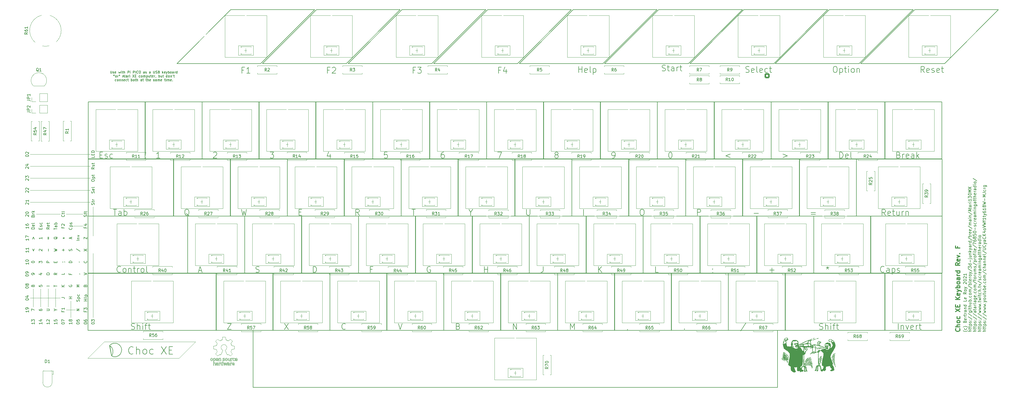
<source format=gbr>
G04 #@! TF.GenerationSoftware,KiCad,Pcbnew,(6.0.1)*
G04 #@! TF.CreationDate,2022-02-09T16:23:40-08:00*
G04 #@! TF.ProjectId,AtariChocXE,41746172-6943-4686-9f63-58452e6b6963,F*
G04 #@! TF.SameCoordinates,Original*
G04 #@! TF.FileFunction,Legend,Top*
G04 #@! TF.FilePolarity,Positive*
%FSLAX46Y46*%
G04 Gerber Fmt 4.6, Leading zero omitted, Abs format (unit mm)*
G04 Created by KiCad (PCBNEW (6.0.1)) date 2022-02-09 16:23:40*
%MOMM*%
%LPD*%
G01*
G04 APERTURE LIST*
G04 Aperture macros list*
%AMRoundRect*
0 Rectangle with rounded corners*
0 $1 Rounding radius*
0 $2 $3 $4 $5 $6 $7 $8 $9 X,Y pos of 4 corners*
0 Add a 4 corners polygon primitive as box body*
4,1,4,$2,$3,$4,$5,$6,$7,$8,$9,$2,$3,0*
0 Add four circle primitives for the rounded corners*
1,1,$1+$1,$2,$3*
1,1,$1+$1,$4,$5*
1,1,$1+$1,$6,$7*
1,1,$1+$1,$8,$9*
0 Add four rect primitives between the rounded corners*
20,1,$1+$1,$2,$3,$4,$5,0*
20,1,$1+$1,$4,$5,$6,$7,0*
20,1,$1+$1,$6,$7,$8,$9,0*
20,1,$1+$1,$8,$9,$2,$3,0*%
G04 Aperture macros list end*
%ADD10C,0.150000*%
%ADD11C,0.300000*%
%ADD12C,0.120000*%
%ADD13C,0.010000*%
%ADD14C,0.090000*%
%ADD15C,0.200000*%
%ADD16R,1.800000X1.800000*%
%ADD17C,1.800000*%
%ADD18C,1.900000*%
%ADD19C,3.400000*%
%ADD20C,2.200000*%
%ADD21O,7.000000X10.000000*%
%ADD22C,5.500000*%
%ADD23O,12.000000X16.500000*%
%ADD24C,1.600000*%
%ADD25O,1.600000X1.600000*%
%ADD26C,3.200000*%
%ADD27R,1.700000X1.700000*%
%ADD28O,1.700000X1.700000*%
%ADD29R,1.300000X1.300000*%
%ADD30C,1.300000*%
%ADD31C,2.340000*%
%ADD32RoundRect,0.250000X-0.600000X0.600000X-0.600000X-0.600000X0.600000X-0.600000X0.600000X0.600000X0*%
%ADD33C,1.700000*%
G04 APERTURE END LIST*
D10*
X266523690Y-91772857D02*
X268047500Y-91772857D01*
X285573690Y-91487142D02*
X287097500Y-91487142D01*
X287097500Y-92058571D02*
X285573690Y-92058571D01*
X310426547Y-92434761D02*
X309759880Y-91482380D01*
X309283690Y-92434761D02*
X309283690Y-90434761D01*
X310045595Y-90434761D01*
X310236071Y-90530000D01*
X310331309Y-90625238D01*
X310426547Y-90815714D01*
X310426547Y-91101428D01*
X310331309Y-91291904D01*
X310236071Y-91387142D01*
X310045595Y-91482380D01*
X309283690Y-91482380D01*
X312045595Y-92339523D02*
X311855119Y-92434761D01*
X311474166Y-92434761D01*
X311283690Y-92339523D01*
X311188452Y-92149047D01*
X311188452Y-91387142D01*
X311283690Y-91196666D01*
X311474166Y-91101428D01*
X311855119Y-91101428D01*
X312045595Y-91196666D01*
X312140833Y-91387142D01*
X312140833Y-91577619D01*
X311188452Y-91768095D01*
X312712261Y-91101428D02*
X313474166Y-91101428D01*
X312997976Y-90434761D02*
X312997976Y-92149047D01*
X313093214Y-92339523D01*
X313283690Y-92434761D01*
X313474166Y-92434761D01*
X314997976Y-91101428D02*
X314997976Y-92434761D01*
X314140833Y-91101428D02*
X314140833Y-92149047D01*
X314236071Y-92339523D01*
X314426547Y-92434761D01*
X314712261Y-92434761D01*
X314902738Y-92339523D01*
X314997976Y-92244285D01*
X315950357Y-92434761D02*
X315950357Y-91101428D01*
X315950357Y-91482380D02*
X316045595Y-91291904D01*
X316140833Y-91196666D01*
X316331309Y-91101428D01*
X316521785Y-91101428D01*
X317188452Y-91101428D02*
X317188452Y-92434761D01*
X317188452Y-91291904D02*
X317283690Y-91196666D01*
X317474166Y-91101428D01*
X317759880Y-91101428D01*
X317950357Y-91196666D01*
X318045595Y-91387142D01*
X318045595Y-92434761D01*
X55076547Y-111274285D02*
X54981309Y-111369523D01*
X54695595Y-111464761D01*
X54505119Y-111464761D01*
X54219404Y-111369523D01*
X54028928Y-111179047D01*
X53933690Y-110988571D01*
X53838452Y-110607619D01*
X53838452Y-110321904D01*
X53933690Y-109940952D01*
X54028928Y-109750476D01*
X54219404Y-109560000D01*
X54505119Y-109464761D01*
X54695595Y-109464761D01*
X54981309Y-109560000D01*
X55076547Y-109655238D01*
X56219404Y-111464761D02*
X56028928Y-111369523D01*
X55933690Y-111274285D01*
X55838452Y-111083809D01*
X55838452Y-110512380D01*
X55933690Y-110321904D01*
X56028928Y-110226666D01*
X56219404Y-110131428D01*
X56505119Y-110131428D01*
X56695595Y-110226666D01*
X56790833Y-110321904D01*
X56886071Y-110512380D01*
X56886071Y-111083809D01*
X56790833Y-111274285D01*
X56695595Y-111369523D01*
X56505119Y-111464761D01*
X56219404Y-111464761D01*
X57743214Y-110131428D02*
X57743214Y-111464761D01*
X57743214Y-110321904D02*
X57838452Y-110226666D01*
X58028928Y-110131428D01*
X58314642Y-110131428D01*
X58505119Y-110226666D01*
X58600357Y-110417142D01*
X58600357Y-111464761D01*
X59267023Y-110131428D02*
X60028928Y-110131428D01*
X59552738Y-109464761D02*
X59552738Y-111179047D01*
X59647976Y-111369523D01*
X59838452Y-111464761D01*
X60028928Y-111464761D01*
X60695595Y-111464761D02*
X60695595Y-110131428D01*
X60695595Y-110512380D02*
X60790833Y-110321904D01*
X60886071Y-110226666D01*
X61076547Y-110131428D01*
X61267023Y-110131428D01*
X62219404Y-111464761D02*
X62028928Y-111369523D01*
X61933690Y-111274285D01*
X61838452Y-111083809D01*
X61838452Y-110512380D01*
X61933690Y-110321904D01*
X62028928Y-110226666D01*
X62219404Y-110131428D01*
X62505119Y-110131428D01*
X62695595Y-110226666D01*
X62790833Y-110321904D01*
X62886071Y-110512380D01*
X62886071Y-111083809D01*
X62790833Y-111274285D01*
X62695595Y-111369523D01*
X62505119Y-111464761D01*
X62219404Y-111464761D01*
X64028928Y-111464761D02*
X63838452Y-111369523D01*
X63743214Y-111179047D01*
X63743214Y-109464761D01*
X81158452Y-110923333D02*
X82110833Y-110923333D01*
X80967976Y-111494761D02*
X81634642Y-109494761D01*
X82301309Y-111494761D01*
X100208452Y-111399523D02*
X100494166Y-111494761D01*
X100970357Y-111494761D01*
X101160833Y-111399523D01*
X101256071Y-111304285D01*
X101351309Y-111113809D01*
X101351309Y-110923333D01*
X101256071Y-110732857D01*
X101160833Y-110637619D01*
X100970357Y-110542380D01*
X100589404Y-110447142D01*
X100398928Y-110351904D01*
X100303690Y-110256666D01*
X100208452Y-110066190D01*
X100208452Y-109875714D01*
X100303690Y-109685238D01*
X100398928Y-109590000D01*
X100589404Y-109494761D01*
X101065595Y-109494761D01*
X101351309Y-109590000D01*
X119353690Y-111494761D02*
X119353690Y-109494761D01*
X119829880Y-109494761D01*
X120115595Y-109590000D01*
X120306071Y-109780476D01*
X120401309Y-109970952D01*
X120496547Y-110351904D01*
X120496547Y-110637619D01*
X120401309Y-111018571D01*
X120306071Y-111209047D01*
X120115595Y-111399523D01*
X119829880Y-111494761D01*
X119353690Y-111494761D01*
X139070357Y-110447142D02*
X138403690Y-110447142D01*
X138403690Y-111494761D02*
X138403690Y-109494761D01*
X139356071Y-109494761D01*
X158501309Y-109590000D02*
X158310833Y-109494761D01*
X158025119Y-109494761D01*
X157739404Y-109590000D01*
X157548928Y-109780476D01*
X157453690Y-109970952D01*
X157358452Y-110351904D01*
X157358452Y-110637619D01*
X157453690Y-111018571D01*
X157548928Y-111209047D01*
X157739404Y-111399523D01*
X158025119Y-111494761D01*
X158215595Y-111494761D01*
X158501309Y-111399523D01*
X158596547Y-111304285D01*
X158596547Y-110637619D01*
X158215595Y-110637619D01*
X176503690Y-111494761D02*
X176503690Y-109494761D01*
X176503690Y-110447142D02*
X177646547Y-110447142D01*
X177646547Y-111494761D02*
X177646547Y-109494761D01*
X196125119Y-109494761D02*
X196125119Y-110923333D01*
X196029880Y-111209047D01*
X195839404Y-111399523D01*
X195553690Y-111494761D01*
X195363214Y-111494761D01*
X214603690Y-111494761D02*
X214603690Y-109494761D01*
X215746547Y-111494761D02*
X214889404Y-110351904D01*
X215746547Y-109494761D02*
X214603690Y-110637619D01*
X234606071Y-111494761D02*
X233653690Y-111494761D01*
X233653690Y-109494761D01*
X252798928Y-111399523D02*
X252798928Y-111494761D01*
X252703690Y-111685238D01*
X252608452Y-111780476D01*
X252703690Y-110256666D02*
X252798928Y-110351904D01*
X252703690Y-110447142D01*
X252608452Y-110351904D01*
X252703690Y-110256666D01*
X252703690Y-110447142D01*
X271753690Y-110732857D02*
X273277500Y-110732857D01*
X272515595Y-111494761D02*
X272515595Y-109970952D01*
X291089404Y-109494761D02*
X291089404Y-109970952D01*
X290613214Y-109780476D02*
X291089404Y-109970952D01*
X291565595Y-109780476D01*
X290803690Y-110351904D02*
X291089404Y-109970952D01*
X291375119Y-110351904D01*
X309976547Y-111274285D02*
X309881309Y-111369523D01*
X309595595Y-111464761D01*
X309405119Y-111464761D01*
X309119404Y-111369523D01*
X308928928Y-111179047D01*
X308833690Y-110988571D01*
X308738452Y-110607619D01*
X308738452Y-110321904D01*
X308833690Y-109940952D01*
X308928928Y-109750476D01*
X309119404Y-109560000D01*
X309405119Y-109464761D01*
X309595595Y-109464761D01*
X309881309Y-109560000D01*
X309976547Y-109655238D01*
X311690833Y-111464761D02*
X311690833Y-110417142D01*
X311595595Y-110226666D01*
X311405119Y-110131428D01*
X311024166Y-110131428D01*
X310833690Y-110226666D01*
X311690833Y-111369523D02*
X311500357Y-111464761D01*
X311024166Y-111464761D01*
X310833690Y-111369523D01*
X310738452Y-111179047D01*
X310738452Y-110988571D01*
X310833690Y-110798095D01*
X311024166Y-110702857D01*
X311500357Y-110702857D01*
X311690833Y-110607619D01*
X312643214Y-110131428D02*
X312643214Y-112131428D01*
X312643214Y-110226666D02*
X312833690Y-110131428D01*
X313214642Y-110131428D01*
X313405119Y-110226666D01*
X313500357Y-110321904D01*
X313595595Y-110512380D01*
X313595595Y-111083809D01*
X313500357Y-111274285D01*
X313405119Y-111369523D01*
X313214642Y-111464761D01*
X312833690Y-111464761D01*
X312643214Y-111369523D01*
X314357500Y-111369523D02*
X314547976Y-111464761D01*
X314928928Y-111464761D01*
X315119404Y-111369523D01*
X315214642Y-111179047D01*
X315214642Y-111083809D01*
X315119404Y-110893333D01*
X314928928Y-110798095D01*
X314643214Y-110798095D01*
X314452738Y-110702857D01*
X314357500Y-110512380D01*
X314357500Y-110417142D01*
X314452738Y-110226666D01*
X314643214Y-110131428D01*
X314928928Y-110131428D01*
X315119404Y-110226666D01*
X58638452Y-130449523D02*
X58924166Y-130544761D01*
X59400357Y-130544761D01*
X59590833Y-130449523D01*
X59686071Y-130354285D01*
X59781309Y-130163809D01*
X59781309Y-129973333D01*
X59686071Y-129782857D01*
X59590833Y-129687619D01*
X59400357Y-129592380D01*
X59019404Y-129497142D01*
X58828928Y-129401904D01*
X58733690Y-129306666D01*
X58638452Y-129116190D01*
X58638452Y-128925714D01*
X58733690Y-128735238D01*
X58828928Y-128640000D01*
X59019404Y-128544761D01*
X59495595Y-128544761D01*
X59781309Y-128640000D01*
X60638452Y-130544761D02*
X60638452Y-128544761D01*
X61495595Y-130544761D02*
X61495595Y-129497142D01*
X61400357Y-129306666D01*
X61209880Y-129211428D01*
X60924166Y-129211428D01*
X60733690Y-129306666D01*
X60638452Y-129401904D01*
X62447976Y-130544761D02*
X62447976Y-129211428D01*
X62447976Y-128544761D02*
X62352738Y-128640000D01*
X62447976Y-128735238D01*
X62543214Y-128640000D01*
X62447976Y-128544761D01*
X62447976Y-128735238D01*
X63114642Y-129211428D02*
X63876547Y-129211428D01*
X63400357Y-130544761D02*
X63400357Y-128830476D01*
X63495595Y-128640000D01*
X63686071Y-128544761D01*
X63876547Y-128544761D01*
X64257500Y-129211428D02*
X65019404Y-129211428D01*
X64543214Y-128544761D02*
X64543214Y-130259047D01*
X64638452Y-130449523D01*
X64828928Y-130544761D01*
X65019404Y-130544761D01*
X90713214Y-128544761D02*
X92046547Y-128544761D01*
X90713214Y-130544761D01*
X92046547Y-130544761D01*
X109763214Y-128544761D02*
X111096547Y-130544761D01*
X111096547Y-128544761D02*
X109763214Y-130544761D01*
X130146547Y-130354285D02*
X130051309Y-130449523D01*
X129765595Y-130544761D01*
X129575119Y-130544761D01*
X129289404Y-130449523D01*
X129098928Y-130259047D01*
X129003690Y-130068571D01*
X128908452Y-129687619D01*
X128908452Y-129401904D01*
X129003690Y-129020952D01*
X129098928Y-128830476D01*
X129289404Y-128640000D01*
X129575119Y-128544761D01*
X129765595Y-128544761D01*
X130051309Y-128640000D01*
X130146547Y-128735238D01*
X147767976Y-128544761D02*
X148434642Y-130544761D01*
X149101309Y-128544761D01*
X167770357Y-129497142D02*
X168056071Y-129592380D01*
X168151309Y-129687619D01*
X168246547Y-129878095D01*
X168246547Y-130163809D01*
X168151309Y-130354285D01*
X168056071Y-130449523D01*
X167865595Y-130544761D01*
X167103690Y-130544761D01*
X167103690Y-128544761D01*
X167770357Y-128544761D01*
X167960833Y-128640000D01*
X168056071Y-128735238D01*
X168151309Y-128925714D01*
X168151309Y-129116190D01*
X168056071Y-129306666D01*
X167960833Y-129401904D01*
X167770357Y-129497142D01*
X167103690Y-129497142D01*
X186153690Y-130544761D02*
X186153690Y-128544761D01*
X187296547Y-130544761D01*
X187296547Y-128544761D01*
X205203690Y-130544761D02*
X205203690Y-128544761D01*
X205870357Y-129973333D01*
X206537023Y-128544761D01*
X206537023Y-130544761D01*
X224348928Y-130449523D02*
X224348928Y-130544761D01*
X224253690Y-130735238D01*
X224158452Y-130830476D01*
X243303690Y-130354285D02*
X243398928Y-130449523D01*
X243303690Y-130544761D01*
X243208452Y-130449523D01*
X243303690Y-130354285D01*
X243303690Y-130544761D01*
X263782261Y-128449523D02*
X262067976Y-131020952D01*
X288378452Y-130449523D02*
X288664166Y-130544761D01*
X289140357Y-130544761D01*
X289330833Y-130449523D01*
X289426071Y-130354285D01*
X289521309Y-130163809D01*
X289521309Y-129973333D01*
X289426071Y-129782857D01*
X289330833Y-129687619D01*
X289140357Y-129592380D01*
X288759404Y-129497142D01*
X288568928Y-129401904D01*
X288473690Y-129306666D01*
X288378452Y-129116190D01*
X288378452Y-128925714D01*
X288473690Y-128735238D01*
X288568928Y-128640000D01*
X288759404Y-128544761D01*
X289235595Y-128544761D01*
X289521309Y-128640000D01*
X290378452Y-130544761D02*
X290378452Y-128544761D01*
X291235595Y-130544761D02*
X291235595Y-129497142D01*
X291140357Y-129306666D01*
X290949880Y-129211428D01*
X290664166Y-129211428D01*
X290473690Y-129306666D01*
X290378452Y-129401904D01*
X292187976Y-130544761D02*
X292187976Y-129211428D01*
X292187976Y-128544761D02*
X292092738Y-128640000D01*
X292187976Y-128735238D01*
X292283214Y-128640000D01*
X292187976Y-128544761D01*
X292187976Y-128735238D01*
X292854642Y-129211428D02*
X293616547Y-129211428D01*
X293140357Y-130544761D02*
X293140357Y-128830476D01*
X293235595Y-128640000D01*
X293426071Y-128544761D01*
X293616547Y-128544761D01*
X293997500Y-129211428D02*
X294759404Y-129211428D01*
X294283214Y-128544761D02*
X294283214Y-130259047D01*
X294378452Y-130449523D01*
X294568928Y-130544761D01*
X294759404Y-130544761D01*
X314653690Y-130544761D02*
X314653690Y-128544761D01*
X315606071Y-129211428D02*
X315606071Y-130544761D01*
X315606071Y-129401904D02*
X315701309Y-129306666D01*
X315891785Y-129211428D01*
X316177500Y-129211428D01*
X316367976Y-129306666D01*
X316463214Y-129497142D01*
X316463214Y-130544761D01*
X317225119Y-129211428D02*
X317701309Y-130544761D01*
X318177500Y-129211428D01*
X319701309Y-130449523D02*
X319510833Y-130544761D01*
X319129880Y-130544761D01*
X318939404Y-130449523D01*
X318844166Y-130259047D01*
X318844166Y-129497142D01*
X318939404Y-129306666D01*
X319129880Y-129211428D01*
X319510833Y-129211428D01*
X319701309Y-129306666D01*
X319796547Y-129497142D01*
X319796547Y-129687619D01*
X318844166Y-129878095D01*
X320653690Y-130544761D02*
X320653690Y-129211428D01*
X320653690Y-129592380D02*
X320748928Y-129401904D01*
X320844166Y-129306666D01*
X321034642Y-129211428D01*
X321225119Y-129211428D01*
X321606071Y-129211428D02*
X322367976Y-129211428D01*
X321891785Y-128544761D02*
X321891785Y-130259047D01*
X321987023Y-130449523D01*
X322177500Y-130544761D01*
X322367976Y-130544761D01*
X263758452Y-44569523D02*
X264044166Y-44664761D01*
X264520357Y-44664761D01*
X264710833Y-44569523D01*
X264806071Y-44474285D01*
X264901309Y-44283809D01*
X264901309Y-44093333D01*
X264806071Y-43902857D01*
X264710833Y-43807619D01*
X264520357Y-43712380D01*
X264139404Y-43617142D01*
X263948928Y-43521904D01*
X263853690Y-43426666D01*
X263758452Y-43236190D01*
X263758452Y-43045714D01*
X263853690Y-42855238D01*
X263948928Y-42760000D01*
X264139404Y-42664761D01*
X264615595Y-42664761D01*
X264901309Y-42760000D01*
X266520357Y-44569523D02*
X266329880Y-44664761D01*
X265948928Y-44664761D01*
X265758452Y-44569523D01*
X265663214Y-44379047D01*
X265663214Y-43617142D01*
X265758452Y-43426666D01*
X265948928Y-43331428D01*
X266329880Y-43331428D01*
X266520357Y-43426666D01*
X266615595Y-43617142D01*
X266615595Y-43807619D01*
X265663214Y-43998095D01*
X267758452Y-44664761D02*
X267567976Y-44569523D01*
X267472738Y-44379047D01*
X267472738Y-42664761D01*
X269282261Y-44569523D02*
X269091785Y-44664761D01*
X268710833Y-44664761D01*
X268520357Y-44569523D01*
X268425119Y-44379047D01*
X268425119Y-43617142D01*
X268520357Y-43426666D01*
X268710833Y-43331428D01*
X269091785Y-43331428D01*
X269282261Y-43426666D01*
X269377500Y-43617142D01*
X269377500Y-43807619D01*
X268425119Y-43998095D01*
X271091785Y-44569523D02*
X270901309Y-44664761D01*
X270520357Y-44664761D01*
X270329880Y-44569523D01*
X270234642Y-44474285D01*
X270139404Y-44283809D01*
X270139404Y-43712380D01*
X270234642Y-43521904D01*
X270329880Y-43426666D01*
X270520357Y-43331428D01*
X270901309Y-43331428D01*
X271091785Y-43426666D01*
X271663214Y-43331428D02*
X272425119Y-43331428D01*
X271948928Y-42664761D02*
X271948928Y-44379047D01*
X272044166Y-44569523D01*
X272234642Y-44664761D01*
X272425119Y-44664761D01*
X293444642Y-42664761D02*
X293825595Y-42664761D01*
X294016071Y-42760000D01*
X294206547Y-42950476D01*
X294301785Y-43331428D01*
X294301785Y-43998095D01*
X294206547Y-44379047D01*
X294016071Y-44569523D01*
X293825595Y-44664761D01*
X293444642Y-44664761D01*
X293254166Y-44569523D01*
X293063690Y-44379047D01*
X292968452Y-43998095D01*
X292968452Y-43331428D01*
X293063690Y-42950476D01*
X293254166Y-42760000D01*
X293444642Y-42664761D01*
X295158928Y-43331428D02*
X295158928Y-45331428D01*
X295158928Y-43426666D02*
X295349404Y-43331428D01*
X295730357Y-43331428D01*
X295920833Y-43426666D01*
X296016071Y-43521904D01*
X296111309Y-43712380D01*
X296111309Y-44283809D01*
X296016071Y-44474285D01*
X295920833Y-44569523D01*
X295730357Y-44664761D01*
X295349404Y-44664761D01*
X295158928Y-44569523D01*
X296682738Y-43331428D02*
X297444642Y-43331428D01*
X296968452Y-42664761D02*
X296968452Y-44379047D01*
X297063690Y-44569523D01*
X297254166Y-44664761D01*
X297444642Y-44664761D01*
X298111309Y-44664761D02*
X298111309Y-43331428D01*
X298111309Y-42664761D02*
X298016071Y-42760000D01*
X298111309Y-42855238D01*
X298206547Y-42760000D01*
X298111309Y-42664761D01*
X298111309Y-42855238D01*
X299349404Y-44664761D02*
X299158928Y-44569523D01*
X299063690Y-44474285D01*
X298968452Y-44283809D01*
X298968452Y-43712380D01*
X299063690Y-43521904D01*
X299158928Y-43426666D01*
X299349404Y-43331428D01*
X299635119Y-43331428D01*
X299825595Y-43426666D01*
X299920833Y-43521904D01*
X300016071Y-43712380D01*
X300016071Y-44283809D01*
X299920833Y-44474285D01*
X299825595Y-44569523D01*
X299635119Y-44664761D01*
X299349404Y-44664761D01*
X300873214Y-43331428D02*
X300873214Y-44664761D01*
X300873214Y-43521904D02*
X300968452Y-43426666D01*
X301158928Y-43331428D01*
X301444642Y-43331428D01*
X301635119Y-43426666D01*
X301730357Y-43617142D01*
X301730357Y-44664761D01*
X323416547Y-44664761D02*
X322749880Y-43712380D01*
X322273690Y-44664761D02*
X322273690Y-42664761D01*
X323035595Y-42664761D01*
X323226071Y-42760000D01*
X323321309Y-42855238D01*
X323416547Y-43045714D01*
X323416547Y-43331428D01*
X323321309Y-43521904D01*
X323226071Y-43617142D01*
X323035595Y-43712380D01*
X322273690Y-43712380D01*
X325035595Y-44569523D02*
X324845119Y-44664761D01*
X324464166Y-44664761D01*
X324273690Y-44569523D01*
X324178452Y-44379047D01*
X324178452Y-43617142D01*
X324273690Y-43426666D01*
X324464166Y-43331428D01*
X324845119Y-43331428D01*
X325035595Y-43426666D01*
X325130833Y-43617142D01*
X325130833Y-43807619D01*
X324178452Y-43998095D01*
X325892738Y-44569523D02*
X326083214Y-44664761D01*
X326464166Y-44664761D01*
X326654642Y-44569523D01*
X326749880Y-44379047D01*
X326749880Y-44283809D01*
X326654642Y-44093333D01*
X326464166Y-43998095D01*
X326178452Y-43998095D01*
X325987976Y-43902857D01*
X325892738Y-43712380D01*
X325892738Y-43617142D01*
X325987976Y-43426666D01*
X326178452Y-43331428D01*
X326464166Y-43331428D01*
X326654642Y-43426666D01*
X328368928Y-44569523D02*
X328178452Y-44664761D01*
X327797500Y-44664761D01*
X327607023Y-44569523D01*
X327511785Y-44379047D01*
X327511785Y-43617142D01*
X327607023Y-43426666D01*
X327797500Y-43331428D01*
X328178452Y-43331428D01*
X328368928Y-43426666D01*
X328464166Y-43617142D01*
X328464166Y-43807619D01*
X327511785Y-43998095D01*
X329035595Y-43331428D02*
X329797500Y-43331428D01*
X329321309Y-42664761D02*
X329321309Y-44379047D01*
X329416547Y-44569523D01*
X329607023Y-44664761D01*
X329797500Y-44664761D01*
X48133690Y-72257142D02*
X48800357Y-72257142D01*
X49086071Y-73304761D02*
X48133690Y-73304761D01*
X48133690Y-71304761D01*
X49086071Y-71304761D01*
X49847976Y-73209523D02*
X50038452Y-73304761D01*
X50419404Y-73304761D01*
X50609880Y-73209523D01*
X50705119Y-73019047D01*
X50705119Y-72923809D01*
X50609880Y-72733333D01*
X50419404Y-72638095D01*
X50133690Y-72638095D01*
X49943214Y-72542857D01*
X49847976Y-72352380D01*
X49847976Y-72257142D01*
X49943214Y-72066666D01*
X50133690Y-71971428D01*
X50419404Y-71971428D01*
X50609880Y-72066666D01*
X52419404Y-73209523D02*
X52228928Y-73304761D01*
X51847976Y-73304761D01*
X51657500Y-73209523D01*
X51562261Y-73114285D01*
X51467023Y-72923809D01*
X51467023Y-72352380D01*
X51562261Y-72161904D01*
X51657500Y-72066666D01*
X51847976Y-71971428D01*
X52228928Y-71971428D01*
X52419404Y-72066666D01*
X68181309Y-73304761D02*
X67038452Y-73304761D01*
X67609880Y-73304761D02*
X67609880Y-71304761D01*
X67419404Y-71590476D01*
X67228928Y-71780952D01*
X67038452Y-71876190D01*
X86038452Y-71495238D02*
X86133690Y-71400000D01*
X86324166Y-71304761D01*
X86800357Y-71304761D01*
X86990833Y-71400000D01*
X87086071Y-71495238D01*
X87181309Y-71685714D01*
X87181309Y-71876190D01*
X87086071Y-72161904D01*
X85943214Y-73304761D01*
X87181309Y-73304761D01*
X104943214Y-71304761D02*
X106181309Y-71304761D01*
X105514642Y-72066666D01*
X105800357Y-72066666D01*
X105990833Y-72161904D01*
X106086071Y-72257142D01*
X106181309Y-72447619D01*
X106181309Y-72923809D01*
X106086071Y-73114285D01*
X105990833Y-73209523D01*
X105800357Y-73304761D01*
X105228928Y-73304761D01*
X105038452Y-73209523D01*
X104943214Y-73114285D01*
X124990833Y-71971428D02*
X124990833Y-73304761D01*
X124514642Y-71209523D02*
X124038452Y-72638095D01*
X125276547Y-72638095D01*
X144086071Y-71304761D02*
X143133690Y-71304761D01*
X143038452Y-72257142D01*
X143133690Y-72161904D01*
X143324166Y-72066666D01*
X143800357Y-72066666D01*
X143990833Y-72161904D01*
X144086071Y-72257142D01*
X144181309Y-72447619D01*
X144181309Y-72923809D01*
X144086071Y-73114285D01*
X143990833Y-73209523D01*
X143800357Y-73304761D01*
X143324166Y-73304761D01*
X143133690Y-73209523D01*
X143038452Y-73114285D01*
X162990833Y-71304761D02*
X162609880Y-71304761D01*
X162419404Y-71400000D01*
X162324166Y-71495238D01*
X162133690Y-71780952D01*
X162038452Y-72161904D01*
X162038452Y-72923809D01*
X162133690Y-73114285D01*
X162228928Y-73209523D01*
X162419404Y-73304761D01*
X162800357Y-73304761D01*
X162990833Y-73209523D01*
X163086071Y-73114285D01*
X163181309Y-72923809D01*
X163181309Y-72447619D01*
X163086071Y-72257142D01*
X162990833Y-72161904D01*
X162800357Y-72066666D01*
X162419404Y-72066666D01*
X162228928Y-72161904D01*
X162133690Y-72257142D01*
X162038452Y-72447619D01*
X180943214Y-71304761D02*
X182276547Y-71304761D01*
X181419404Y-73304761D01*
X200419404Y-72161904D02*
X200228928Y-72066666D01*
X200133690Y-71971428D01*
X200038452Y-71780952D01*
X200038452Y-71685714D01*
X200133690Y-71495238D01*
X200228928Y-71400000D01*
X200419404Y-71304761D01*
X200800357Y-71304761D01*
X200990833Y-71400000D01*
X201086071Y-71495238D01*
X201181309Y-71685714D01*
X201181309Y-71780952D01*
X201086071Y-71971428D01*
X200990833Y-72066666D01*
X200800357Y-72161904D01*
X200419404Y-72161904D01*
X200228928Y-72257142D01*
X200133690Y-72352380D01*
X200038452Y-72542857D01*
X200038452Y-72923809D01*
X200133690Y-73114285D01*
X200228928Y-73209523D01*
X200419404Y-73304761D01*
X200800357Y-73304761D01*
X200990833Y-73209523D01*
X201086071Y-73114285D01*
X201181309Y-72923809D01*
X201181309Y-72542857D01*
X201086071Y-72352380D01*
X200990833Y-72257142D01*
X200800357Y-72161904D01*
X219228928Y-73304761D02*
X219609880Y-73304761D01*
X219800357Y-73209523D01*
X219895595Y-73114285D01*
X220086071Y-72828571D01*
X220181309Y-72447619D01*
X220181309Y-71685714D01*
X220086071Y-71495238D01*
X219990833Y-71400000D01*
X219800357Y-71304761D01*
X219419404Y-71304761D01*
X219228928Y-71400000D01*
X219133690Y-71495238D01*
X219038452Y-71685714D01*
X219038452Y-72161904D01*
X219133690Y-72352380D01*
X219228928Y-72447619D01*
X219419404Y-72542857D01*
X219800357Y-72542857D01*
X219990833Y-72447619D01*
X220086071Y-72352380D01*
X220181309Y-72161904D01*
X238514642Y-71304761D02*
X238705119Y-71304761D01*
X238895595Y-71400000D01*
X238990833Y-71495238D01*
X239086071Y-71685714D01*
X239181309Y-72066666D01*
X239181309Y-72542857D01*
X239086071Y-72923809D01*
X238990833Y-73114285D01*
X238895595Y-73209523D01*
X238705119Y-73304761D01*
X238514642Y-73304761D01*
X238324166Y-73209523D01*
X238228928Y-73114285D01*
X238133690Y-72923809D01*
X238038452Y-72542857D01*
X238038452Y-72066666D01*
X238133690Y-71685714D01*
X238228928Y-71495238D01*
X238324166Y-71400000D01*
X238514642Y-71304761D01*
X258657500Y-71971428D02*
X257133690Y-72542857D01*
X258657500Y-73114285D01*
X276133690Y-71971428D02*
X277657500Y-72542857D01*
X276133690Y-73114285D01*
X295133690Y-73304761D02*
X295133690Y-71304761D01*
X295609880Y-71304761D01*
X295895595Y-71400000D01*
X296086071Y-71590476D01*
X296181309Y-71780952D01*
X296276547Y-72161904D01*
X296276547Y-72447619D01*
X296181309Y-72828571D01*
X296086071Y-73019047D01*
X295895595Y-73209523D01*
X295609880Y-73304761D01*
X295133690Y-73304761D01*
X297895595Y-73209523D02*
X297705119Y-73304761D01*
X297324166Y-73304761D01*
X297133690Y-73209523D01*
X297038452Y-73019047D01*
X297038452Y-72257142D01*
X297133690Y-72066666D01*
X297324166Y-71971428D01*
X297705119Y-71971428D01*
X297895595Y-72066666D01*
X297990833Y-72257142D01*
X297990833Y-72447619D01*
X297038452Y-72638095D01*
X299133690Y-73304761D02*
X298943214Y-73209523D01*
X298847976Y-73019047D01*
X298847976Y-71304761D01*
X52607976Y-90404761D02*
X53750833Y-90404761D01*
X53179404Y-92404761D02*
X53179404Y-90404761D01*
X55274642Y-92404761D02*
X55274642Y-91357142D01*
X55179404Y-91166666D01*
X54988928Y-91071428D01*
X54607976Y-91071428D01*
X54417500Y-91166666D01*
X55274642Y-92309523D02*
X55084166Y-92404761D01*
X54607976Y-92404761D01*
X54417500Y-92309523D01*
X54322261Y-92119047D01*
X54322261Y-91928571D01*
X54417500Y-91738095D01*
X54607976Y-91642857D01*
X55084166Y-91642857D01*
X55274642Y-91547619D01*
X56227023Y-92404761D02*
X56227023Y-90404761D01*
X56227023Y-91166666D02*
X56417500Y-91071428D01*
X56798452Y-91071428D01*
X56988928Y-91166666D01*
X57084166Y-91261904D01*
X57179404Y-91452380D01*
X57179404Y-92023809D01*
X57084166Y-92214285D01*
X56988928Y-92309523D01*
X56798452Y-92404761D01*
X56417500Y-92404761D01*
X56227023Y-92309523D01*
X77927023Y-92595238D02*
X77736547Y-92500000D01*
X77546071Y-92309523D01*
X77260357Y-92023809D01*
X77069880Y-91928571D01*
X76879404Y-91928571D01*
X76974642Y-92404761D02*
X76784166Y-92309523D01*
X76593690Y-92119047D01*
X76498452Y-91738095D01*
X76498452Y-91071428D01*
X76593690Y-90690476D01*
X76784166Y-90500000D01*
X76974642Y-90404761D01*
X77355595Y-90404761D01*
X77546071Y-90500000D01*
X77736547Y-90690476D01*
X77831785Y-91071428D01*
X77831785Y-91738095D01*
X77736547Y-92119047D01*
X77546071Y-92309523D01*
X77355595Y-92404761D01*
X76974642Y-92404761D01*
X95403214Y-90404761D02*
X95879404Y-92404761D01*
X96260357Y-90976190D01*
X96641309Y-92404761D01*
X97117500Y-90404761D01*
X114593690Y-91357142D02*
X115260357Y-91357142D01*
X115546071Y-92404761D02*
X114593690Y-92404761D01*
X114593690Y-90404761D01*
X115546071Y-90404761D01*
X134736547Y-92404761D02*
X134069880Y-91452380D01*
X133593690Y-92404761D02*
X133593690Y-90404761D01*
X134355595Y-90404761D01*
X134546071Y-90500000D01*
X134641309Y-90595238D01*
X134736547Y-90785714D01*
X134736547Y-91071428D01*
X134641309Y-91261904D01*
X134546071Y-91357142D01*
X134355595Y-91452380D01*
X133593690Y-91452380D01*
X152307976Y-90404761D02*
X153450833Y-90404761D01*
X152879404Y-92404761D02*
X152879404Y-90404761D01*
X171974642Y-91452380D02*
X171974642Y-92404761D01*
X171307976Y-90404761D02*
X171974642Y-91452380D01*
X172641309Y-90404761D01*
X190593690Y-90404761D02*
X190593690Y-92023809D01*
X190688928Y-92214285D01*
X190784166Y-92309523D01*
X190974642Y-92404761D01*
X191355595Y-92404761D01*
X191546071Y-92309523D01*
X191641309Y-92214285D01*
X191736547Y-92023809D01*
X191736547Y-90404761D01*
X209593690Y-92404761D02*
X209593690Y-90404761D01*
X228974642Y-90404761D02*
X229355595Y-90404761D01*
X229546071Y-90500000D01*
X229736547Y-90690476D01*
X229831785Y-91071428D01*
X229831785Y-91738095D01*
X229736547Y-92119047D01*
X229546071Y-92309523D01*
X229355595Y-92404761D01*
X228974642Y-92404761D01*
X228784166Y-92309523D01*
X228593690Y-92119047D01*
X228498452Y-91738095D01*
X228498452Y-91071428D01*
X228593690Y-90690476D01*
X228784166Y-90500000D01*
X228974642Y-90404761D01*
X247593690Y-92404761D02*
X247593690Y-90404761D01*
X248355595Y-90404761D01*
X248546071Y-90500000D01*
X248641309Y-90595238D01*
X248736547Y-90785714D01*
X248736547Y-91071428D01*
X248641309Y-91261904D01*
X248546071Y-91357142D01*
X248355595Y-91452380D01*
X247593690Y-91452380D01*
X235818452Y-44089523D02*
X236104166Y-44184761D01*
X236580357Y-44184761D01*
X236770833Y-44089523D01*
X236866071Y-43994285D01*
X236961309Y-43803809D01*
X236961309Y-43613333D01*
X236866071Y-43422857D01*
X236770833Y-43327619D01*
X236580357Y-43232380D01*
X236199404Y-43137142D01*
X236008928Y-43041904D01*
X235913690Y-42946666D01*
X235818452Y-42756190D01*
X235818452Y-42565714D01*
X235913690Y-42375238D01*
X236008928Y-42280000D01*
X236199404Y-42184761D01*
X236675595Y-42184761D01*
X236961309Y-42280000D01*
X237532738Y-42851428D02*
X238294642Y-42851428D01*
X237818452Y-42184761D02*
X237818452Y-43899047D01*
X237913690Y-44089523D01*
X238104166Y-44184761D01*
X238294642Y-44184761D01*
X239818452Y-44184761D02*
X239818452Y-43137142D01*
X239723214Y-42946666D01*
X239532738Y-42851428D01*
X239151785Y-42851428D01*
X238961309Y-42946666D01*
X239818452Y-44089523D02*
X239627976Y-44184761D01*
X239151785Y-44184761D01*
X238961309Y-44089523D01*
X238866071Y-43899047D01*
X238866071Y-43708571D01*
X238961309Y-43518095D01*
X239151785Y-43422857D01*
X239627976Y-43422857D01*
X239818452Y-43327619D01*
X240770833Y-44184761D02*
X240770833Y-42851428D01*
X240770833Y-43232380D02*
X240866071Y-43041904D01*
X240961309Y-42946666D01*
X241151785Y-42851428D01*
X241342261Y-42851428D01*
X241723214Y-42851428D02*
X242485119Y-42851428D01*
X242008928Y-42184761D02*
X242008928Y-43899047D01*
X242104166Y-44089523D01*
X242294642Y-44184761D01*
X242485119Y-44184761D01*
X181920357Y-43897142D02*
X181253690Y-43897142D01*
X181253690Y-44944761D02*
X181253690Y-42944761D01*
X182206071Y-42944761D01*
X183825119Y-43611428D02*
X183825119Y-44944761D01*
X183348928Y-42849523D02*
X182872738Y-44278095D01*
X184110833Y-44278095D01*
X153345357Y-43897142D02*
X152678690Y-43897142D01*
X152678690Y-44944761D02*
X152678690Y-42944761D01*
X153631071Y-42944761D01*
X154202500Y-42944761D02*
X155440595Y-42944761D01*
X154773928Y-43706666D01*
X155059642Y-43706666D01*
X155250119Y-43801904D01*
X155345357Y-43897142D01*
X155440595Y-44087619D01*
X155440595Y-44563809D01*
X155345357Y-44754285D01*
X155250119Y-44849523D01*
X155059642Y-44944761D01*
X154488214Y-44944761D01*
X154297738Y-44849523D01*
X154202500Y-44754285D01*
X124770357Y-43897142D02*
X124103690Y-43897142D01*
X124103690Y-44944761D02*
X124103690Y-42944761D01*
X125056071Y-42944761D01*
X125722738Y-43135238D02*
X125817976Y-43040000D01*
X126008452Y-42944761D01*
X126484642Y-42944761D01*
X126675119Y-43040000D01*
X126770357Y-43135238D01*
X126865595Y-43325714D01*
X126865595Y-43516190D01*
X126770357Y-43801904D01*
X125627500Y-44944761D01*
X126865595Y-44944761D01*
X96195357Y-43897142D02*
X95528690Y-43897142D01*
X95528690Y-44944761D02*
X95528690Y-42944761D01*
X96481071Y-42944761D01*
X98290595Y-44944761D02*
X97147738Y-44944761D01*
X97719166Y-44944761D02*
X97719166Y-42944761D01*
X97528690Y-43230476D01*
X97338214Y-43420952D01*
X97147738Y-43516190D01*
X314800357Y-72257142D02*
X315086071Y-72352380D01*
X315181309Y-72447619D01*
X315276547Y-72638095D01*
X315276547Y-72923809D01*
X315181309Y-73114285D01*
X315086071Y-73209523D01*
X314895595Y-73304761D01*
X314133690Y-73304761D01*
X314133690Y-71304761D01*
X314800357Y-71304761D01*
X314990833Y-71400000D01*
X315086071Y-71495238D01*
X315181309Y-71685714D01*
X315181309Y-71876190D01*
X315086071Y-72066666D01*
X314990833Y-72161904D01*
X314800357Y-72257142D01*
X314133690Y-72257142D01*
X316133690Y-73304761D02*
X316133690Y-71971428D01*
X316133690Y-72352380D02*
X316228928Y-72161904D01*
X316324166Y-72066666D01*
X316514642Y-71971428D01*
X316705119Y-71971428D01*
X318133690Y-73209523D02*
X317943214Y-73304761D01*
X317562261Y-73304761D01*
X317371785Y-73209523D01*
X317276547Y-73019047D01*
X317276547Y-72257142D01*
X317371785Y-72066666D01*
X317562261Y-71971428D01*
X317943214Y-71971428D01*
X318133690Y-72066666D01*
X318228928Y-72257142D01*
X318228928Y-72447619D01*
X317276547Y-72638095D01*
X319943214Y-73304761D02*
X319943214Y-72257142D01*
X319847976Y-72066666D01*
X319657500Y-71971428D01*
X319276547Y-71971428D01*
X319086071Y-72066666D01*
X319943214Y-73209523D02*
X319752738Y-73304761D01*
X319276547Y-73304761D01*
X319086071Y-73209523D01*
X318990833Y-73019047D01*
X318990833Y-72828571D01*
X319086071Y-72638095D01*
X319276547Y-72542857D01*
X319752738Y-72542857D01*
X319943214Y-72447619D01*
X320895595Y-73304761D02*
X320895595Y-71304761D01*
X321086071Y-72542857D02*
X321657500Y-73304761D01*
X321657500Y-71971428D02*
X320895595Y-72733333D01*
X51677142Y-44163904D02*
X51677142Y-44811523D01*
X51715238Y-44887714D01*
X51753333Y-44925809D01*
X51829523Y-44963904D01*
X51981904Y-44963904D01*
X52058095Y-44925809D01*
X52096190Y-44887714D01*
X52134285Y-44811523D01*
X52134285Y-44163904D01*
X52477142Y-44925809D02*
X52553333Y-44963904D01*
X52705714Y-44963904D01*
X52781904Y-44925809D01*
X52820000Y-44849619D01*
X52820000Y-44811523D01*
X52781904Y-44735333D01*
X52705714Y-44697238D01*
X52591428Y-44697238D01*
X52515238Y-44659142D01*
X52477142Y-44582952D01*
X52477142Y-44544857D01*
X52515238Y-44468666D01*
X52591428Y-44430571D01*
X52705714Y-44430571D01*
X52781904Y-44468666D01*
X53467619Y-44925809D02*
X53391428Y-44963904D01*
X53239047Y-44963904D01*
X53162857Y-44925809D01*
X53124761Y-44849619D01*
X53124761Y-44544857D01*
X53162857Y-44468666D01*
X53239047Y-44430571D01*
X53391428Y-44430571D01*
X53467619Y-44468666D01*
X53505714Y-44544857D01*
X53505714Y-44621047D01*
X53124761Y-44697238D01*
X54381904Y-44430571D02*
X54534285Y-44963904D01*
X54686666Y-44582952D01*
X54839047Y-44963904D01*
X54991428Y-44430571D01*
X55296190Y-44963904D02*
X55296190Y-44430571D01*
X55296190Y-44163904D02*
X55258095Y-44202000D01*
X55296190Y-44240095D01*
X55334285Y-44202000D01*
X55296190Y-44163904D01*
X55296190Y-44240095D01*
X55562857Y-44430571D02*
X55867619Y-44430571D01*
X55677142Y-44163904D02*
X55677142Y-44849619D01*
X55715238Y-44925809D01*
X55791428Y-44963904D01*
X55867619Y-44963904D01*
X56134285Y-44963904D02*
X56134285Y-44163904D01*
X56477142Y-44963904D02*
X56477142Y-44544857D01*
X56439047Y-44468666D01*
X56362857Y-44430571D01*
X56248571Y-44430571D01*
X56172380Y-44468666D01*
X56134285Y-44506761D01*
X57467619Y-44963904D02*
X57467619Y-44163904D01*
X57772380Y-44163904D01*
X57848571Y-44202000D01*
X57886666Y-44240095D01*
X57924761Y-44316285D01*
X57924761Y-44430571D01*
X57886666Y-44506761D01*
X57848571Y-44544857D01*
X57772380Y-44582952D01*
X57467619Y-44582952D01*
X58267619Y-44963904D02*
X58267619Y-44430571D01*
X58267619Y-44163904D02*
X58229523Y-44202000D01*
X58267619Y-44240095D01*
X58305714Y-44202000D01*
X58267619Y-44163904D01*
X58267619Y-44240095D01*
X59258095Y-44963904D02*
X59258095Y-44163904D01*
X59562857Y-44163904D01*
X59639047Y-44202000D01*
X59677142Y-44240095D01*
X59715238Y-44316285D01*
X59715238Y-44430571D01*
X59677142Y-44506761D01*
X59639047Y-44544857D01*
X59562857Y-44582952D01*
X59258095Y-44582952D01*
X60058095Y-44963904D02*
X60058095Y-44163904D01*
X60896190Y-44887714D02*
X60858095Y-44925809D01*
X60743809Y-44963904D01*
X60667619Y-44963904D01*
X60553333Y-44925809D01*
X60477142Y-44849619D01*
X60439047Y-44773428D01*
X60400952Y-44621047D01*
X60400952Y-44506761D01*
X60439047Y-44354380D01*
X60477142Y-44278190D01*
X60553333Y-44202000D01*
X60667619Y-44163904D01*
X60743809Y-44163904D01*
X60858095Y-44202000D01*
X60896190Y-44240095D01*
X61391428Y-44163904D02*
X61543809Y-44163904D01*
X61620000Y-44202000D01*
X61696190Y-44278190D01*
X61734285Y-44430571D01*
X61734285Y-44697238D01*
X61696190Y-44849619D01*
X61620000Y-44925809D01*
X61543809Y-44963904D01*
X61391428Y-44963904D01*
X61315238Y-44925809D01*
X61239047Y-44849619D01*
X61200952Y-44697238D01*
X61200952Y-44430571D01*
X61239047Y-44278190D01*
X61315238Y-44202000D01*
X61391428Y-44163904D01*
X63029523Y-44963904D02*
X63029523Y-44544857D01*
X62991428Y-44468666D01*
X62915238Y-44430571D01*
X62762857Y-44430571D01*
X62686666Y-44468666D01*
X63029523Y-44925809D02*
X62953333Y-44963904D01*
X62762857Y-44963904D01*
X62686666Y-44925809D01*
X62648571Y-44849619D01*
X62648571Y-44773428D01*
X62686666Y-44697238D01*
X62762857Y-44659142D01*
X62953333Y-44659142D01*
X63029523Y-44621047D01*
X63372380Y-44925809D02*
X63448571Y-44963904D01*
X63600952Y-44963904D01*
X63677142Y-44925809D01*
X63715238Y-44849619D01*
X63715238Y-44811523D01*
X63677142Y-44735333D01*
X63600952Y-44697238D01*
X63486666Y-44697238D01*
X63410476Y-44659142D01*
X63372380Y-44582952D01*
X63372380Y-44544857D01*
X63410476Y-44468666D01*
X63486666Y-44430571D01*
X63600952Y-44430571D01*
X63677142Y-44468666D01*
X65010476Y-44963904D02*
X65010476Y-44544857D01*
X64972380Y-44468666D01*
X64896190Y-44430571D01*
X64743809Y-44430571D01*
X64667619Y-44468666D01*
X65010476Y-44925809D02*
X64934285Y-44963904D01*
X64743809Y-44963904D01*
X64667619Y-44925809D01*
X64629523Y-44849619D01*
X64629523Y-44773428D01*
X64667619Y-44697238D01*
X64743809Y-44659142D01*
X64934285Y-44659142D01*
X65010476Y-44621047D01*
X66000952Y-44163904D02*
X66000952Y-44811523D01*
X66039047Y-44887714D01*
X66077142Y-44925809D01*
X66153333Y-44963904D01*
X66305714Y-44963904D01*
X66381904Y-44925809D01*
X66420000Y-44887714D01*
X66458095Y-44811523D01*
X66458095Y-44163904D01*
X66800952Y-44925809D02*
X66915238Y-44963904D01*
X67105714Y-44963904D01*
X67181904Y-44925809D01*
X67220000Y-44887714D01*
X67258095Y-44811523D01*
X67258095Y-44735333D01*
X67220000Y-44659142D01*
X67181904Y-44621047D01*
X67105714Y-44582952D01*
X66953333Y-44544857D01*
X66877142Y-44506761D01*
X66839047Y-44468666D01*
X66800952Y-44392476D01*
X66800952Y-44316285D01*
X66839047Y-44240095D01*
X66877142Y-44202000D01*
X66953333Y-44163904D01*
X67143809Y-44163904D01*
X67258095Y-44202000D01*
X67867619Y-44544857D02*
X67981904Y-44582952D01*
X68020000Y-44621047D01*
X68058095Y-44697238D01*
X68058095Y-44811523D01*
X68020000Y-44887714D01*
X67981904Y-44925809D01*
X67905714Y-44963904D01*
X67600952Y-44963904D01*
X67600952Y-44163904D01*
X67867619Y-44163904D01*
X67943809Y-44202000D01*
X67981904Y-44240095D01*
X68020000Y-44316285D01*
X68020000Y-44392476D01*
X67981904Y-44468666D01*
X67943809Y-44506761D01*
X67867619Y-44544857D01*
X67600952Y-44544857D01*
X69010476Y-44963904D02*
X69010476Y-44163904D01*
X69086666Y-44659142D02*
X69315238Y-44963904D01*
X69315238Y-44430571D02*
X69010476Y-44735333D01*
X69962857Y-44925809D02*
X69886666Y-44963904D01*
X69734285Y-44963904D01*
X69658095Y-44925809D01*
X69620000Y-44849619D01*
X69620000Y-44544857D01*
X69658095Y-44468666D01*
X69734285Y-44430571D01*
X69886666Y-44430571D01*
X69962857Y-44468666D01*
X70000952Y-44544857D01*
X70000952Y-44621047D01*
X69620000Y-44697238D01*
X70267619Y-44430571D02*
X70458095Y-44963904D01*
X70648571Y-44430571D02*
X70458095Y-44963904D01*
X70381904Y-45154380D01*
X70343809Y-45192476D01*
X70267619Y-45230571D01*
X70953333Y-44963904D02*
X70953333Y-44163904D01*
X70953333Y-44468666D02*
X71029523Y-44430571D01*
X71181904Y-44430571D01*
X71258095Y-44468666D01*
X71296190Y-44506761D01*
X71334285Y-44582952D01*
X71334285Y-44811523D01*
X71296190Y-44887714D01*
X71258095Y-44925809D01*
X71181904Y-44963904D01*
X71029523Y-44963904D01*
X70953333Y-44925809D01*
X71791428Y-44963904D02*
X71715238Y-44925809D01*
X71677142Y-44887714D01*
X71639047Y-44811523D01*
X71639047Y-44582952D01*
X71677142Y-44506761D01*
X71715238Y-44468666D01*
X71791428Y-44430571D01*
X71905714Y-44430571D01*
X71981904Y-44468666D01*
X72020000Y-44506761D01*
X72058095Y-44582952D01*
X72058095Y-44811523D01*
X72020000Y-44887714D01*
X71981904Y-44925809D01*
X71905714Y-44963904D01*
X71791428Y-44963904D01*
X72743809Y-44963904D02*
X72743809Y-44544857D01*
X72705714Y-44468666D01*
X72629523Y-44430571D01*
X72477142Y-44430571D01*
X72400952Y-44468666D01*
X72743809Y-44925809D02*
X72667619Y-44963904D01*
X72477142Y-44963904D01*
X72400952Y-44925809D01*
X72362857Y-44849619D01*
X72362857Y-44773428D01*
X72400952Y-44697238D01*
X72477142Y-44659142D01*
X72667619Y-44659142D01*
X72743809Y-44621047D01*
X73124761Y-44963904D02*
X73124761Y-44430571D01*
X73124761Y-44582952D02*
X73162857Y-44506761D01*
X73200952Y-44468666D01*
X73277142Y-44430571D01*
X73353333Y-44430571D01*
X73962857Y-44963904D02*
X73962857Y-44163904D01*
X73962857Y-44925809D02*
X73886666Y-44963904D01*
X73734285Y-44963904D01*
X73658095Y-44925809D01*
X73620000Y-44887714D01*
X73581904Y-44811523D01*
X73581904Y-44582952D01*
X73620000Y-44506761D01*
X73658095Y-44468666D01*
X73734285Y-44430571D01*
X73886666Y-44430571D01*
X73962857Y-44468666D01*
X52839047Y-45451904D02*
X52839047Y-45642380D01*
X52648571Y-45566190D02*
X52839047Y-45642380D01*
X53029523Y-45566190D01*
X52724761Y-45794761D02*
X52839047Y-45642380D01*
X52953333Y-45794761D01*
X53448571Y-46251904D02*
X53372380Y-46213809D01*
X53334285Y-46175714D01*
X53296190Y-46099523D01*
X53296190Y-45870952D01*
X53334285Y-45794761D01*
X53372380Y-45756666D01*
X53448571Y-45718571D01*
X53562857Y-45718571D01*
X53639047Y-45756666D01*
X53677142Y-45794761D01*
X53715238Y-45870952D01*
X53715238Y-46099523D01*
X53677142Y-46175714D01*
X53639047Y-46213809D01*
X53562857Y-46251904D01*
X53448571Y-46251904D01*
X54058095Y-46251904D02*
X54058095Y-45718571D01*
X54058095Y-45870952D02*
X54096190Y-45794761D01*
X54134285Y-45756666D01*
X54210476Y-45718571D01*
X54286666Y-45718571D01*
X54667619Y-45451904D02*
X54667619Y-45642380D01*
X54477142Y-45566190D02*
X54667619Y-45642380D01*
X54858095Y-45566190D01*
X54553333Y-45794761D02*
X54667619Y-45642380D01*
X54781904Y-45794761D01*
X55734285Y-46023333D02*
X56115238Y-46023333D01*
X55658095Y-46251904D02*
X55924761Y-45451904D01*
X56191428Y-46251904D01*
X56343809Y-45718571D02*
X56648571Y-45718571D01*
X56458095Y-45451904D02*
X56458095Y-46137619D01*
X56496190Y-46213809D01*
X56572380Y-46251904D01*
X56648571Y-46251904D01*
X57258095Y-46251904D02*
X57258095Y-45832857D01*
X57220000Y-45756666D01*
X57143809Y-45718571D01*
X56991428Y-45718571D01*
X56915238Y-45756666D01*
X57258095Y-46213809D02*
X57181904Y-46251904D01*
X56991428Y-46251904D01*
X56915238Y-46213809D01*
X56877142Y-46137619D01*
X56877142Y-46061428D01*
X56915238Y-45985238D01*
X56991428Y-45947142D01*
X57181904Y-45947142D01*
X57258095Y-45909047D01*
X57639047Y-46251904D02*
X57639047Y-45718571D01*
X57639047Y-45870952D02*
X57677142Y-45794761D01*
X57715238Y-45756666D01*
X57791428Y-45718571D01*
X57867619Y-45718571D01*
X58134285Y-46251904D02*
X58134285Y-45718571D01*
X58134285Y-45451904D02*
X58096190Y-45490000D01*
X58134285Y-45528095D01*
X58172380Y-45490000D01*
X58134285Y-45451904D01*
X58134285Y-45528095D01*
X59048571Y-45451904D02*
X59581904Y-46251904D01*
X59581904Y-45451904D02*
X59048571Y-46251904D01*
X59886666Y-45832857D02*
X60153333Y-45832857D01*
X60267619Y-46251904D02*
X59886666Y-46251904D01*
X59886666Y-45451904D01*
X60267619Y-45451904D01*
X61562857Y-46213809D02*
X61486666Y-46251904D01*
X61334285Y-46251904D01*
X61258095Y-46213809D01*
X61220000Y-46175714D01*
X61181904Y-46099523D01*
X61181904Y-45870952D01*
X61220000Y-45794761D01*
X61258095Y-45756666D01*
X61334285Y-45718571D01*
X61486666Y-45718571D01*
X61562857Y-45756666D01*
X62020000Y-46251904D02*
X61943809Y-46213809D01*
X61905714Y-46175714D01*
X61867619Y-46099523D01*
X61867619Y-45870952D01*
X61905714Y-45794761D01*
X61943809Y-45756666D01*
X62020000Y-45718571D01*
X62134285Y-45718571D01*
X62210476Y-45756666D01*
X62248571Y-45794761D01*
X62286666Y-45870952D01*
X62286666Y-46099523D01*
X62248571Y-46175714D01*
X62210476Y-46213809D01*
X62134285Y-46251904D01*
X62020000Y-46251904D01*
X62629523Y-46251904D02*
X62629523Y-45718571D01*
X62629523Y-45794761D02*
X62667619Y-45756666D01*
X62743809Y-45718571D01*
X62858095Y-45718571D01*
X62934285Y-45756666D01*
X62972380Y-45832857D01*
X62972380Y-46251904D01*
X62972380Y-45832857D02*
X63010476Y-45756666D01*
X63086666Y-45718571D01*
X63200952Y-45718571D01*
X63277142Y-45756666D01*
X63315238Y-45832857D01*
X63315238Y-46251904D01*
X63696190Y-45718571D02*
X63696190Y-46518571D01*
X63696190Y-45756666D02*
X63772380Y-45718571D01*
X63924761Y-45718571D01*
X64000952Y-45756666D01*
X64039047Y-45794761D01*
X64077142Y-45870952D01*
X64077142Y-46099523D01*
X64039047Y-46175714D01*
X64000952Y-46213809D01*
X63924761Y-46251904D01*
X63772380Y-46251904D01*
X63696190Y-46213809D01*
X64762857Y-45718571D02*
X64762857Y-46251904D01*
X64420000Y-45718571D02*
X64420000Y-46137619D01*
X64458095Y-46213809D01*
X64534285Y-46251904D01*
X64648571Y-46251904D01*
X64724761Y-46213809D01*
X64762857Y-46175714D01*
X65029523Y-45718571D02*
X65334285Y-45718571D01*
X65143809Y-45451904D02*
X65143809Y-46137619D01*
X65181904Y-46213809D01*
X65258095Y-46251904D01*
X65334285Y-46251904D01*
X65905714Y-46213809D02*
X65829523Y-46251904D01*
X65677142Y-46251904D01*
X65600952Y-46213809D01*
X65562857Y-46137619D01*
X65562857Y-45832857D01*
X65600952Y-45756666D01*
X65677142Y-45718571D01*
X65829523Y-45718571D01*
X65905714Y-45756666D01*
X65943809Y-45832857D01*
X65943809Y-45909047D01*
X65562857Y-45985238D01*
X66286666Y-46251904D02*
X66286666Y-45718571D01*
X66286666Y-45870952D02*
X66324761Y-45794761D01*
X66362857Y-45756666D01*
X66439047Y-45718571D01*
X66515238Y-45718571D01*
X66820000Y-46213809D02*
X66820000Y-46251904D01*
X66781904Y-46328095D01*
X66743809Y-46366190D01*
X67772380Y-46251904D02*
X67772380Y-45451904D01*
X67772380Y-45756666D02*
X67848571Y-45718571D01*
X68000952Y-45718571D01*
X68077142Y-45756666D01*
X68115238Y-45794761D01*
X68153333Y-45870952D01*
X68153333Y-46099523D01*
X68115238Y-46175714D01*
X68077142Y-46213809D01*
X68000952Y-46251904D01*
X67848571Y-46251904D01*
X67772380Y-46213809D01*
X68839047Y-45718571D02*
X68839047Y-46251904D01*
X68496190Y-45718571D02*
X68496190Y-46137619D01*
X68534285Y-46213809D01*
X68610476Y-46251904D01*
X68724761Y-46251904D01*
X68800952Y-46213809D01*
X68839047Y-46175714D01*
X69105714Y-45718571D02*
X69410476Y-45718571D01*
X69220000Y-45451904D02*
X69220000Y-46137619D01*
X69258095Y-46213809D01*
X69334285Y-46251904D01*
X69410476Y-46251904D01*
X70629523Y-46251904D02*
X70629523Y-45451904D01*
X70629523Y-46213809D02*
X70553333Y-46251904D01*
X70400952Y-46251904D01*
X70324761Y-46213809D01*
X70286666Y-46175714D01*
X70248571Y-46099523D01*
X70248571Y-45870952D01*
X70286666Y-45794761D01*
X70324761Y-45756666D01*
X70400952Y-45718571D01*
X70553333Y-45718571D01*
X70629523Y-45756666D01*
X71124761Y-46251904D02*
X71048571Y-46213809D01*
X71010476Y-46175714D01*
X70972380Y-46099523D01*
X70972380Y-45870952D01*
X71010476Y-45794761D01*
X71048571Y-45756666D01*
X71124761Y-45718571D01*
X71239047Y-45718571D01*
X71315238Y-45756666D01*
X71353333Y-45794761D01*
X71391428Y-45870952D01*
X71391428Y-46099523D01*
X71353333Y-46175714D01*
X71315238Y-46213809D01*
X71239047Y-46251904D01*
X71124761Y-46251904D01*
X71734285Y-45718571D02*
X71734285Y-46251904D01*
X71734285Y-45794761D02*
X71772380Y-45756666D01*
X71848571Y-45718571D01*
X71962857Y-45718571D01*
X72039047Y-45756666D01*
X72077142Y-45832857D01*
X72077142Y-46251904D01*
X72496190Y-45451904D02*
X72420000Y-45604285D01*
X72724761Y-45718571D02*
X73029523Y-45718571D01*
X72839047Y-45451904D02*
X72839047Y-46137619D01*
X72877142Y-46213809D01*
X72953333Y-46251904D01*
X73029523Y-46251904D01*
X53600952Y-47501809D02*
X53524761Y-47539904D01*
X53372380Y-47539904D01*
X53296190Y-47501809D01*
X53258095Y-47463714D01*
X53220000Y-47387523D01*
X53220000Y-47158952D01*
X53258095Y-47082761D01*
X53296190Y-47044666D01*
X53372380Y-47006571D01*
X53524761Y-47006571D01*
X53600952Y-47044666D01*
X54058095Y-47539904D02*
X53981904Y-47501809D01*
X53943809Y-47463714D01*
X53905714Y-47387523D01*
X53905714Y-47158952D01*
X53943809Y-47082761D01*
X53981904Y-47044666D01*
X54058095Y-47006571D01*
X54172380Y-47006571D01*
X54248571Y-47044666D01*
X54286666Y-47082761D01*
X54324761Y-47158952D01*
X54324761Y-47387523D01*
X54286666Y-47463714D01*
X54248571Y-47501809D01*
X54172380Y-47539904D01*
X54058095Y-47539904D01*
X54667619Y-47006571D02*
X54667619Y-47539904D01*
X54667619Y-47082761D02*
X54705714Y-47044666D01*
X54781904Y-47006571D01*
X54896190Y-47006571D01*
X54972380Y-47044666D01*
X55010476Y-47120857D01*
X55010476Y-47539904D01*
X55391428Y-47006571D02*
X55391428Y-47539904D01*
X55391428Y-47082761D02*
X55429523Y-47044666D01*
X55505714Y-47006571D01*
X55620000Y-47006571D01*
X55696190Y-47044666D01*
X55734285Y-47120857D01*
X55734285Y-47539904D01*
X56420000Y-47501809D02*
X56343809Y-47539904D01*
X56191428Y-47539904D01*
X56115238Y-47501809D01*
X56077142Y-47425619D01*
X56077142Y-47120857D01*
X56115238Y-47044666D01*
X56191428Y-47006571D01*
X56343809Y-47006571D01*
X56420000Y-47044666D01*
X56458095Y-47120857D01*
X56458095Y-47197047D01*
X56077142Y-47273238D01*
X57143809Y-47501809D02*
X57067619Y-47539904D01*
X56915238Y-47539904D01*
X56839047Y-47501809D01*
X56800952Y-47463714D01*
X56762857Y-47387523D01*
X56762857Y-47158952D01*
X56800952Y-47082761D01*
X56839047Y-47044666D01*
X56915238Y-47006571D01*
X57067619Y-47006571D01*
X57143809Y-47044666D01*
X57372380Y-47006571D02*
X57677142Y-47006571D01*
X57486666Y-46739904D02*
X57486666Y-47425619D01*
X57524761Y-47501809D01*
X57600952Y-47539904D01*
X57677142Y-47539904D01*
X58553333Y-47539904D02*
X58553333Y-46739904D01*
X58553333Y-47044666D02*
X58629523Y-47006571D01*
X58781904Y-47006571D01*
X58858095Y-47044666D01*
X58896190Y-47082761D01*
X58934285Y-47158952D01*
X58934285Y-47387523D01*
X58896190Y-47463714D01*
X58858095Y-47501809D01*
X58781904Y-47539904D01*
X58629523Y-47539904D01*
X58553333Y-47501809D01*
X59391428Y-47539904D02*
X59315238Y-47501809D01*
X59277142Y-47463714D01*
X59239047Y-47387523D01*
X59239047Y-47158952D01*
X59277142Y-47082761D01*
X59315238Y-47044666D01*
X59391428Y-47006571D01*
X59505714Y-47006571D01*
X59581904Y-47044666D01*
X59620000Y-47082761D01*
X59658095Y-47158952D01*
X59658095Y-47387523D01*
X59620000Y-47463714D01*
X59581904Y-47501809D01*
X59505714Y-47539904D01*
X59391428Y-47539904D01*
X59886666Y-47006571D02*
X60191428Y-47006571D01*
X60000952Y-46739904D02*
X60000952Y-47425619D01*
X60039047Y-47501809D01*
X60115238Y-47539904D01*
X60191428Y-47539904D01*
X60458095Y-47539904D02*
X60458095Y-46739904D01*
X60800952Y-47539904D02*
X60800952Y-47120857D01*
X60762857Y-47044666D01*
X60686666Y-47006571D01*
X60572380Y-47006571D01*
X60496190Y-47044666D01*
X60458095Y-47082761D01*
X62134285Y-47539904D02*
X62134285Y-47120857D01*
X62096190Y-47044666D01*
X62020000Y-47006571D01*
X61867619Y-47006571D01*
X61791428Y-47044666D01*
X62134285Y-47501809D02*
X62058095Y-47539904D01*
X61867619Y-47539904D01*
X61791428Y-47501809D01*
X61753333Y-47425619D01*
X61753333Y-47349428D01*
X61791428Y-47273238D01*
X61867619Y-47235142D01*
X62058095Y-47235142D01*
X62134285Y-47197047D01*
X62400952Y-47006571D02*
X62705714Y-47006571D01*
X62515238Y-46739904D02*
X62515238Y-47425619D01*
X62553333Y-47501809D01*
X62629523Y-47539904D01*
X62705714Y-47539904D01*
X63467619Y-47006571D02*
X63772380Y-47006571D01*
X63581904Y-46739904D02*
X63581904Y-47425619D01*
X63620000Y-47501809D01*
X63696190Y-47539904D01*
X63772380Y-47539904D01*
X64039047Y-47539904D02*
X64039047Y-46739904D01*
X64381904Y-47539904D02*
X64381904Y-47120857D01*
X64343809Y-47044666D01*
X64267619Y-47006571D01*
X64153333Y-47006571D01*
X64077142Y-47044666D01*
X64039047Y-47082761D01*
X65067619Y-47501809D02*
X64991428Y-47539904D01*
X64839047Y-47539904D01*
X64762857Y-47501809D01*
X64724761Y-47425619D01*
X64724761Y-47120857D01*
X64762857Y-47044666D01*
X64839047Y-47006571D01*
X64991428Y-47006571D01*
X65067619Y-47044666D01*
X65105714Y-47120857D01*
X65105714Y-47197047D01*
X64724761Y-47273238D01*
X66020000Y-47501809D02*
X66096190Y-47539904D01*
X66248571Y-47539904D01*
X66324761Y-47501809D01*
X66362857Y-47425619D01*
X66362857Y-47387523D01*
X66324761Y-47311333D01*
X66248571Y-47273238D01*
X66134285Y-47273238D01*
X66058095Y-47235142D01*
X66020000Y-47158952D01*
X66020000Y-47120857D01*
X66058095Y-47044666D01*
X66134285Y-47006571D01*
X66248571Y-47006571D01*
X66324761Y-47044666D01*
X67048571Y-47539904D02*
X67048571Y-47120857D01*
X67010476Y-47044666D01*
X66934285Y-47006571D01*
X66781904Y-47006571D01*
X66705714Y-47044666D01*
X67048571Y-47501809D02*
X66972380Y-47539904D01*
X66781904Y-47539904D01*
X66705714Y-47501809D01*
X66667619Y-47425619D01*
X66667619Y-47349428D01*
X66705714Y-47273238D01*
X66781904Y-47235142D01*
X66972380Y-47235142D01*
X67048571Y-47197047D01*
X67429523Y-47539904D02*
X67429523Y-47006571D01*
X67429523Y-47082761D02*
X67467619Y-47044666D01*
X67543809Y-47006571D01*
X67658095Y-47006571D01*
X67734285Y-47044666D01*
X67772380Y-47120857D01*
X67772380Y-47539904D01*
X67772380Y-47120857D02*
X67810476Y-47044666D01*
X67886666Y-47006571D01*
X68000952Y-47006571D01*
X68077142Y-47044666D01*
X68115238Y-47120857D01*
X68115238Y-47539904D01*
X68800952Y-47501809D02*
X68724761Y-47539904D01*
X68572380Y-47539904D01*
X68496190Y-47501809D01*
X68458095Y-47425619D01*
X68458095Y-47120857D01*
X68496190Y-47044666D01*
X68572380Y-47006571D01*
X68724761Y-47006571D01*
X68800952Y-47044666D01*
X68839047Y-47120857D01*
X68839047Y-47197047D01*
X68458095Y-47273238D01*
X69677142Y-47006571D02*
X69981904Y-47006571D01*
X69791428Y-46739904D02*
X69791428Y-47425619D01*
X69829523Y-47501809D01*
X69905714Y-47539904D01*
X69981904Y-47539904D01*
X70248571Y-47539904D02*
X70248571Y-47006571D01*
X70248571Y-46739904D02*
X70210476Y-46778000D01*
X70248571Y-46816095D01*
X70286666Y-46778000D01*
X70248571Y-46739904D01*
X70248571Y-46816095D01*
X70629523Y-47539904D02*
X70629523Y-47006571D01*
X70629523Y-47082761D02*
X70667619Y-47044666D01*
X70743809Y-47006571D01*
X70858095Y-47006571D01*
X70934285Y-47044666D01*
X70972380Y-47120857D01*
X70972380Y-47539904D01*
X70972380Y-47120857D02*
X71010476Y-47044666D01*
X71086666Y-47006571D01*
X71200952Y-47006571D01*
X71277142Y-47044666D01*
X71315238Y-47120857D01*
X71315238Y-47539904D01*
X72000952Y-47501809D02*
X71924761Y-47539904D01*
X71772380Y-47539904D01*
X71696190Y-47501809D01*
X71658095Y-47425619D01*
X71658095Y-47120857D01*
X71696190Y-47044666D01*
X71772380Y-47006571D01*
X71924761Y-47006571D01*
X72000952Y-47044666D01*
X72039047Y-47120857D01*
X72039047Y-47197047D01*
X71658095Y-47273238D01*
X72381904Y-47463714D02*
X72420000Y-47501809D01*
X72381904Y-47539904D01*
X72343809Y-47501809D01*
X72381904Y-47463714D01*
X72381904Y-47539904D01*
X207973690Y-44664761D02*
X207973690Y-42664761D01*
X207973690Y-43617142D02*
X209116547Y-43617142D01*
X209116547Y-44664761D02*
X209116547Y-42664761D01*
X210830833Y-44569523D02*
X210640357Y-44664761D01*
X210259404Y-44664761D01*
X210068928Y-44569523D01*
X209973690Y-44379047D01*
X209973690Y-43617142D01*
X210068928Y-43426666D01*
X210259404Y-43331428D01*
X210640357Y-43331428D01*
X210830833Y-43426666D01*
X210926071Y-43617142D01*
X210926071Y-43807619D01*
X209973690Y-43998095D01*
X212068928Y-44664761D02*
X211878452Y-44569523D01*
X211783214Y-44379047D01*
X211783214Y-42664761D01*
X212830833Y-43331428D02*
X212830833Y-45331428D01*
X212830833Y-43426666D02*
X213021309Y-43331428D01*
X213402261Y-43331428D01*
X213592738Y-43426666D01*
X213687976Y-43521904D01*
X213783214Y-43712380D01*
X213783214Y-44283809D01*
X213687976Y-44474285D01*
X213592738Y-44569523D01*
X213402261Y-44664761D01*
X213021309Y-44664761D01*
X212830833Y-44569523D01*
D11*
X335145714Y-130291428D02*
X335217142Y-130362857D01*
X335288571Y-130577142D01*
X335288571Y-130720000D01*
X335217142Y-130934285D01*
X335074285Y-131077142D01*
X334931428Y-131148571D01*
X334645714Y-131220000D01*
X334431428Y-131220000D01*
X334145714Y-131148571D01*
X334002857Y-131077142D01*
X333860000Y-130934285D01*
X333788571Y-130720000D01*
X333788571Y-130577142D01*
X333860000Y-130362857D01*
X333931428Y-130291428D01*
X335288571Y-129648571D02*
X333788571Y-129648571D01*
X335288571Y-129005714D02*
X334502857Y-129005714D01*
X334360000Y-129077142D01*
X334288571Y-129220000D01*
X334288571Y-129434285D01*
X334360000Y-129577142D01*
X334431428Y-129648571D01*
X335288571Y-128077142D02*
X335217142Y-128220000D01*
X335145714Y-128291428D01*
X335002857Y-128362857D01*
X334574285Y-128362857D01*
X334431428Y-128291428D01*
X334360000Y-128220000D01*
X334288571Y-128077142D01*
X334288571Y-127862857D01*
X334360000Y-127720000D01*
X334431428Y-127648571D01*
X334574285Y-127577142D01*
X335002857Y-127577142D01*
X335145714Y-127648571D01*
X335217142Y-127720000D01*
X335288571Y-127862857D01*
X335288571Y-128077142D01*
X335217142Y-126291428D02*
X335288571Y-126434285D01*
X335288571Y-126720000D01*
X335217142Y-126862857D01*
X335145714Y-126934285D01*
X335002857Y-127005714D01*
X334574285Y-127005714D01*
X334431428Y-126934285D01*
X334360000Y-126862857D01*
X334288571Y-126720000D01*
X334288571Y-126434285D01*
X334360000Y-126291428D01*
X333788571Y-124648571D02*
X335288571Y-123648571D01*
X333788571Y-123648571D02*
X335288571Y-124648571D01*
X334502857Y-123077142D02*
X334502857Y-122577142D01*
X335288571Y-122362857D02*
X335288571Y-123077142D01*
X333788571Y-123077142D01*
X333788571Y-122362857D01*
X335288571Y-120577142D02*
X333788571Y-120577142D01*
X335288571Y-119720000D02*
X334431428Y-120362857D01*
X333788571Y-119720000D02*
X334645714Y-120577142D01*
X335217142Y-118505714D02*
X335288571Y-118648571D01*
X335288571Y-118934285D01*
X335217142Y-119077142D01*
X335074285Y-119148571D01*
X334502857Y-119148571D01*
X334360000Y-119077142D01*
X334288571Y-118934285D01*
X334288571Y-118648571D01*
X334360000Y-118505714D01*
X334502857Y-118434285D01*
X334645714Y-118434285D01*
X334788571Y-119148571D01*
X334288571Y-117934285D02*
X335288571Y-117577142D01*
X334288571Y-117220000D02*
X335288571Y-117577142D01*
X335645714Y-117720000D01*
X335717142Y-117791428D01*
X335788571Y-117934285D01*
X335288571Y-116648571D02*
X333788571Y-116648571D01*
X334360000Y-116648571D02*
X334288571Y-116505714D01*
X334288571Y-116220000D01*
X334360000Y-116077142D01*
X334431428Y-116005714D01*
X334574285Y-115934285D01*
X335002857Y-115934285D01*
X335145714Y-116005714D01*
X335217142Y-116077142D01*
X335288571Y-116220000D01*
X335288571Y-116505714D01*
X335217142Y-116648571D01*
X335288571Y-115077142D02*
X335217142Y-115220000D01*
X335145714Y-115291428D01*
X335002857Y-115362857D01*
X334574285Y-115362857D01*
X334431428Y-115291428D01*
X334360000Y-115220000D01*
X334288571Y-115077142D01*
X334288571Y-114862857D01*
X334360000Y-114720000D01*
X334431428Y-114648571D01*
X334574285Y-114577142D01*
X335002857Y-114577142D01*
X335145714Y-114648571D01*
X335217142Y-114720000D01*
X335288571Y-114862857D01*
X335288571Y-115077142D01*
X335288571Y-113291428D02*
X334502857Y-113291428D01*
X334360000Y-113362857D01*
X334288571Y-113505714D01*
X334288571Y-113791428D01*
X334360000Y-113934285D01*
X335217142Y-113291428D02*
X335288571Y-113434285D01*
X335288571Y-113791428D01*
X335217142Y-113934285D01*
X335074285Y-114005714D01*
X334931428Y-114005714D01*
X334788571Y-113934285D01*
X334717142Y-113791428D01*
X334717142Y-113434285D01*
X334645714Y-113291428D01*
X335288571Y-112577142D02*
X334288571Y-112577142D01*
X334574285Y-112577142D02*
X334431428Y-112505714D01*
X334360000Y-112434285D01*
X334288571Y-112291428D01*
X334288571Y-112148571D01*
X335288571Y-111005714D02*
X333788571Y-111005714D01*
X335217142Y-111005714D02*
X335288571Y-111148571D01*
X335288571Y-111434285D01*
X335217142Y-111577142D01*
X335145714Y-111648571D01*
X335002857Y-111720000D01*
X334574285Y-111720000D01*
X334431428Y-111648571D01*
X334360000Y-111577142D01*
X334288571Y-111434285D01*
X334288571Y-111148571D01*
X334360000Y-111005714D01*
X335288571Y-108291428D02*
X334574285Y-108791428D01*
X335288571Y-109148571D02*
X333788571Y-109148571D01*
X333788571Y-108577142D01*
X333860000Y-108434285D01*
X333931428Y-108362857D01*
X334074285Y-108291428D01*
X334288571Y-108291428D01*
X334431428Y-108362857D01*
X334502857Y-108434285D01*
X334574285Y-108577142D01*
X334574285Y-109148571D01*
X335217142Y-107077142D02*
X335288571Y-107220000D01*
X335288571Y-107505714D01*
X335217142Y-107648571D01*
X335074285Y-107720000D01*
X334502857Y-107720000D01*
X334360000Y-107648571D01*
X334288571Y-107505714D01*
X334288571Y-107220000D01*
X334360000Y-107077142D01*
X334502857Y-107005714D01*
X334645714Y-107005714D01*
X334788571Y-107720000D01*
X334288571Y-106505714D02*
X335288571Y-106148571D01*
X334288571Y-105791428D01*
X335145714Y-105220000D02*
X335217142Y-105148571D01*
X335288571Y-105220000D01*
X335217142Y-105291428D01*
X335145714Y-105220000D01*
X335288571Y-105220000D01*
X334502857Y-102862857D02*
X334502857Y-103362857D01*
X335288571Y-103362857D02*
X333788571Y-103362857D01*
X333788571Y-102648571D01*
D10*
X337843333Y-130948690D02*
X337795714Y-130996309D01*
X337652857Y-131091547D01*
X337557619Y-131139166D01*
X337414761Y-131186785D01*
X337176666Y-131234404D01*
X336986190Y-131234404D01*
X336748095Y-131186785D01*
X336605238Y-131139166D01*
X336510000Y-131091547D01*
X336367142Y-130996309D01*
X336319523Y-130948690D01*
X337414761Y-130139166D02*
X337462380Y-130234404D01*
X337462380Y-130424880D01*
X337414761Y-130520119D01*
X337367142Y-130567738D01*
X337271904Y-130615357D01*
X336986190Y-130615357D01*
X336890952Y-130567738D01*
X336843333Y-130520119D01*
X336795714Y-130424880D01*
X336795714Y-130234404D01*
X336843333Y-130139166D01*
X337843333Y-129805833D02*
X337795714Y-129758214D01*
X337652857Y-129662976D01*
X337557619Y-129615357D01*
X337414761Y-129567738D01*
X337176666Y-129520119D01*
X336986190Y-129520119D01*
X336748095Y-129567738D01*
X336605238Y-129615357D01*
X336510000Y-129662976D01*
X336367142Y-129758214D01*
X336319523Y-129805833D01*
X336938571Y-127948690D02*
X336986190Y-127805833D01*
X337033809Y-127758214D01*
X337129047Y-127710595D01*
X337271904Y-127710595D01*
X337367142Y-127758214D01*
X337414761Y-127805833D01*
X337462380Y-127901071D01*
X337462380Y-128282023D01*
X336462380Y-128282023D01*
X336462380Y-127948690D01*
X336510000Y-127853452D01*
X336557619Y-127805833D01*
X336652857Y-127758214D01*
X336748095Y-127758214D01*
X336843333Y-127805833D01*
X336890952Y-127853452D01*
X336938571Y-127948690D01*
X336938571Y-128282023D01*
X337414761Y-126901071D02*
X337462380Y-126996309D01*
X337462380Y-127186785D01*
X337414761Y-127282023D01*
X337319523Y-127329642D01*
X336938571Y-127329642D01*
X336843333Y-127282023D01*
X336795714Y-127186785D01*
X336795714Y-126996309D01*
X336843333Y-126901071D01*
X336938571Y-126853452D01*
X337033809Y-126853452D01*
X337129047Y-127329642D01*
X337462380Y-126424880D02*
X336795714Y-126424880D01*
X336986190Y-126424880D02*
X336890952Y-126377261D01*
X336843333Y-126329642D01*
X336795714Y-126234404D01*
X336795714Y-126139166D01*
X336795714Y-125948690D02*
X336795714Y-125567738D01*
X336462380Y-125805833D02*
X337319523Y-125805833D01*
X337414761Y-125758214D01*
X337462380Y-125662976D01*
X337462380Y-125567738D01*
X337462380Y-125234404D02*
X336795714Y-125234404D01*
X336986190Y-125234404D02*
X336890952Y-125186785D01*
X336843333Y-125139166D01*
X336795714Y-125043928D01*
X336795714Y-124948690D01*
X337462380Y-124186785D02*
X336938571Y-124186785D01*
X336843333Y-124234404D01*
X336795714Y-124329642D01*
X336795714Y-124520119D01*
X336843333Y-124615357D01*
X337414761Y-124186785D02*
X337462380Y-124282023D01*
X337462380Y-124520119D01*
X337414761Y-124615357D01*
X337319523Y-124662976D01*
X337224285Y-124662976D01*
X337129047Y-124615357D01*
X337081428Y-124520119D01*
X337081428Y-124282023D01*
X337033809Y-124186785D01*
X336795714Y-123710595D02*
X337462380Y-123710595D01*
X336890952Y-123710595D02*
X336843333Y-123662976D01*
X336795714Y-123567738D01*
X336795714Y-123424880D01*
X336843333Y-123329642D01*
X336938571Y-123282023D01*
X337462380Y-123282023D01*
X337462380Y-122377261D02*
X336462380Y-122377261D01*
X337414761Y-122377261D02*
X337462380Y-122472500D01*
X337462380Y-122662976D01*
X337414761Y-122758214D01*
X337367142Y-122805833D01*
X337271904Y-122853452D01*
X336986190Y-122853452D01*
X336890952Y-122805833D01*
X336843333Y-122758214D01*
X336795714Y-122662976D01*
X336795714Y-122472500D01*
X336843333Y-122377261D01*
X337462380Y-120662976D02*
X337462380Y-121139166D01*
X336462380Y-121139166D01*
X337414761Y-119948690D02*
X337462380Y-120043928D01*
X337462380Y-120234404D01*
X337414761Y-120329642D01*
X337319523Y-120377261D01*
X336938571Y-120377261D01*
X336843333Y-120329642D01*
X336795714Y-120234404D01*
X336795714Y-120043928D01*
X336843333Y-119948690D01*
X336938571Y-119901071D01*
X337033809Y-119901071D01*
X337129047Y-120377261D01*
X337462380Y-118139166D02*
X336986190Y-118472500D01*
X337462380Y-118710595D02*
X336462380Y-118710595D01*
X336462380Y-118329642D01*
X336510000Y-118234404D01*
X336557619Y-118186785D01*
X336652857Y-118139166D01*
X336795714Y-118139166D01*
X336890952Y-118186785D01*
X336938571Y-118234404D01*
X336986190Y-118329642D01*
X336986190Y-118710595D01*
X337462380Y-117567738D02*
X337414761Y-117662976D01*
X337367142Y-117710595D01*
X337271904Y-117758214D01*
X336986190Y-117758214D01*
X336890952Y-117710595D01*
X336843333Y-117662976D01*
X336795714Y-117567738D01*
X336795714Y-117424880D01*
X336843333Y-117329642D01*
X336890952Y-117282023D01*
X336986190Y-117234404D01*
X337271904Y-117234404D01*
X337367142Y-117282023D01*
X337414761Y-117329642D01*
X337462380Y-117424880D01*
X337462380Y-117567738D01*
X336795714Y-116901071D02*
X337462380Y-116662976D01*
X336795714Y-116424880D02*
X337462380Y-116662976D01*
X337700476Y-116758214D01*
X337748095Y-116805833D01*
X337795714Y-116901071D01*
X336557619Y-115329642D02*
X336510000Y-115282023D01*
X336462380Y-115186785D01*
X336462380Y-114948690D01*
X336510000Y-114853452D01*
X336557619Y-114805833D01*
X336652857Y-114758214D01*
X336748095Y-114758214D01*
X336890952Y-114805833D01*
X337462380Y-115377261D01*
X337462380Y-114758214D01*
X336462380Y-114139166D02*
X336462380Y-114043928D01*
X336510000Y-113948690D01*
X336557619Y-113901071D01*
X336652857Y-113853452D01*
X336843333Y-113805833D01*
X337081428Y-113805833D01*
X337271904Y-113853452D01*
X337367142Y-113901071D01*
X337414761Y-113948690D01*
X337462380Y-114043928D01*
X337462380Y-114139166D01*
X337414761Y-114234404D01*
X337367142Y-114282023D01*
X337271904Y-114329642D01*
X337081428Y-114377261D01*
X336843333Y-114377261D01*
X336652857Y-114329642D01*
X336557619Y-114282023D01*
X336510000Y-114234404D01*
X336462380Y-114139166D01*
X336557619Y-113424880D02*
X336510000Y-113377261D01*
X336462380Y-113282023D01*
X336462380Y-113043928D01*
X336510000Y-112948690D01*
X336557619Y-112901071D01*
X336652857Y-112853452D01*
X336748095Y-112853452D01*
X336890952Y-112901071D01*
X337462380Y-113472500D01*
X337462380Y-112853452D01*
X337462380Y-111901071D02*
X337462380Y-112472500D01*
X337462380Y-112186785D02*
X336462380Y-112186785D01*
X336605238Y-112282023D01*
X336700476Y-112377261D01*
X336748095Y-112472500D01*
X339072380Y-131234404D02*
X338072380Y-131234404D01*
X339072380Y-130805833D02*
X338548571Y-130805833D01*
X338453333Y-130853452D01*
X338405714Y-130948690D01*
X338405714Y-131091547D01*
X338453333Y-131186785D01*
X338500952Y-131234404D01*
X338405714Y-130472500D02*
X338405714Y-130091547D01*
X338072380Y-130329642D02*
X338929523Y-130329642D01*
X339024761Y-130282023D01*
X339072380Y-130186785D01*
X339072380Y-130091547D01*
X338405714Y-129901071D02*
X338405714Y-129520119D01*
X338072380Y-129758214D02*
X338929523Y-129758214D01*
X339024761Y-129710595D01*
X339072380Y-129615357D01*
X339072380Y-129520119D01*
X338405714Y-129186785D02*
X339405714Y-129186785D01*
X338453333Y-129186785D02*
X338405714Y-129091547D01*
X338405714Y-128901071D01*
X338453333Y-128805833D01*
X338500952Y-128758214D01*
X338596190Y-128710595D01*
X338881904Y-128710595D01*
X338977142Y-128758214D01*
X339024761Y-128805833D01*
X339072380Y-128901071D01*
X339072380Y-129091547D01*
X339024761Y-129186785D01*
X339024761Y-128329642D02*
X339072380Y-128234404D01*
X339072380Y-128043928D01*
X339024761Y-127948690D01*
X338929523Y-127901071D01*
X338881904Y-127901071D01*
X338786666Y-127948690D01*
X338739047Y-128043928D01*
X338739047Y-128186785D01*
X338691428Y-128282023D01*
X338596190Y-128329642D01*
X338548571Y-128329642D01*
X338453333Y-128282023D01*
X338405714Y-128186785D01*
X338405714Y-128043928D01*
X338453333Y-127948690D01*
X338977142Y-127472500D02*
X339024761Y-127424880D01*
X339072380Y-127472500D01*
X339024761Y-127520119D01*
X338977142Y-127472500D01*
X339072380Y-127472500D01*
X338453333Y-127472500D02*
X338500952Y-127424880D01*
X338548571Y-127472500D01*
X338500952Y-127520119D01*
X338453333Y-127472500D01*
X338548571Y-127472500D01*
X338024761Y-126282023D02*
X339310476Y-127139166D01*
X338024761Y-125234404D02*
X339310476Y-126091547D01*
X338405714Y-124472500D02*
X339215238Y-124472500D01*
X339310476Y-124520119D01*
X339358095Y-124567738D01*
X339405714Y-124662976D01*
X339405714Y-124805833D01*
X339358095Y-124901071D01*
X339024761Y-124472500D02*
X339072380Y-124567738D01*
X339072380Y-124758214D01*
X339024761Y-124853452D01*
X338977142Y-124901071D01*
X338881904Y-124948690D01*
X338596190Y-124948690D01*
X338500952Y-124901071D01*
X338453333Y-124853452D01*
X338405714Y-124758214D01*
X338405714Y-124567738D01*
X338453333Y-124472500D01*
X339072380Y-123996309D02*
X338405714Y-123996309D01*
X338072380Y-123996309D02*
X338120000Y-124043928D01*
X338167619Y-123996309D01*
X338120000Y-123948690D01*
X338072380Y-123996309D01*
X338167619Y-123996309D01*
X338405714Y-123662976D02*
X338405714Y-123282023D01*
X338072380Y-123520119D02*
X338929523Y-123520119D01*
X339024761Y-123472500D01*
X339072380Y-123377261D01*
X339072380Y-123282023D01*
X339072380Y-122948690D02*
X338072380Y-122948690D01*
X339072380Y-122520119D02*
X338548571Y-122520119D01*
X338453333Y-122567738D01*
X338405714Y-122662976D01*
X338405714Y-122805833D01*
X338453333Y-122901071D01*
X338500952Y-122948690D01*
X338405714Y-121615357D02*
X339072380Y-121615357D01*
X338405714Y-122043928D02*
X338929523Y-122043928D01*
X339024761Y-121996309D01*
X339072380Y-121901071D01*
X339072380Y-121758214D01*
X339024761Y-121662976D01*
X338977142Y-121615357D01*
X339072380Y-121139166D02*
X338072380Y-121139166D01*
X338453333Y-121139166D02*
X338405714Y-121043928D01*
X338405714Y-120853452D01*
X338453333Y-120758214D01*
X338500952Y-120710595D01*
X338596190Y-120662976D01*
X338881904Y-120662976D01*
X338977142Y-120710595D01*
X339024761Y-120758214D01*
X339072380Y-120853452D01*
X339072380Y-121043928D01*
X339024761Y-121139166D01*
X338977142Y-120234404D02*
X339024761Y-120186785D01*
X339072380Y-120234404D01*
X339024761Y-120282023D01*
X338977142Y-120234404D01*
X339072380Y-120234404D01*
X339024761Y-119329642D02*
X339072380Y-119424880D01*
X339072380Y-119615357D01*
X339024761Y-119710595D01*
X338977142Y-119758214D01*
X338881904Y-119805833D01*
X338596190Y-119805833D01*
X338500952Y-119758214D01*
X338453333Y-119710595D01*
X338405714Y-119615357D01*
X338405714Y-119424880D01*
X338453333Y-119329642D01*
X339072380Y-118758214D02*
X339024761Y-118853452D01*
X338977142Y-118901071D01*
X338881904Y-118948690D01*
X338596190Y-118948690D01*
X338500952Y-118901071D01*
X338453333Y-118853452D01*
X338405714Y-118758214D01*
X338405714Y-118615357D01*
X338453333Y-118520119D01*
X338500952Y-118472500D01*
X338596190Y-118424880D01*
X338881904Y-118424880D01*
X338977142Y-118472500D01*
X339024761Y-118520119D01*
X339072380Y-118615357D01*
X339072380Y-118758214D01*
X339072380Y-117996309D02*
X338405714Y-117996309D01*
X338500952Y-117996309D02*
X338453333Y-117948690D01*
X338405714Y-117853452D01*
X338405714Y-117710595D01*
X338453333Y-117615357D01*
X338548571Y-117567738D01*
X339072380Y-117567738D01*
X338548571Y-117567738D02*
X338453333Y-117520119D01*
X338405714Y-117424880D01*
X338405714Y-117282023D01*
X338453333Y-117186785D01*
X338548571Y-117139166D01*
X339072380Y-117139166D01*
X338024761Y-115948690D02*
X339310476Y-116805833D01*
X339072380Y-115615357D02*
X338072380Y-115615357D01*
X338453333Y-115615357D02*
X338405714Y-115520119D01*
X338405714Y-115329642D01*
X338453333Y-115234404D01*
X338500952Y-115186785D01*
X338596190Y-115139166D01*
X338881904Y-115139166D01*
X338977142Y-115186785D01*
X339024761Y-115234404D01*
X339072380Y-115329642D01*
X339072380Y-115520119D01*
X339024761Y-115615357D01*
X339072380Y-114567738D02*
X339024761Y-114662976D01*
X338929523Y-114710595D01*
X338072380Y-114710595D01*
X339024761Y-113805833D02*
X339072380Y-113901071D01*
X339072380Y-114091547D01*
X339024761Y-114186785D01*
X338929523Y-114234404D01*
X338548571Y-114234404D01*
X338453333Y-114186785D01*
X338405714Y-114091547D01*
X338405714Y-113901071D01*
X338453333Y-113805833D01*
X338548571Y-113758214D01*
X338643809Y-113758214D01*
X338739047Y-114234404D01*
X339072380Y-113329642D02*
X338405714Y-113329642D01*
X338596190Y-113329642D02*
X338500952Y-113282023D01*
X338453333Y-113234404D01*
X338405714Y-113139166D01*
X338405714Y-113043928D01*
X339072380Y-112567738D02*
X339024761Y-112662976D01*
X338977142Y-112710595D01*
X338881904Y-112758214D01*
X338596190Y-112758214D01*
X338500952Y-112710595D01*
X338453333Y-112662976D01*
X338405714Y-112567738D01*
X338405714Y-112424880D01*
X338453333Y-112329642D01*
X338500952Y-112282023D01*
X338596190Y-112234404D01*
X338881904Y-112234404D01*
X338977142Y-112282023D01*
X339024761Y-112329642D01*
X339072380Y-112424880D01*
X339072380Y-112567738D01*
X338405714Y-111901071D02*
X339072380Y-111662976D01*
X338405714Y-111424880D02*
X339072380Y-111662976D01*
X339310476Y-111758214D01*
X339358095Y-111805833D01*
X339405714Y-111901071D01*
X338024761Y-110329642D02*
X339310476Y-111186785D01*
X338072380Y-110091547D02*
X338072380Y-109472500D01*
X338453333Y-109805833D01*
X338453333Y-109662976D01*
X338500952Y-109567738D01*
X338548571Y-109520119D01*
X338643809Y-109472500D01*
X338881904Y-109472500D01*
X338977142Y-109520119D01*
X339024761Y-109567738D01*
X339072380Y-109662976D01*
X339072380Y-109948690D01*
X339024761Y-110043928D01*
X338977142Y-110091547D01*
X339072380Y-108615357D02*
X338072380Y-108615357D01*
X339024761Y-108615357D02*
X339072380Y-108710595D01*
X339072380Y-108901071D01*
X339024761Y-108996309D01*
X338977142Y-109043928D01*
X338881904Y-109091547D01*
X338596190Y-109091547D01*
X338500952Y-109043928D01*
X338453333Y-108996309D01*
X338405714Y-108901071D01*
X338405714Y-108710595D01*
X338453333Y-108615357D01*
X338691428Y-108139166D02*
X338691428Y-107377261D01*
X338405714Y-106901071D02*
X339262857Y-106901071D01*
X339358095Y-106948690D01*
X339405714Y-107043928D01*
X339405714Y-107091547D01*
X338072380Y-106901071D02*
X338120000Y-106948690D01*
X338167619Y-106901071D01*
X338120000Y-106853452D01*
X338072380Y-106901071D01*
X338167619Y-106901071D01*
X338405714Y-105996309D02*
X339072380Y-105996309D01*
X338405714Y-106424880D02*
X338929523Y-106424880D01*
X339024761Y-106377261D01*
X339072380Y-106282023D01*
X339072380Y-106139166D01*
X339024761Y-106043928D01*
X338977142Y-105996309D01*
X338405714Y-105520119D02*
X339072380Y-105520119D01*
X338500952Y-105520119D02*
X338453333Y-105472500D01*
X338405714Y-105377261D01*
X338405714Y-105234404D01*
X338453333Y-105139166D01*
X338548571Y-105091547D01*
X339072380Y-105091547D01*
X339072380Y-104615357D02*
X338072380Y-104615357D01*
X338691428Y-104520119D02*
X339072380Y-104234404D01*
X338405714Y-104234404D02*
X338786666Y-104615357D01*
X338405714Y-103901071D02*
X339072380Y-103662976D01*
X338405714Y-103424880D02*
X339072380Y-103662976D01*
X339310476Y-103758214D01*
X339358095Y-103805833D01*
X339405714Y-103901071D01*
X339072380Y-102615357D02*
X338548571Y-102615357D01*
X338453333Y-102662976D01*
X338405714Y-102758214D01*
X338405714Y-102948690D01*
X338453333Y-103043928D01*
X339024761Y-102615357D02*
X339072380Y-102710595D01*
X339072380Y-102948690D01*
X339024761Y-103043928D01*
X338929523Y-103091547D01*
X338834285Y-103091547D01*
X338739047Y-103043928D01*
X338691428Y-102948690D01*
X338691428Y-102710595D01*
X338643809Y-102615357D01*
X339072380Y-102139166D02*
X338405714Y-102139166D01*
X338596190Y-102139166D02*
X338500952Y-102091547D01*
X338453333Y-102043928D01*
X338405714Y-101948690D01*
X338405714Y-101853452D01*
X339072380Y-101091547D02*
X338072380Y-101091547D01*
X339024761Y-101091547D02*
X339072380Y-101186785D01*
X339072380Y-101377261D01*
X339024761Y-101472500D01*
X338977142Y-101520119D01*
X338881904Y-101567738D01*
X338596190Y-101567738D01*
X338500952Y-101520119D01*
X338453333Y-101472500D01*
X338405714Y-101377261D01*
X338405714Y-101186785D01*
X338453333Y-101091547D01*
X338024761Y-99901071D02*
X339310476Y-100758214D01*
X338405714Y-99710595D02*
X338405714Y-99329642D01*
X338072380Y-99567738D02*
X338929523Y-99567738D01*
X339024761Y-99520119D01*
X339072380Y-99424880D01*
X339072380Y-99329642D01*
X339072380Y-98996309D02*
X338405714Y-98996309D01*
X338596190Y-98996309D02*
X338500952Y-98948690D01*
X338453333Y-98901071D01*
X338405714Y-98805833D01*
X338405714Y-98710595D01*
X339024761Y-97996309D02*
X339072380Y-98091547D01*
X339072380Y-98282023D01*
X339024761Y-98377261D01*
X338929523Y-98424880D01*
X338548571Y-98424880D01*
X338453333Y-98377261D01*
X338405714Y-98282023D01*
X338405714Y-98091547D01*
X338453333Y-97996309D01*
X338548571Y-97948690D01*
X338643809Y-97948690D01*
X338739047Y-98424880D01*
X339024761Y-97139166D02*
X339072380Y-97234404D01*
X339072380Y-97424880D01*
X339024761Y-97520119D01*
X338929523Y-97567738D01*
X338548571Y-97567738D01*
X338453333Y-97520119D01*
X338405714Y-97424880D01*
X338405714Y-97234404D01*
X338453333Y-97139166D01*
X338548571Y-97091547D01*
X338643809Y-97091547D01*
X338739047Y-97567738D01*
X338024761Y-95948690D02*
X339310476Y-96805833D01*
X339072380Y-95615357D02*
X338405714Y-95615357D01*
X338500952Y-95615357D02*
X338453333Y-95567738D01*
X338405714Y-95472500D01*
X338405714Y-95329642D01*
X338453333Y-95234404D01*
X338548571Y-95186785D01*
X339072380Y-95186785D01*
X338548571Y-95186785D02*
X338453333Y-95139166D01*
X338405714Y-95043928D01*
X338405714Y-94901071D01*
X338453333Y-94805833D01*
X338548571Y-94758214D01*
X339072380Y-94758214D01*
X339072380Y-93853452D02*
X338548571Y-93853452D01*
X338453333Y-93901071D01*
X338405714Y-93996309D01*
X338405714Y-94186785D01*
X338453333Y-94282023D01*
X339024761Y-93853452D02*
X339072380Y-93948690D01*
X339072380Y-94186785D01*
X339024761Y-94282023D01*
X338929523Y-94329642D01*
X338834285Y-94329642D01*
X338739047Y-94282023D01*
X338691428Y-94186785D01*
X338691428Y-93948690D01*
X338643809Y-93853452D01*
X339072380Y-93377261D02*
X338405714Y-93377261D01*
X338072380Y-93377261D02*
X338120000Y-93424880D01*
X338167619Y-93377261D01*
X338120000Y-93329642D01*
X338072380Y-93377261D01*
X338167619Y-93377261D01*
X338405714Y-92901071D02*
X339072380Y-92901071D01*
X338500952Y-92901071D02*
X338453333Y-92853452D01*
X338405714Y-92758214D01*
X338405714Y-92615357D01*
X338453333Y-92520119D01*
X338548571Y-92472500D01*
X339072380Y-92472500D01*
X338024761Y-91282023D02*
X339310476Y-92139166D01*
X338786666Y-90996309D02*
X338786666Y-90520119D01*
X339072380Y-91091547D02*
X338072380Y-90758214D01*
X339072380Y-90424880D01*
X338405714Y-90234404D02*
X338405714Y-89853452D01*
X338072380Y-90091547D02*
X338929523Y-90091547D01*
X339024761Y-90043928D01*
X339072380Y-89948690D01*
X339072380Y-89853452D01*
X339072380Y-89091547D02*
X338548571Y-89091547D01*
X338453333Y-89139166D01*
X338405714Y-89234404D01*
X338405714Y-89424880D01*
X338453333Y-89520119D01*
X339024761Y-89091547D02*
X339072380Y-89186785D01*
X339072380Y-89424880D01*
X339024761Y-89520119D01*
X338929523Y-89567738D01*
X338834285Y-89567738D01*
X338739047Y-89520119D01*
X338691428Y-89424880D01*
X338691428Y-89186785D01*
X338643809Y-89091547D01*
X339072380Y-88615357D02*
X338405714Y-88615357D01*
X338596190Y-88615357D02*
X338500952Y-88567738D01*
X338453333Y-88520119D01*
X338405714Y-88424880D01*
X338405714Y-88329642D01*
X339072380Y-87996309D02*
X338405714Y-87996309D01*
X338072380Y-87996309D02*
X338120000Y-88043928D01*
X338167619Y-87996309D01*
X338120000Y-87948690D01*
X338072380Y-87996309D01*
X338167619Y-87996309D01*
X339072380Y-86996309D02*
X339072380Y-87567738D01*
X339072380Y-87282023D02*
X338072380Y-87282023D01*
X338215238Y-87377261D01*
X338310476Y-87472500D01*
X338358095Y-87567738D01*
X338072380Y-86662976D02*
X338072380Y-86043928D01*
X338453333Y-86377261D01*
X338453333Y-86234404D01*
X338500952Y-86139166D01*
X338548571Y-86091547D01*
X338643809Y-86043928D01*
X338881904Y-86043928D01*
X338977142Y-86091547D01*
X339024761Y-86139166D01*
X339072380Y-86234404D01*
X339072380Y-86520119D01*
X339024761Y-86615357D01*
X338977142Y-86662976D01*
X338072380Y-85424880D02*
X338072380Y-85329642D01*
X338120000Y-85234404D01*
X338167619Y-85186785D01*
X338262857Y-85139166D01*
X338453333Y-85091547D01*
X338691428Y-85091547D01*
X338881904Y-85139166D01*
X338977142Y-85186785D01*
X339024761Y-85234404D01*
X339072380Y-85329642D01*
X339072380Y-85424880D01*
X339024761Y-85520119D01*
X338977142Y-85567738D01*
X338881904Y-85615357D01*
X338691428Y-85662976D01*
X338453333Y-85662976D01*
X338262857Y-85615357D01*
X338167619Y-85567738D01*
X338120000Y-85520119D01*
X338072380Y-85424880D01*
X339072380Y-84662976D02*
X338072380Y-84662976D01*
X338786666Y-84329642D01*
X338072380Y-83996309D01*
X339072380Y-83996309D01*
X338072380Y-83615357D02*
X339072380Y-82948690D01*
X338072380Y-82948690D02*
X339072380Y-83615357D01*
X340682380Y-131234404D02*
X339682380Y-131234404D01*
X340682380Y-130805833D02*
X340158571Y-130805833D01*
X340063333Y-130853452D01*
X340015714Y-130948690D01*
X340015714Y-131091547D01*
X340063333Y-131186785D01*
X340110952Y-131234404D01*
X340015714Y-130472500D02*
X340015714Y-130091547D01*
X339682380Y-130329642D02*
X340539523Y-130329642D01*
X340634761Y-130282023D01*
X340682380Y-130186785D01*
X340682380Y-130091547D01*
X340015714Y-129901071D02*
X340015714Y-129520119D01*
X339682380Y-129758214D02*
X340539523Y-129758214D01*
X340634761Y-129710595D01*
X340682380Y-129615357D01*
X340682380Y-129520119D01*
X340015714Y-129186785D02*
X341015714Y-129186785D01*
X340063333Y-129186785D02*
X340015714Y-129091547D01*
X340015714Y-128901071D01*
X340063333Y-128805833D01*
X340110952Y-128758214D01*
X340206190Y-128710595D01*
X340491904Y-128710595D01*
X340587142Y-128758214D01*
X340634761Y-128805833D01*
X340682380Y-128901071D01*
X340682380Y-129091547D01*
X340634761Y-129186785D01*
X340634761Y-128329642D02*
X340682380Y-128234404D01*
X340682380Y-128043928D01*
X340634761Y-127948690D01*
X340539523Y-127901071D01*
X340491904Y-127901071D01*
X340396666Y-127948690D01*
X340349047Y-128043928D01*
X340349047Y-128186785D01*
X340301428Y-128282023D01*
X340206190Y-128329642D01*
X340158571Y-128329642D01*
X340063333Y-128282023D01*
X340015714Y-128186785D01*
X340015714Y-128043928D01*
X340063333Y-127948690D01*
X340587142Y-127472500D02*
X340634761Y-127424880D01*
X340682380Y-127472500D01*
X340634761Y-127520119D01*
X340587142Y-127472500D01*
X340682380Y-127472500D01*
X340063333Y-127472500D02*
X340110952Y-127424880D01*
X340158571Y-127472500D01*
X340110952Y-127520119D01*
X340063333Y-127472500D01*
X340158571Y-127472500D01*
X339634761Y-126282023D02*
X340920476Y-127139166D01*
X339634761Y-125234404D02*
X340920476Y-126091547D01*
X340682380Y-124472500D02*
X340158571Y-124472500D01*
X340063333Y-124520119D01*
X340015714Y-124615357D01*
X340015714Y-124805833D01*
X340063333Y-124901071D01*
X340634761Y-124472500D02*
X340682380Y-124567738D01*
X340682380Y-124805833D01*
X340634761Y-124901071D01*
X340539523Y-124948690D01*
X340444285Y-124948690D01*
X340349047Y-124901071D01*
X340301428Y-124805833D01*
X340301428Y-124567738D01*
X340253809Y-124472500D01*
X340015714Y-124139166D02*
X340015714Y-123758214D01*
X339682380Y-123996309D02*
X340539523Y-123996309D01*
X340634761Y-123948690D01*
X340682380Y-123853452D01*
X340682380Y-123758214D01*
X340682380Y-122996309D02*
X340158571Y-122996309D01*
X340063333Y-123043928D01*
X340015714Y-123139166D01*
X340015714Y-123329642D01*
X340063333Y-123424880D01*
X340634761Y-122996309D02*
X340682380Y-123091547D01*
X340682380Y-123329642D01*
X340634761Y-123424880D01*
X340539523Y-123472500D01*
X340444285Y-123472500D01*
X340349047Y-123424880D01*
X340301428Y-123329642D01*
X340301428Y-123091547D01*
X340253809Y-122996309D01*
X340682380Y-122520119D02*
X340015714Y-122520119D01*
X340206190Y-122520119D02*
X340110952Y-122472500D01*
X340063333Y-122424880D01*
X340015714Y-122329642D01*
X340015714Y-122234404D01*
X340682380Y-121901071D02*
X340015714Y-121901071D01*
X339682380Y-121901071D02*
X339730000Y-121948690D01*
X339777619Y-121901071D01*
X339730000Y-121853452D01*
X339682380Y-121901071D01*
X339777619Y-121901071D01*
X340682380Y-120996309D02*
X340158571Y-120996309D01*
X340063333Y-121043928D01*
X340015714Y-121139166D01*
X340015714Y-121329642D01*
X340063333Y-121424880D01*
X340634761Y-120996309D02*
X340682380Y-121091547D01*
X340682380Y-121329642D01*
X340634761Y-121424880D01*
X340539523Y-121472500D01*
X340444285Y-121472500D01*
X340349047Y-121424880D01*
X340301428Y-121329642D01*
X340301428Y-121091547D01*
X340253809Y-120996309D01*
X340015714Y-120091547D02*
X340825238Y-120091547D01*
X340920476Y-120139166D01*
X340968095Y-120186785D01*
X341015714Y-120282023D01*
X341015714Y-120424880D01*
X340968095Y-120520119D01*
X340634761Y-120091547D02*
X340682380Y-120186785D01*
X340682380Y-120377261D01*
X340634761Y-120472500D01*
X340587142Y-120520119D01*
X340491904Y-120567738D01*
X340206190Y-120567738D01*
X340110952Y-120520119D01*
X340063333Y-120472500D01*
X340015714Y-120377261D01*
X340015714Y-120186785D01*
X340063333Y-120091547D01*
X340634761Y-119234404D02*
X340682380Y-119329642D01*
X340682380Y-119520119D01*
X340634761Y-119615357D01*
X340539523Y-119662976D01*
X340158571Y-119662976D01*
X340063333Y-119615357D01*
X340015714Y-119520119D01*
X340015714Y-119329642D01*
X340063333Y-119234404D01*
X340158571Y-119186785D01*
X340253809Y-119186785D01*
X340349047Y-119662976D01*
X340587142Y-118758214D02*
X340634761Y-118710595D01*
X340682380Y-118758214D01*
X340634761Y-118805833D01*
X340587142Y-118758214D01*
X340682380Y-118758214D01*
X340634761Y-117853452D02*
X340682380Y-117948690D01*
X340682380Y-118139166D01*
X340634761Y-118234404D01*
X340587142Y-118282023D01*
X340491904Y-118329642D01*
X340206190Y-118329642D01*
X340110952Y-118282023D01*
X340063333Y-118234404D01*
X340015714Y-118139166D01*
X340015714Y-117948690D01*
X340063333Y-117853452D01*
X340682380Y-117282023D02*
X340634761Y-117377261D01*
X340587142Y-117424880D01*
X340491904Y-117472500D01*
X340206190Y-117472500D01*
X340110952Y-117424880D01*
X340063333Y-117377261D01*
X340015714Y-117282023D01*
X340015714Y-117139166D01*
X340063333Y-117043928D01*
X340110952Y-116996309D01*
X340206190Y-116948690D01*
X340491904Y-116948690D01*
X340587142Y-116996309D01*
X340634761Y-117043928D01*
X340682380Y-117139166D01*
X340682380Y-117282023D01*
X340682380Y-116520119D02*
X340015714Y-116520119D01*
X340110952Y-116520119D02*
X340063333Y-116472500D01*
X340015714Y-116377261D01*
X340015714Y-116234404D01*
X340063333Y-116139166D01*
X340158571Y-116091547D01*
X340682380Y-116091547D01*
X340158571Y-116091547D02*
X340063333Y-116043928D01*
X340015714Y-115948690D01*
X340015714Y-115805833D01*
X340063333Y-115710595D01*
X340158571Y-115662976D01*
X340682380Y-115662976D01*
X339634761Y-114472500D02*
X340920476Y-115329642D01*
X340015714Y-114282023D02*
X340015714Y-113901071D01*
X340682380Y-114139166D02*
X339825238Y-114139166D01*
X339730000Y-114091547D01*
X339682380Y-113996309D01*
X339682380Y-113901071D01*
X340682380Y-113424880D02*
X340634761Y-113520119D01*
X340587142Y-113567738D01*
X340491904Y-113615357D01*
X340206190Y-113615357D01*
X340110952Y-113567738D01*
X340063333Y-113520119D01*
X340015714Y-113424880D01*
X340015714Y-113282023D01*
X340063333Y-113186785D01*
X340110952Y-113139166D01*
X340206190Y-113091547D01*
X340491904Y-113091547D01*
X340587142Y-113139166D01*
X340634761Y-113186785D01*
X340682380Y-113282023D01*
X340682380Y-113424880D01*
X340682380Y-112662976D02*
X340015714Y-112662976D01*
X340206190Y-112662976D02*
X340110952Y-112615357D01*
X340063333Y-112567738D01*
X340015714Y-112472500D01*
X340015714Y-112377261D01*
X340015714Y-111615357D02*
X340682380Y-111615357D01*
X340015714Y-112043928D02*
X340539523Y-112043928D01*
X340634761Y-111996309D01*
X340682380Y-111901071D01*
X340682380Y-111758214D01*
X340634761Y-111662976D01*
X340587142Y-111615357D01*
X340682380Y-111139166D02*
X340015714Y-111139166D01*
X340110952Y-111139166D02*
X340063333Y-111091547D01*
X340015714Y-110996309D01*
X340015714Y-110853452D01*
X340063333Y-110758214D01*
X340158571Y-110710595D01*
X340682380Y-110710595D01*
X340158571Y-110710595D02*
X340063333Y-110662976D01*
X340015714Y-110567738D01*
X340015714Y-110424880D01*
X340063333Y-110329642D01*
X340158571Y-110282023D01*
X340682380Y-110282023D01*
X340634761Y-109853452D02*
X340682380Y-109758214D01*
X340682380Y-109567738D01*
X340634761Y-109472500D01*
X340539523Y-109424880D01*
X340491904Y-109424880D01*
X340396666Y-109472500D01*
X340349047Y-109567738D01*
X340349047Y-109710595D01*
X340301428Y-109805833D01*
X340206190Y-109853452D01*
X340158571Y-109853452D01*
X340063333Y-109805833D01*
X340015714Y-109710595D01*
X340015714Y-109567738D01*
X340063333Y-109472500D01*
X339634761Y-108282023D02*
X340920476Y-109139166D01*
X340015714Y-107948690D02*
X341015714Y-107948690D01*
X340063333Y-107948690D02*
X340015714Y-107853452D01*
X340015714Y-107662976D01*
X340063333Y-107567738D01*
X340110952Y-107520119D01*
X340206190Y-107472500D01*
X340491904Y-107472500D01*
X340587142Y-107520119D01*
X340634761Y-107567738D01*
X340682380Y-107662976D01*
X340682380Y-107853452D01*
X340634761Y-107948690D01*
X340682380Y-107043928D02*
X340015714Y-107043928D01*
X340206190Y-107043928D02*
X340110952Y-106996309D01*
X340063333Y-106948690D01*
X340015714Y-106853452D01*
X340015714Y-106758214D01*
X340682380Y-106282023D02*
X340634761Y-106377261D01*
X340587142Y-106424880D01*
X340491904Y-106472500D01*
X340206190Y-106472500D01*
X340110952Y-106424880D01*
X340063333Y-106377261D01*
X340015714Y-106282023D01*
X340015714Y-106139166D01*
X340063333Y-106043928D01*
X340110952Y-105996309D01*
X340206190Y-105948690D01*
X340491904Y-105948690D01*
X340587142Y-105996309D01*
X340634761Y-106043928D01*
X340682380Y-106139166D01*
X340682380Y-106282023D01*
X340015714Y-105662976D02*
X340015714Y-105282023D01*
X340682380Y-105520119D02*
X339825238Y-105520119D01*
X339730000Y-105472500D01*
X339682380Y-105377261D01*
X339682380Y-105282023D01*
X340682380Y-104948690D02*
X340015714Y-104948690D01*
X339682380Y-104948690D02*
X339730000Y-104996309D01*
X339777619Y-104948690D01*
X339730000Y-104901071D01*
X339682380Y-104948690D01*
X339777619Y-104948690D01*
X340682380Y-104329642D02*
X340634761Y-104424880D01*
X340539523Y-104472500D01*
X339682380Y-104472500D01*
X340634761Y-103567738D02*
X340682380Y-103662976D01*
X340682380Y-103853452D01*
X340634761Y-103948690D01*
X340539523Y-103996309D01*
X340158571Y-103996309D01*
X340063333Y-103948690D01*
X340015714Y-103853452D01*
X340015714Y-103662976D01*
X340063333Y-103567738D01*
X340158571Y-103520119D01*
X340253809Y-103520119D01*
X340349047Y-103996309D01*
X339634761Y-102377261D02*
X340920476Y-103234404D01*
X339682380Y-102139166D02*
X339682380Y-101472500D01*
X340682380Y-101901071D01*
X339682380Y-100662976D02*
X339682380Y-100853452D01*
X339730000Y-100948690D01*
X339777619Y-100996309D01*
X339920476Y-101091547D01*
X340110952Y-101139166D01*
X340491904Y-101139166D01*
X340587142Y-101091547D01*
X340634761Y-101043928D01*
X340682380Y-100948690D01*
X340682380Y-100758214D01*
X340634761Y-100662976D01*
X340587142Y-100615357D01*
X340491904Y-100567738D01*
X340253809Y-100567738D01*
X340158571Y-100615357D01*
X340110952Y-100662976D01*
X340063333Y-100758214D01*
X340063333Y-100948690D01*
X340110952Y-101043928D01*
X340158571Y-101091547D01*
X340253809Y-101139166D01*
X340110952Y-99996309D02*
X340063333Y-100091547D01*
X340015714Y-100139166D01*
X339920476Y-100186785D01*
X339872857Y-100186785D01*
X339777619Y-100139166D01*
X339730000Y-100091547D01*
X339682380Y-99996309D01*
X339682380Y-99805833D01*
X339730000Y-99710595D01*
X339777619Y-99662976D01*
X339872857Y-99615357D01*
X339920476Y-99615357D01*
X340015714Y-99662976D01*
X340063333Y-99710595D01*
X340110952Y-99805833D01*
X340110952Y-99996309D01*
X340158571Y-100091547D01*
X340206190Y-100139166D01*
X340301428Y-100186785D01*
X340491904Y-100186785D01*
X340587142Y-100139166D01*
X340634761Y-100091547D01*
X340682380Y-99996309D01*
X340682380Y-99805833D01*
X340634761Y-99710595D01*
X340587142Y-99662976D01*
X340491904Y-99615357D01*
X340301428Y-99615357D01*
X340206190Y-99662976D01*
X340158571Y-99710595D01*
X340110952Y-99805833D01*
X339682380Y-98710595D02*
X339682380Y-99186785D01*
X340158571Y-99234404D01*
X340110952Y-99186785D01*
X340063333Y-99091547D01*
X340063333Y-98853452D01*
X340110952Y-98758214D01*
X340158571Y-98710595D01*
X340253809Y-98662976D01*
X340491904Y-98662976D01*
X340587142Y-98710595D01*
X340634761Y-98758214D01*
X340682380Y-98853452D01*
X340682380Y-99091547D01*
X340634761Y-99186785D01*
X340587142Y-99234404D01*
X339682380Y-98043928D02*
X339682380Y-97948690D01*
X339730000Y-97853452D01*
X339777619Y-97805833D01*
X339872857Y-97758214D01*
X340063333Y-97710595D01*
X340301428Y-97710595D01*
X340491904Y-97758214D01*
X340587142Y-97805833D01*
X340634761Y-97853452D01*
X340682380Y-97948690D01*
X340682380Y-98043928D01*
X340634761Y-98139166D01*
X340587142Y-98186785D01*
X340491904Y-98234404D01*
X340301428Y-98282023D01*
X340063333Y-98282023D01*
X339872857Y-98234404D01*
X339777619Y-98186785D01*
X339730000Y-98139166D01*
X339682380Y-98043928D01*
X340301428Y-97282023D02*
X340301428Y-96520119D01*
X340634761Y-96091547D02*
X340682380Y-95996309D01*
X340682380Y-95805833D01*
X340634761Y-95710595D01*
X340539523Y-95662976D01*
X340491904Y-95662976D01*
X340396666Y-95710595D01*
X340349047Y-95805833D01*
X340349047Y-95948690D01*
X340301428Y-96043928D01*
X340206190Y-96091547D01*
X340158571Y-96091547D01*
X340063333Y-96043928D01*
X340015714Y-95948690D01*
X340015714Y-95805833D01*
X340063333Y-95710595D01*
X340634761Y-94805833D02*
X340682380Y-94901071D01*
X340682380Y-95091547D01*
X340634761Y-95186785D01*
X340587142Y-95234404D01*
X340491904Y-95282023D01*
X340206190Y-95282023D01*
X340110952Y-95234404D01*
X340063333Y-95186785D01*
X340015714Y-95091547D01*
X340015714Y-94901071D01*
X340063333Y-94805833D01*
X340682380Y-94377261D02*
X340015714Y-94377261D01*
X340206190Y-94377261D02*
X340110952Y-94329642D01*
X340063333Y-94282023D01*
X340015714Y-94186785D01*
X340015714Y-94091547D01*
X340634761Y-93377261D02*
X340682380Y-93472500D01*
X340682380Y-93662976D01*
X340634761Y-93758214D01*
X340539523Y-93805833D01*
X340158571Y-93805833D01*
X340063333Y-93758214D01*
X340015714Y-93662976D01*
X340015714Y-93472500D01*
X340063333Y-93377261D01*
X340158571Y-93329642D01*
X340253809Y-93329642D01*
X340349047Y-93805833D01*
X340682380Y-92472500D02*
X340158571Y-92472500D01*
X340063333Y-92520119D01*
X340015714Y-92615357D01*
X340015714Y-92805833D01*
X340063333Y-92901071D01*
X340634761Y-92472500D02*
X340682380Y-92567738D01*
X340682380Y-92805833D01*
X340634761Y-92901071D01*
X340539523Y-92948690D01*
X340444285Y-92948690D01*
X340349047Y-92901071D01*
X340301428Y-92805833D01*
X340301428Y-92567738D01*
X340253809Y-92472500D01*
X340682380Y-91996309D02*
X340015714Y-91996309D01*
X340110952Y-91996309D02*
X340063333Y-91948690D01*
X340015714Y-91853452D01*
X340015714Y-91710595D01*
X340063333Y-91615357D01*
X340158571Y-91567738D01*
X340682380Y-91567738D01*
X340158571Y-91567738D02*
X340063333Y-91520119D01*
X340015714Y-91424880D01*
X340015714Y-91282023D01*
X340063333Y-91186785D01*
X340158571Y-91139166D01*
X340682380Y-91139166D01*
X340682380Y-90662976D02*
X340015714Y-90662976D01*
X339682380Y-90662976D02*
X339730000Y-90710595D01*
X339777619Y-90662976D01*
X339730000Y-90615357D01*
X339682380Y-90662976D01*
X339777619Y-90662976D01*
X340015714Y-90186785D02*
X340682380Y-90186785D01*
X340110952Y-90186785D02*
X340063333Y-90139166D01*
X340015714Y-90043928D01*
X340015714Y-89901071D01*
X340063333Y-89805833D01*
X340158571Y-89758214D01*
X340682380Y-89758214D01*
X340015714Y-88853452D02*
X340825238Y-88853452D01*
X340920476Y-88901071D01*
X340968095Y-88948690D01*
X341015714Y-89043928D01*
X341015714Y-89186785D01*
X340968095Y-89282023D01*
X340634761Y-88853452D02*
X340682380Y-88948690D01*
X340682380Y-89139166D01*
X340634761Y-89234404D01*
X340587142Y-89282023D01*
X340491904Y-89329642D01*
X340206190Y-89329642D01*
X340110952Y-89282023D01*
X340063333Y-89234404D01*
X340015714Y-89139166D01*
X340015714Y-88948690D01*
X340063333Y-88853452D01*
X340682380Y-87948690D02*
X340158571Y-87948690D01*
X340063333Y-87996309D01*
X340015714Y-88091547D01*
X340015714Y-88282023D01*
X340063333Y-88377261D01*
X340634761Y-87948690D02*
X340682380Y-88043928D01*
X340682380Y-88282023D01*
X340634761Y-88377261D01*
X340539523Y-88424880D01*
X340444285Y-88424880D01*
X340349047Y-88377261D01*
X340301428Y-88282023D01*
X340301428Y-88043928D01*
X340253809Y-87948690D01*
X340015714Y-87615357D02*
X340015714Y-87234404D01*
X339682380Y-87472500D02*
X340539523Y-87472500D01*
X340634761Y-87424880D01*
X340682380Y-87329642D01*
X340682380Y-87234404D01*
X340015714Y-87043928D02*
X340015714Y-86662976D01*
X339682380Y-86901071D02*
X340539523Y-86901071D01*
X340634761Y-86853452D01*
X340682380Y-86758214D01*
X340682380Y-86662976D01*
X340682380Y-86329642D02*
X339682380Y-86329642D01*
X340682380Y-85901071D02*
X340158571Y-85901071D01*
X340063333Y-85948690D01*
X340015714Y-86043928D01*
X340015714Y-86186785D01*
X340063333Y-86282023D01*
X340110952Y-86329642D01*
X340634761Y-85043928D02*
X340682380Y-85139166D01*
X340682380Y-85329642D01*
X340634761Y-85424880D01*
X340539523Y-85472500D01*
X340158571Y-85472500D01*
X340063333Y-85424880D01*
X340015714Y-85329642D01*
X340015714Y-85139166D01*
X340063333Y-85043928D01*
X340158571Y-84996309D01*
X340253809Y-84996309D01*
X340349047Y-85472500D01*
X340682380Y-84567738D02*
X340015714Y-84567738D01*
X340206190Y-84567738D02*
X340110952Y-84520119D01*
X340063333Y-84472500D01*
X340015714Y-84377261D01*
X340015714Y-84282023D01*
X340682380Y-83520119D02*
X340158571Y-83520119D01*
X340063333Y-83567738D01*
X340015714Y-83662976D01*
X340015714Y-83853452D01*
X340063333Y-83948690D01*
X340634761Y-83520119D02*
X340682380Y-83615357D01*
X340682380Y-83853452D01*
X340634761Y-83948690D01*
X340539523Y-83996309D01*
X340444285Y-83996309D01*
X340349047Y-83948690D01*
X340301428Y-83853452D01*
X340301428Y-83615357D01*
X340253809Y-83520119D01*
X340682380Y-82615357D02*
X339682380Y-82615357D01*
X340634761Y-82615357D02*
X340682380Y-82710595D01*
X340682380Y-82901071D01*
X340634761Y-82996309D01*
X340587142Y-83043928D01*
X340491904Y-83091547D01*
X340206190Y-83091547D01*
X340110952Y-83043928D01*
X340063333Y-82996309D01*
X340015714Y-82901071D01*
X340015714Y-82710595D01*
X340063333Y-82615357D01*
X340682380Y-82139166D02*
X340015714Y-82139166D01*
X339682380Y-82139166D02*
X339730000Y-82186785D01*
X339777619Y-82139166D01*
X339730000Y-82091547D01*
X339682380Y-82139166D01*
X339777619Y-82139166D01*
X340682380Y-81520119D02*
X340634761Y-81615357D01*
X340587142Y-81662976D01*
X340491904Y-81710595D01*
X340206190Y-81710595D01*
X340110952Y-81662976D01*
X340063333Y-81615357D01*
X340015714Y-81520119D01*
X340015714Y-81377261D01*
X340063333Y-81282023D01*
X340110952Y-81234404D01*
X340206190Y-81186785D01*
X340491904Y-81186785D01*
X340587142Y-81234404D01*
X340634761Y-81282023D01*
X340682380Y-81377261D01*
X340682380Y-81520119D01*
X339634761Y-80043928D02*
X340920476Y-80901071D01*
X342292380Y-131234404D02*
X341292380Y-131234404D01*
X342292380Y-130805833D02*
X341768571Y-130805833D01*
X341673333Y-130853452D01*
X341625714Y-130948690D01*
X341625714Y-131091547D01*
X341673333Y-131186785D01*
X341720952Y-131234404D01*
X341625714Y-130472500D02*
X341625714Y-130091547D01*
X341292380Y-130329642D02*
X342149523Y-130329642D01*
X342244761Y-130282023D01*
X342292380Y-130186785D01*
X342292380Y-130091547D01*
X341625714Y-129901071D02*
X341625714Y-129520119D01*
X341292380Y-129758214D02*
X342149523Y-129758214D01*
X342244761Y-129710595D01*
X342292380Y-129615357D01*
X342292380Y-129520119D01*
X341625714Y-129186785D02*
X342625714Y-129186785D01*
X341673333Y-129186785D02*
X341625714Y-129091547D01*
X341625714Y-128901071D01*
X341673333Y-128805833D01*
X341720952Y-128758214D01*
X341816190Y-128710595D01*
X342101904Y-128710595D01*
X342197142Y-128758214D01*
X342244761Y-128805833D01*
X342292380Y-128901071D01*
X342292380Y-129091547D01*
X342244761Y-129186785D01*
X342244761Y-128329642D02*
X342292380Y-128234404D01*
X342292380Y-128043928D01*
X342244761Y-127948690D01*
X342149523Y-127901071D01*
X342101904Y-127901071D01*
X342006666Y-127948690D01*
X341959047Y-128043928D01*
X341959047Y-128186785D01*
X341911428Y-128282023D01*
X341816190Y-128329642D01*
X341768571Y-128329642D01*
X341673333Y-128282023D01*
X341625714Y-128186785D01*
X341625714Y-128043928D01*
X341673333Y-127948690D01*
X342197142Y-127472500D02*
X342244761Y-127424880D01*
X342292380Y-127472500D01*
X342244761Y-127520119D01*
X342197142Y-127472500D01*
X342292380Y-127472500D01*
X341673333Y-127472500D02*
X341720952Y-127424880D01*
X341768571Y-127472500D01*
X341720952Y-127520119D01*
X341673333Y-127472500D01*
X341768571Y-127472500D01*
X341244761Y-126282023D02*
X342530476Y-127139166D01*
X341244761Y-125234404D02*
X342530476Y-126091547D01*
X341625714Y-124996309D02*
X342292380Y-124805833D01*
X341816190Y-124615357D01*
X342292380Y-124424880D01*
X341625714Y-124234404D01*
X341625714Y-123948690D02*
X342292380Y-123758214D01*
X341816190Y-123567738D01*
X342292380Y-123377261D01*
X341625714Y-123186785D01*
X341625714Y-122901071D02*
X342292380Y-122710595D01*
X341816190Y-122520119D01*
X342292380Y-122329642D01*
X341625714Y-122139166D01*
X342197142Y-121758214D02*
X342244761Y-121710595D01*
X342292380Y-121758214D01*
X342244761Y-121805833D01*
X342197142Y-121758214D01*
X342292380Y-121758214D01*
X341625714Y-121424880D02*
X341625714Y-121043928D01*
X341292380Y-121282023D02*
X342149523Y-121282023D01*
X342244761Y-121234404D01*
X342292380Y-121139166D01*
X342292380Y-121043928D01*
X341625714Y-120805833D02*
X342292380Y-120615357D01*
X341816190Y-120424880D01*
X342292380Y-120234404D01*
X341625714Y-120043928D01*
X342292380Y-119662976D02*
X341625714Y-119662976D01*
X341292380Y-119662976D02*
X341340000Y-119710595D01*
X341387619Y-119662976D01*
X341340000Y-119615357D01*
X341292380Y-119662976D01*
X341387619Y-119662976D01*
X341625714Y-119329642D02*
X341625714Y-118948690D01*
X341292380Y-119186785D02*
X342149523Y-119186785D01*
X342244761Y-119139166D01*
X342292380Y-119043928D01*
X342292380Y-118948690D01*
X342244761Y-118186785D02*
X342292380Y-118282023D01*
X342292380Y-118472500D01*
X342244761Y-118567738D01*
X342197142Y-118615357D01*
X342101904Y-118662976D01*
X341816190Y-118662976D01*
X341720952Y-118615357D01*
X341673333Y-118567738D01*
X341625714Y-118472500D01*
X341625714Y-118282023D01*
X341673333Y-118186785D01*
X342292380Y-117758214D02*
X341292380Y-117758214D01*
X342292380Y-117329642D02*
X341768571Y-117329642D01*
X341673333Y-117377261D01*
X341625714Y-117472500D01*
X341625714Y-117615357D01*
X341673333Y-117710595D01*
X341720952Y-117758214D01*
X342197142Y-116853452D02*
X342244761Y-116805833D01*
X342292380Y-116853452D01*
X342244761Y-116901071D01*
X342197142Y-116853452D01*
X342292380Y-116853452D01*
X341625714Y-116520119D02*
X341625714Y-116139166D01*
X341292380Y-116377261D02*
X342149523Y-116377261D01*
X342244761Y-116329642D01*
X342292380Y-116234404D01*
X342292380Y-116139166D01*
X341625714Y-115901071D02*
X342292380Y-115662976D01*
X341625714Y-115424880D01*
X341244761Y-114329642D02*
X342530476Y-115186785D01*
X342244761Y-114043928D02*
X342292380Y-113948690D01*
X342292380Y-113758214D01*
X342244761Y-113662976D01*
X342149523Y-113615357D01*
X342101904Y-113615357D01*
X342006666Y-113662976D01*
X341959047Y-113758214D01*
X341959047Y-113901071D01*
X341911428Y-113996309D01*
X341816190Y-114043928D01*
X341768571Y-114043928D01*
X341673333Y-113996309D01*
X341625714Y-113901071D01*
X341625714Y-113758214D01*
X341673333Y-113662976D01*
X342244761Y-112758214D02*
X342292380Y-112853452D01*
X342292380Y-113043928D01*
X342244761Y-113139166D01*
X342197142Y-113186785D01*
X342101904Y-113234404D01*
X341816190Y-113234404D01*
X341720952Y-113186785D01*
X341673333Y-113139166D01*
X341625714Y-113043928D01*
X341625714Y-112853452D01*
X341673333Y-112758214D01*
X342292380Y-112329642D02*
X341625714Y-112329642D01*
X341816190Y-112329642D02*
X341720952Y-112282023D01*
X341673333Y-112234404D01*
X341625714Y-112139166D01*
X341625714Y-112043928D01*
X342244761Y-111329642D02*
X342292380Y-111424880D01*
X342292380Y-111615357D01*
X342244761Y-111710595D01*
X342149523Y-111758214D01*
X341768571Y-111758214D01*
X341673333Y-111710595D01*
X341625714Y-111615357D01*
X341625714Y-111424880D01*
X341673333Y-111329642D01*
X341768571Y-111282023D01*
X341863809Y-111282023D01*
X341959047Y-111758214D01*
X342292380Y-110424880D02*
X341768571Y-110424880D01*
X341673333Y-110472500D01*
X341625714Y-110567738D01*
X341625714Y-110758214D01*
X341673333Y-110853452D01*
X342244761Y-110424880D02*
X342292380Y-110520119D01*
X342292380Y-110758214D01*
X342244761Y-110853452D01*
X342149523Y-110901071D01*
X342054285Y-110901071D01*
X341959047Y-110853452D01*
X341911428Y-110758214D01*
X341911428Y-110520119D01*
X341863809Y-110424880D01*
X342292380Y-109948690D02*
X341625714Y-109948690D01*
X341720952Y-109948690D02*
X341673333Y-109901071D01*
X341625714Y-109805833D01*
X341625714Y-109662976D01*
X341673333Y-109567738D01*
X341768571Y-109520119D01*
X342292380Y-109520119D01*
X341768571Y-109520119D02*
X341673333Y-109472500D01*
X341625714Y-109377261D01*
X341625714Y-109234404D01*
X341673333Y-109139166D01*
X341768571Y-109091547D01*
X342292380Y-109091547D01*
X342292380Y-108615357D02*
X341625714Y-108615357D01*
X341292380Y-108615357D02*
X341340000Y-108662976D01*
X341387619Y-108615357D01*
X341340000Y-108567738D01*
X341292380Y-108615357D01*
X341387619Y-108615357D01*
X341625714Y-108139166D02*
X342292380Y-108139166D01*
X341720952Y-108139166D02*
X341673333Y-108091547D01*
X341625714Y-107996309D01*
X341625714Y-107853452D01*
X341673333Y-107758214D01*
X341768571Y-107710595D01*
X342292380Y-107710595D01*
X341625714Y-106805833D02*
X342435238Y-106805833D01*
X342530476Y-106853452D01*
X342578095Y-106901071D01*
X342625714Y-106996309D01*
X342625714Y-107139166D01*
X342578095Y-107234404D01*
X342244761Y-106805833D02*
X342292380Y-106901071D01*
X342292380Y-107091547D01*
X342244761Y-107186785D01*
X342197142Y-107234404D01*
X342101904Y-107282023D01*
X341816190Y-107282023D01*
X341720952Y-107234404D01*
X341673333Y-107186785D01*
X341625714Y-107091547D01*
X341625714Y-106901071D01*
X341673333Y-106805833D01*
X342292380Y-105901071D02*
X341768571Y-105901071D01*
X341673333Y-105948690D01*
X341625714Y-106043928D01*
X341625714Y-106234404D01*
X341673333Y-106329642D01*
X342244761Y-105901071D02*
X342292380Y-105996309D01*
X342292380Y-106234404D01*
X342244761Y-106329642D01*
X342149523Y-106377261D01*
X342054285Y-106377261D01*
X341959047Y-106329642D01*
X341911428Y-106234404D01*
X341911428Y-105996309D01*
X341863809Y-105901071D01*
X341625714Y-105567738D02*
X341625714Y-105186785D01*
X341292380Y-105424880D02*
X342149523Y-105424880D01*
X342244761Y-105377261D01*
X342292380Y-105282023D01*
X342292380Y-105186785D01*
X341625714Y-104996309D02*
X341625714Y-104615357D01*
X341292380Y-104853452D02*
X342149523Y-104853452D01*
X342244761Y-104805833D01*
X342292380Y-104710595D01*
X342292380Y-104615357D01*
X342292380Y-104282023D02*
X341292380Y-104282023D01*
X342292380Y-103853452D02*
X341768571Y-103853452D01*
X341673333Y-103901071D01*
X341625714Y-103996309D01*
X341625714Y-104139166D01*
X341673333Y-104234404D01*
X341720952Y-104282023D01*
X342244761Y-102996309D02*
X342292380Y-103091547D01*
X342292380Y-103282023D01*
X342244761Y-103377261D01*
X342149523Y-103424880D01*
X341768571Y-103424880D01*
X341673333Y-103377261D01*
X341625714Y-103282023D01*
X341625714Y-103091547D01*
X341673333Y-102996309D01*
X341768571Y-102948690D01*
X341863809Y-102948690D01*
X341959047Y-103424880D01*
X342292380Y-102520119D02*
X341625714Y-102520119D01*
X341816190Y-102520119D02*
X341720952Y-102472500D01*
X341673333Y-102424880D01*
X341625714Y-102329642D01*
X341625714Y-102234404D01*
X342292380Y-101472500D02*
X341768571Y-101472500D01*
X341673333Y-101520119D01*
X341625714Y-101615357D01*
X341625714Y-101805833D01*
X341673333Y-101901071D01*
X342244761Y-101472500D02*
X342292380Y-101567738D01*
X342292380Y-101805833D01*
X342244761Y-101901071D01*
X342149523Y-101948690D01*
X342054285Y-101948690D01*
X341959047Y-101901071D01*
X341911428Y-101805833D01*
X341911428Y-101567738D01*
X341863809Y-101472500D01*
X342292380Y-100567738D02*
X341292380Y-100567738D01*
X342244761Y-100567738D02*
X342292380Y-100662976D01*
X342292380Y-100853452D01*
X342244761Y-100948690D01*
X342197142Y-100996309D01*
X342101904Y-101043928D01*
X341816190Y-101043928D01*
X341720952Y-100996309D01*
X341673333Y-100948690D01*
X341625714Y-100853452D01*
X341625714Y-100662976D01*
X341673333Y-100567738D01*
X342292380Y-100091547D02*
X341625714Y-100091547D01*
X341292380Y-100091547D02*
X341340000Y-100139166D01*
X341387619Y-100091547D01*
X341340000Y-100043928D01*
X341292380Y-100091547D01*
X341387619Y-100091547D01*
X342292380Y-99472500D02*
X342244761Y-99567738D01*
X342197142Y-99615357D01*
X342101904Y-99662976D01*
X341816190Y-99662976D01*
X341720952Y-99615357D01*
X341673333Y-99567738D01*
X341625714Y-99472500D01*
X341625714Y-99329642D01*
X341673333Y-99234404D01*
X341720952Y-99186785D01*
X341816190Y-99139166D01*
X342101904Y-99139166D01*
X342197142Y-99186785D01*
X342244761Y-99234404D01*
X342292380Y-99329642D01*
X342292380Y-99472500D01*
X343902380Y-131234404D02*
X342902380Y-131234404D01*
X343902380Y-130805833D02*
X343378571Y-130805833D01*
X343283333Y-130853452D01*
X343235714Y-130948690D01*
X343235714Y-131091547D01*
X343283333Y-131186785D01*
X343330952Y-131234404D01*
X343235714Y-130472500D02*
X343235714Y-130091547D01*
X342902380Y-130329642D02*
X343759523Y-130329642D01*
X343854761Y-130282023D01*
X343902380Y-130186785D01*
X343902380Y-130091547D01*
X343235714Y-129901071D02*
X343235714Y-129520119D01*
X342902380Y-129758214D02*
X343759523Y-129758214D01*
X343854761Y-129710595D01*
X343902380Y-129615357D01*
X343902380Y-129520119D01*
X343235714Y-129186785D02*
X344235714Y-129186785D01*
X343283333Y-129186785D02*
X343235714Y-129091547D01*
X343235714Y-128901071D01*
X343283333Y-128805833D01*
X343330952Y-128758214D01*
X343426190Y-128710595D01*
X343711904Y-128710595D01*
X343807142Y-128758214D01*
X343854761Y-128805833D01*
X343902380Y-128901071D01*
X343902380Y-129091547D01*
X343854761Y-129186785D01*
X343854761Y-128329642D02*
X343902380Y-128234404D01*
X343902380Y-128043928D01*
X343854761Y-127948690D01*
X343759523Y-127901071D01*
X343711904Y-127901071D01*
X343616666Y-127948690D01*
X343569047Y-128043928D01*
X343569047Y-128186785D01*
X343521428Y-128282023D01*
X343426190Y-128329642D01*
X343378571Y-128329642D01*
X343283333Y-128282023D01*
X343235714Y-128186785D01*
X343235714Y-128043928D01*
X343283333Y-127948690D01*
X343807142Y-127472500D02*
X343854761Y-127424880D01*
X343902380Y-127472500D01*
X343854761Y-127520119D01*
X343807142Y-127472500D01*
X343902380Y-127472500D01*
X343283333Y-127472500D02*
X343330952Y-127424880D01*
X343378571Y-127472500D01*
X343330952Y-127520119D01*
X343283333Y-127472500D01*
X343378571Y-127472500D01*
X342854761Y-126282023D02*
X344140476Y-127139166D01*
X342854761Y-125234404D02*
X344140476Y-126091547D01*
X343235714Y-124996309D02*
X343902380Y-124805833D01*
X343426190Y-124615357D01*
X343902380Y-124424880D01*
X343235714Y-124234404D01*
X343235714Y-123948690D02*
X343902380Y-123758214D01*
X343426190Y-123567738D01*
X343902380Y-123377261D01*
X343235714Y-123186785D01*
X343235714Y-122901071D02*
X343902380Y-122710595D01*
X343426190Y-122520119D01*
X343902380Y-122329642D01*
X343235714Y-122139166D01*
X343807142Y-121758214D02*
X343854761Y-121710595D01*
X343902380Y-121758214D01*
X343854761Y-121805833D01*
X343807142Y-121758214D01*
X343902380Y-121758214D01*
X343235714Y-121377261D02*
X343902380Y-121139166D01*
X343235714Y-120901071D02*
X343902380Y-121139166D01*
X344140476Y-121234404D01*
X344188095Y-121282023D01*
X344235714Y-121377261D01*
X343902380Y-120377261D02*
X343854761Y-120472500D01*
X343807142Y-120520119D01*
X343711904Y-120567738D01*
X343426190Y-120567738D01*
X343330952Y-120520119D01*
X343283333Y-120472500D01*
X343235714Y-120377261D01*
X343235714Y-120234404D01*
X343283333Y-120139166D01*
X343330952Y-120091547D01*
X343426190Y-120043928D01*
X343711904Y-120043928D01*
X343807142Y-120091547D01*
X343854761Y-120139166D01*
X343902380Y-120234404D01*
X343902380Y-120377261D01*
X343235714Y-119186785D02*
X343902380Y-119186785D01*
X343235714Y-119615357D02*
X343759523Y-119615357D01*
X343854761Y-119567738D01*
X343902380Y-119472500D01*
X343902380Y-119329642D01*
X343854761Y-119234404D01*
X343807142Y-119186785D01*
X343235714Y-118853452D02*
X343235714Y-118472500D01*
X342902380Y-118710595D02*
X343759523Y-118710595D01*
X343854761Y-118662976D01*
X343902380Y-118567738D01*
X343902380Y-118472500D01*
X343235714Y-117710595D02*
X343902380Y-117710595D01*
X343235714Y-118139166D02*
X343759523Y-118139166D01*
X343854761Y-118091547D01*
X343902380Y-117996309D01*
X343902380Y-117853452D01*
X343854761Y-117758214D01*
X343807142Y-117710595D01*
X343902380Y-117234404D02*
X342902380Y-117234404D01*
X343283333Y-117234404D02*
X343235714Y-117139166D01*
X343235714Y-116948690D01*
X343283333Y-116853452D01*
X343330952Y-116805833D01*
X343426190Y-116758214D01*
X343711904Y-116758214D01*
X343807142Y-116805833D01*
X343854761Y-116853452D01*
X343902380Y-116948690D01*
X343902380Y-117139166D01*
X343854761Y-117234404D01*
X343854761Y-115948690D02*
X343902380Y-116043928D01*
X343902380Y-116234404D01*
X343854761Y-116329642D01*
X343759523Y-116377261D01*
X343378571Y-116377261D01*
X343283333Y-116329642D01*
X343235714Y-116234404D01*
X343235714Y-116043928D01*
X343283333Y-115948690D01*
X343378571Y-115901071D01*
X343473809Y-115901071D01*
X343569047Y-116377261D01*
X343807142Y-115472500D02*
X343854761Y-115424880D01*
X343902380Y-115472500D01*
X343854761Y-115520119D01*
X343807142Y-115472500D01*
X343902380Y-115472500D01*
X343854761Y-114567738D02*
X343902380Y-114662976D01*
X343902380Y-114853452D01*
X343854761Y-114948690D01*
X343807142Y-114996309D01*
X343711904Y-115043928D01*
X343426190Y-115043928D01*
X343330952Y-114996309D01*
X343283333Y-114948690D01*
X343235714Y-114853452D01*
X343235714Y-114662976D01*
X343283333Y-114567738D01*
X343902380Y-113996309D02*
X343854761Y-114091547D01*
X343807142Y-114139166D01*
X343711904Y-114186785D01*
X343426190Y-114186785D01*
X343330952Y-114139166D01*
X343283333Y-114091547D01*
X343235714Y-113996309D01*
X343235714Y-113853452D01*
X343283333Y-113758214D01*
X343330952Y-113710595D01*
X343426190Y-113662976D01*
X343711904Y-113662976D01*
X343807142Y-113710595D01*
X343854761Y-113758214D01*
X343902380Y-113853452D01*
X343902380Y-113996309D01*
X343902380Y-113234404D02*
X343235714Y-113234404D01*
X343330952Y-113234404D02*
X343283333Y-113186785D01*
X343235714Y-113091547D01*
X343235714Y-112948690D01*
X343283333Y-112853452D01*
X343378571Y-112805833D01*
X343902380Y-112805833D01*
X343378571Y-112805833D02*
X343283333Y-112758214D01*
X343235714Y-112662976D01*
X343235714Y-112520119D01*
X343283333Y-112424880D01*
X343378571Y-112377261D01*
X343902380Y-112377261D01*
X342854761Y-111186785D02*
X344140476Y-112043928D01*
X343854761Y-110424880D02*
X343902380Y-110520119D01*
X343902380Y-110710595D01*
X343854761Y-110805833D01*
X343807142Y-110853452D01*
X343711904Y-110901071D01*
X343426190Y-110901071D01*
X343330952Y-110853452D01*
X343283333Y-110805833D01*
X343235714Y-110710595D01*
X343235714Y-110520119D01*
X343283333Y-110424880D01*
X343902380Y-109996309D02*
X342902380Y-109996309D01*
X343902380Y-109567738D02*
X343378571Y-109567738D01*
X343283333Y-109615357D01*
X343235714Y-109710595D01*
X343235714Y-109853452D01*
X343283333Y-109948690D01*
X343330952Y-109996309D01*
X343902380Y-108662976D02*
X343378571Y-108662976D01*
X343283333Y-108710595D01*
X343235714Y-108805833D01*
X343235714Y-108996309D01*
X343283333Y-109091547D01*
X343854761Y-108662976D02*
X343902380Y-108758214D01*
X343902380Y-108996309D01*
X343854761Y-109091547D01*
X343759523Y-109139166D01*
X343664285Y-109139166D01*
X343569047Y-109091547D01*
X343521428Y-108996309D01*
X343521428Y-108758214D01*
X343473809Y-108662976D01*
X343235714Y-108186785D02*
X343902380Y-108186785D01*
X343330952Y-108186785D02*
X343283333Y-108139166D01*
X343235714Y-108043928D01*
X343235714Y-107901071D01*
X343283333Y-107805833D01*
X343378571Y-107758214D01*
X343902380Y-107758214D01*
X343235714Y-107282023D02*
X343902380Y-107282023D01*
X343330952Y-107282023D02*
X343283333Y-107234404D01*
X343235714Y-107139166D01*
X343235714Y-106996309D01*
X343283333Y-106901071D01*
X343378571Y-106853452D01*
X343902380Y-106853452D01*
X343854761Y-105996309D02*
X343902380Y-106091547D01*
X343902380Y-106282023D01*
X343854761Y-106377261D01*
X343759523Y-106424880D01*
X343378571Y-106424880D01*
X343283333Y-106377261D01*
X343235714Y-106282023D01*
X343235714Y-106091547D01*
X343283333Y-105996309D01*
X343378571Y-105948690D01*
X343473809Y-105948690D01*
X343569047Y-106424880D01*
X343902380Y-105377261D02*
X343854761Y-105472500D01*
X343759523Y-105520119D01*
X342902380Y-105520119D01*
X342854761Y-104282023D02*
X344140476Y-105139166D01*
X342902380Y-103948690D02*
X343711904Y-103948690D01*
X343807142Y-103901071D01*
X343854761Y-103853452D01*
X343902380Y-103758214D01*
X343902380Y-103567738D01*
X343854761Y-103472500D01*
X343807142Y-103424880D01*
X343711904Y-103377261D01*
X342902380Y-103377261D01*
X343807142Y-102329642D02*
X343854761Y-102377261D01*
X343902380Y-102520119D01*
X343902380Y-102615357D01*
X343854761Y-102758214D01*
X343759523Y-102853452D01*
X343664285Y-102901071D01*
X343473809Y-102948690D01*
X343330952Y-102948690D01*
X343140476Y-102901071D01*
X343045238Y-102853452D01*
X342950000Y-102758214D01*
X342902380Y-102615357D01*
X342902380Y-102520119D01*
X342950000Y-102377261D01*
X342997619Y-102329642D01*
X343235714Y-101996309D02*
X343902380Y-101758214D01*
X343235714Y-101520119D02*
X343902380Y-101758214D01*
X344140476Y-101853452D01*
X344188095Y-101901071D01*
X344235714Y-101996309D01*
X343902380Y-100710595D02*
X343378571Y-100710595D01*
X343283333Y-100758214D01*
X343235714Y-100853452D01*
X343235714Y-101043928D01*
X343283333Y-101139166D01*
X343854761Y-100710595D02*
X343902380Y-100805833D01*
X343902380Y-101043928D01*
X343854761Y-101139166D01*
X343759523Y-101186785D01*
X343664285Y-101186785D01*
X343569047Y-101139166D01*
X343521428Y-101043928D01*
X343521428Y-100805833D01*
X343473809Y-100710595D01*
X343807142Y-99662976D02*
X343854761Y-99710595D01*
X343902380Y-99853452D01*
X343902380Y-99948690D01*
X343854761Y-100091547D01*
X343759523Y-100186785D01*
X343664285Y-100234404D01*
X343473809Y-100282023D01*
X343330952Y-100282023D01*
X343140476Y-100234404D01*
X343045238Y-100186785D01*
X342950000Y-100091547D01*
X342902380Y-99948690D01*
X342902380Y-99853452D01*
X342950000Y-99710595D01*
X342997619Y-99662976D01*
X343902380Y-99234404D02*
X342902380Y-99234404D01*
X343902380Y-98662976D02*
X343330952Y-99091547D01*
X342902380Y-98662976D02*
X343473809Y-99234404D01*
X343235714Y-97805833D02*
X343902380Y-97805833D01*
X342854761Y-98043928D02*
X343569047Y-98282023D01*
X343569047Y-97662976D01*
X343902380Y-97139166D02*
X343854761Y-97234404D01*
X343807142Y-97282023D01*
X343711904Y-97329642D01*
X343426190Y-97329642D01*
X343330952Y-97282023D01*
X343283333Y-97234404D01*
X343235714Y-97139166D01*
X343235714Y-96996309D01*
X343283333Y-96901071D01*
X343330952Y-96853452D01*
X343426190Y-96805833D01*
X343711904Y-96805833D01*
X343807142Y-96853452D01*
X343854761Y-96901071D01*
X343902380Y-96996309D01*
X343902380Y-97139166D01*
X342902380Y-96520119D02*
X343902380Y-96186785D01*
X342902380Y-95853452D01*
X342902380Y-95615357D02*
X343902380Y-95377261D01*
X343188095Y-95186785D01*
X343902380Y-94996309D01*
X342902380Y-94758214D01*
X343235714Y-94520119D02*
X343235714Y-94139166D01*
X343902380Y-94377261D02*
X343045238Y-94377261D01*
X342950000Y-94329642D01*
X342902380Y-94234404D01*
X342902380Y-94139166D01*
X343902380Y-93282023D02*
X343902380Y-93853452D01*
X343902380Y-93567738D02*
X342902380Y-93567738D01*
X343045238Y-93662976D01*
X343140476Y-93758214D01*
X343188095Y-93853452D01*
X343235714Y-92996309D02*
X343235714Y-92615357D01*
X342902380Y-92853452D02*
X343759523Y-92853452D01*
X343854761Y-92805833D01*
X343902380Y-92710595D01*
X343902380Y-92615357D01*
X343235714Y-92377261D02*
X343902380Y-92139166D01*
X343235714Y-91901071D02*
X343902380Y-92139166D01*
X344140476Y-92234404D01*
X344188095Y-92282023D01*
X344235714Y-92377261D01*
X342902380Y-91091547D02*
X342902380Y-91282023D01*
X342950000Y-91377261D01*
X342997619Y-91424880D01*
X343140476Y-91520119D01*
X343330952Y-91567738D01*
X343711904Y-91567738D01*
X343807142Y-91520119D01*
X343854761Y-91472500D01*
X343902380Y-91377261D01*
X343902380Y-91186785D01*
X343854761Y-91091547D01*
X343807142Y-91043928D01*
X343711904Y-90996309D01*
X343473809Y-90996309D01*
X343378571Y-91043928D01*
X343330952Y-91091547D01*
X343283333Y-91186785D01*
X343283333Y-91377261D01*
X343330952Y-91472500D01*
X343378571Y-91520119D01*
X343473809Y-91567738D01*
X343902380Y-90043928D02*
X343902380Y-90615357D01*
X343902380Y-90329642D02*
X342902380Y-90329642D01*
X343045238Y-90424880D01*
X343140476Y-90520119D01*
X343188095Y-90615357D01*
X343330952Y-89472500D02*
X343283333Y-89567738D01*
X343235714Y-89615357D01*
X343140476Y-89662976D01*
X343092857Y-89662976D01*
X342997619Y-89615357D01*
X342950000Y-89567738D01*
X342902380Y-89472500D01*
X342902380Y-89282023D01*
X342950000Y-89186785D01*
X342997619Y-89139166D01*
X343092857Y-89091547D01*
X343140476Y-89091547D01*
X343235714Y-89139166D01*
X343283333Y-89186785D01*
X343330952Y-89282023D01*
X343330952Y-89472500D01*
X343378571Y-89567738D01*
X343426190Y-89615357D01*
X343521428Y-89662976D01*
X343711904Y-89662976D01*
X343807142Y-89615357D01*
X343854761Y-89567738D01*
X343902380Y-89472500D01*
X343902380Y-89282023D01*
X343854761Y-89186785D01*
X343807142Y-89139166D01*
X343711904Y-89091547D01*
X343521428Y-89091547D01*
X343426190Y-89139166D01*
X343378571Y-89186785D01*
X343330952Y-89282023D01*
X342902380Y-88758214D02*
X343902380Y-88520119D01*
X343188095Y-88329642D01*
X343902380Y-88139166D01*
X342902380Y-87901071D01*
X343521428Y-87520119D02*
X343521428Y-86758214D01*
X343902380Y-86282023D02*
X342902380Y-86282023D01*
X343616666Y-85948690D01*
X342902380Y-85615357D01*
X343902380Y-85615357D01*
X342902380Y-84853452D02*
X343616666Y-84853452D01*
X343759523Y-84901071D01*
X343854761Y-84996309D01*
X343902380Y-85139166D01*
X343902380Y-85234404D01*
X343854761Y-83948690D02*
X343902380Y-84043928D01*
X343902380Y-84234404D01*
X343854761Y-84329642D01*
X343807142Y-84377261D01*
X343711904Y-84424880D01*
X343426190Y-84424880D01*
X343330952Y-84377261D01*
X343283333Y-84329642D01*
X343235714Y-84234404D01*
X343235714Y-84043928D01*
X343283333Y-83948690D01*
X343902380Y-83520119D02*
X343235714Y-83520119D01*
X343426190Y-83520119D02*
X343330952Y-83472500D01*
X343283333Y-83424880D01*
X343235714Y-83329642D01*
X343235714Y-83234404D01*
X343235714Y-82472500D02*
X344045238Y-82472500D01*
X344140476Y-82520119D01*
X344188095Y-82567738D01*
X344235714Y-82662976D01*
X344235714Y-82805833D01*
X344188095Y-82901071D01*
X343854761Y-82472500D02*
X343902380Y-82567738D01*
X343902380Y-82758214D01*
X343854761Y-82853452D01*
X343807142Y-82901071D01*
X343711904Y-82948690D01*
X343426190Y-82948690D01*
X343330952Y-82901071D01*
X343283333Y-82853452D01*
X343235714Y-82758214D01*
X343235714Y-82567738D01*
X343283333Y-82472500D01*
X29891904Y-141692380D02*
X29891904Y-140692380D01*
X30130000Y-140692380D01*
X30272857Y-140740000D01*
X30368095Y-140835238D01*
X30415714Y-140930476D01*
X30463333Y-141120952D01*
X30463333Y-141263809D01*
X30415714Y-141454285D01*
X30368095Y-141549523D01*
X30272857Y-141644761D01*
X30130000Y-141692380D01*
X29891904Y-141692380D01*
X31415714Y-141692380D02*
X30844285Y-141692380D01*
X31130000Y-141692380D02*
X31130000Y-140692380D01*
X31034761Y-140835238D01*
X30939523Y-140930476D01*
X30844285Y-140978095D01*
X37672380Y-64401666D02*
X37196190Y-64735000D01*
X37672380Y-64973095D02*
X36672380Y-64973095D01*
X36672380Y-64592142D01*
X36720000Y-64496904D01*
X36767619Y-64449285D01*
X36862857Y-64401666D01*
X37005714Y-64401666D01*
X37100952Y-64449285D01*
X37148571Y-64496904D01*
X37196190Y-64592142D01*
X37196190Y-64973095D01*
X37672380Y-63449285D02*
X37672380Y-64020714D01*
X37672380Y-63735000D02*
X36672380Y-63735000D01*
X36815238Y-63830238D01*
X36910476Y-63925476D01*
X36958095Y-64020714D01*
X41328380Y-100848333D02*
X40328380Y-100848333D01*
X40661714Y-100372142D02*
X41328380Y-100372142D01*
X40756952Y-100372142D02*
X40709333Y-100324523D01*
X40661714Y-100229285D01*
X40661714Y-100086428D01*
X40709333Y-99991190D01*
X40804571Y-99943571D01*
X41328380Y-99943571D01*
X40661714Y-99562619D02*
X41328380Y-99324523D01*
X40661714Y-99086428D01*
X33304571Y-108229285D02*
X33304571Y-107895952D01*
X33828380Y-107753095D02*
X33828380Y-108229285D01*
X32828380Y-108229285D01*
X32828380Y-107753095D01*
X35828380Y-100015000D02*
X36066476Y-100015000D01*
X35971238Y-100253095D02*
X36066476Y-100015000D01*
X35971238Y-99776904D01*
X36256952Y-100157857D02*
X36066476Y-100015000D01*
X36256952Y-99872142D01*
X38304571Y-111872142D02*
X38304571Y-112205476D01*
X38828380Y-112205476D02*
X37828380Y-112205476D01*
X37828380Y-111729285D01*
X32828380Y-97205476D02*
X32828380Y-96634047D01*
X33828380Y-96919761D02*
X32828380Y-96919761D01*
X33828380Y-95872142D02*
X33304571Y-95872142D01*
X33209333Y-95919761D01*
X33161714Y-96015000D01*
X33161714Y-96205476D01*
X33209333Y-96300714D01*
X33780761Y-95872142D02*
X33828380Y-95967380D01*
X33828380Y-96205476D01*
X33780761Y-96300714D01*
X33685523Y-96348333D01*
X33590285Y-96348333D01*
X33495047Y-96300714D01*
X33447428Y-96205476D01*
X33447428Y-95967380D01*
X33399809Y-95872142D01*
X33828380Y-95395952D02*
X32828380Y-95395952D01*
X33209333Y-95395952D02*
X33161714Y-95300714D01*
X33161714Y-95110238D01*
X33209333Y-95015000D01*
X33256952Y-94967380D01*
X33352190Y-94919761D01*
X33637904Y-94919761D01*
X33733142Y-94967380D01*
X33780761Y-95015000D01*
X33828380Y-95110238D01*
X33828380Y-95300714D01*
X33780761Y-95395952D01*
X42828380Y-112348333D02*
X43828380Y-112015000D01*
X42828380Y-111681666D01*
X26328380Y-112205476D02*
X26328380Y-112015000D01*
X26280761Y-111919761D01*
X26233142Y-111872142D01*
X26090285Y-111776904D01*
X25899809Y-111729285D01*
X25518857Y-111729285D01*
X25423619Y-111776904D01*
X25376000Y-111824523D01*
X25328380Y-111919761D01*
X25328380Y-112110238D01*
X25376000Y-112205476D01*
X25423619Y-112253095D01*
X25518857Y-112300714D01*
X25756952Y-112300714D01*
X25852190Y-112253095D01*
X25899809Y-112205476D01*
X25947428Y-112110238D01*
X25947428Y-111919761D01*
X25899809Y-111824523D01*
X25852190Y-111776904D01*
X25756952Y-111729285D01*
X38828380Y-108276904D02*
X37828380Y-108276904D01*
X37828380Y-108038809D01*
X37876000Y-107895952D01*
X37971238Y-107800714D01*
X38066476Y-107753095D01*
X38256952Y-107705476D01*
X38399809Y-107705476D01*
X38590285Y-107753095D01*
X38685523Y-107800714D01*
X38780761Y-107895952D01*
X38828380Y-108038809D01*
X38828380Y-108276904D01*
X35328380Y-119872142D02*
X36042666Y-119872142D01*
X36185523Y-119919761D01*
X36280761Y-120015000D01*
X36328380Y-120157857D01*
X36328380Y-120253095D01*
X25661714Y-100395952D02*
X25947428Y-99634047D01*
X26233142Y-100395952D01*
X23423619Y-76776904D02*
X23376000Y-76729285D01*
X23328380Y-76634047D01*
X23328380Y-76395952D01*
X23376000Y-76300714D01*
X23423619Y-76253095D01*
X23518857Y-76205476D01*
X23614095Y-76205476D01*
X23756952Y-76253095D01*
X24328380Y-76824523D01*
X24328380Y-76205476D01*
X23661714Y-75348333D02*
X24328380Y-75348333D01*
X23280761Y-75586428D02*
X23995047Y-75824523D01*
X23995047Y-75205476D01*
X28828380Y-128205476D02*
X28828380Y-128776904D01*
X28828380Y-128491190D02*
X27828380Y-128491190D01*
X27971238Y-128586428D01*
X28066476Y-128681666D01*
X28114095Y-128776904D01*
X28161714Y-127348333D02*
X28828380Y-127348333D01*
X27780761Y-127586428D02*
X28495047Y-127824523D01*
X28495047Y-127205476D01*
X35804571Y-124348333D02*
X35804571Y-124681666D01*
X36328380Y-124681666D02*
X35328380Y-124681666D01*
X35328380Y-124205476D01*
X36328380Y-123300714D02*
X36328380Y-123872142D01*
X36328380Y-123586428D02*
X35328380Y-123586428D01*
X35471238Y-123681666D01*
X35566476Y-123776904D01*
X35614095Y-123872142D01*
X33352190Y-124015000D02*
X33828380Y-124015000D01*
X32828380Y-124348333D02*
X33352190Y-124015000D01*
X32828380Y-123681666D01*
X28828380Y-99729285D02*
X28828380Y-100300714D01*
X28828380Y-100015000D02*
X27828380Y-100015000D01*
X27971238Y-100110238D01*
X28066476Y-100205476D01*
X28114095Y-100300714D01*
X42828380Y-128538809D02*
X42828380Y-128443571D01*
X42876000Y-128348333D01*
X42923619Y-128300714D01*
X43018857Y-128253095D01*
X43209333Y-128205476D01*
X43447428Y-128205476D01*
X43637904Y-128253095D01*
X43733142Y-128300714D01*
X43780761Y-128348333D01*
X43828380Y-128443571D01*
X43828380Y-128538809D01*
X43780761Y-128634047D01*
X43733142Y-128681666D01*
X43637904Y-128729285D01*
X43447428Y-128776904D01*
X43209333Y-128776904D01*
X43018857Y-128729285D01*
X42923619Y-128681666D01*
X42876000Y-128634047D01*
X42828380Y-128538809D01*
X42828380Y-127348333D02*
X42828380Y-127538809D01*
X42876000Y-127634047D01*
X42923619Y-127681666D01*
X43066476Y-127776904D01*
X43256952Y-127824523D01*
X43637904Y-127824523D01*
X43733142Y-127776904D01*
X43780761Y-127729285D01*
X43828380Y-127634047D01*
X43828380Y-127443571D01*
X43780761Y-127348333D01*
X43733142Y-127300714D01*
X43637904Y-127253095D01*
X43399809Y-127253095D01*
X43304571Y-127300714D01*
X43256952Y-127348333D01*
X43209333Y-127443571D01*
X43209333Y-127634047D01*
X43256952Y-127729285D01*
X43304571Y-127776904D01*
X43399809Y-127824523D01*
X25804571Y-92657857D02*
X25852190Y-92515000D01*
X25899809Y-92467380D01*
X25995047Y-92419761D01*
X26137904Y-92419761D01*
X26233142Y-92467380D01*
X26280761Y-92515000D01*
X26328380Y-92610238D01*
X26328380Y-92991190D01*
X25328380Y-92991190D01*
X25328380Y-92657857D01*
X25376000Y-92562619D01*
X25423619Y-92515000D01*
X25518857Y-92467380D01*
X25614095Y-92467380D01*
X25709333Y-92515000D01*
X25756952Y-92562619D01*
X25804571Y-92657857D01*
X25804571Y-92991190D01*
X26328380Y-91991190D02*
X25661714Y-91991190D01*
X25852190Y-91991190D02*
X25756952Y-91943571D01*
X25709333Y-91895952D01*
X25661714Y-91800714D01*
X25661714Y-91705476D01*
X26328380Y-91372142D02*
X25328380Y-91372142D01*
X25947428Y-91276904D02*
X26328380Y-90991190D01*
X25661714Y-90991190D02*
X26042666Y-91372142D01*
X41233142Y-108015000D02*
X41280761Y-107967380D01*
X41328380Y-108015000D01*
X41280761Y-108062619D01*
X41233142Y-108015000D01*
X41328380Y-108015000D01*
X30328380Y-124300714D02*
X31137904Y-124300714D01*
X31233142Y-124253095D01*
X31280761Y-124205476D01*
X31328380Y-124110238D01*
X31328380Y-123919761D01*
X31280761Y-123824523D01*
X31233142Y-123776904D01*
X31137904Y-123729285D01*
X30328380Y-123729285D01*
X24328380Y-96205476D02*
X24328380Y-96776904D01*
X24328380Y-96491190D02*
X23328380Y-96491190D01*
X23471238Y-96586428D01*
X23566476Y-96681666D01*
X23614095Y-96776904D01*
X23328380Y-95348333D02*
X23328380Y-95538809D01*
X23376000Y-95634047D01*
X23423619Y-95681666D01*
X23566476Y-95776904D01*
X23756952Y-95824523D01*
X24137904Y-95824523D01*
X24233142Y-95776904D01*
X24280761Y-95729285D01*
X24328380Y-95634047D01*
X24328380Y-95443571D01*
X24280761Y-95348333D01*
X24233142Y-95300714D01*
X24137904Y-95253095D01*
X23899809Y-95253095D01*
X23804571Y-95300714D01*
X23756952Y-95348333D01*
X23709333Y-95443571D01*
X23709333Y-95634047D01*
X23756952Y-95729285D01*
X23804571Y-95776904D01*
X23899809Y-95824523D01*
X31328380Y-96419761D02*
X30852190Y-96753095D01*
X31328380Y-96991190D02*
X30328380Y-96991190D01*
X30328380Y-96610238D01*
X30376000Y-96515000D01*
X30423619Y-96467380D01*
X30518857Y-96419761D01*
X30661714Y-96419761D01*
X30756952Y-96467380D01*
X30804571Y-96515000D01*
X30852190Y-96610238D01*
X30852190Y-96991190D01*
X31280761Y-95610238D02*
X31328380Y-95705476D01*
X31328380Y-95895952D01*
X31280761Y-95991190D01*
X31185523Y-96038809D01*
X30804571Y-96038809D01*
X30709333Y-95991190D01*
X30661714Y-95895952D01*
X30661714Y-95705476D01*
X30709333Y-95610238D01*
X30804571Y-95562619D01*
X30899809Y-95562619D01*
X30995047Y-96038809D01*
X30661714Y-95276904D02*
X30661714Y-94895952D01*
X30328380Y-95134047D02*
X31185523Y-95134047D01*
X31280761Y-95086428D01*
X31328380Y-94991190D01*
X31328380Y-94895952D01*
X35804571Y-96348333D02*
X35804571Y-96681666D01*
X36328380Y-96681666D02*
X35328380Y-96681666D01*
X35328380Y-96205476D01*
X35423619Y-95872142D02*
X35376000Y-95824523D01*
X35328380Y-95729285D01*
X35328380Y-95491190D01*
X35376000Y-95395952D01*
X35423619Y-95348333D01*
X35518857Y-95300714D01*
X35614095Y-95300714D01*
X35756952Y-95348333D01*
X36328380Y-95919761D01*
X36328380Y-95300714D01*
X38542666Y-100253095D02*
X38542666Y-99776904D01*
X38828380Y-100348333D02*
X37828380Y-100015000D01*
X38828380Y-99681666D01*
X41328380Y-124300714D02*
X40328380Y-124300714D01*
X41328380Y-123729285D01*
X40328380Y-123729285D01*
X31328380Y-128205476D02*
X31328380Y-128776904D01*
X31328380Y-128491190D02*
X30328380Y-128491190D01*
X30471238Y-128586428D01*
X30566476Y-128681666D01*
X30614095Y-128776904D01*
X30423619Y-127824523D02*
X30376000Y-127776904D01*
X30328380Y-127681666D01*
X30328380Y-127443571D01*
X30376000Y-127348333D01*
X30423619Y-127300714D01*
X30518857Y-127253095D01*
X30614095Y-127253095D01*
X30756952Y-127300714D01*
X31328380Y-127872142D01*
X31328380Y-127253095D01*
X36233142Y-92253095D02*
X36280761Y-92300714D01*
X36328380Y-92443571D01*
X36328380Y-92538809D01*
X36280761Y-92681666D01*
X36185523Y-92776904D01*
X36090285Y-92824523D01*
X35899809Y-92872142D01*
X35756952Y-92872142D01*
X35566476Y-92824523D01*
X35471238Y-92776904D01*
X35376000Y-92681666D01*
X35328380Y-92538809D01*
X35328380Y-92443571D01*
X35376000Y-92300714D01*
X35423619Y-92253095D01*
X35661714Y-91967380D02*
X35661714Y-91586428D01*
X35328380Y-91824523D02*
X36185523Y-91824523D01*
X36280761Y-91776904D01*
X36328380Y-91681666D01*
X36328380Y-91586428D01*
X36328380Y-91110238D02*
X36280761Y-91205476D01*
X36185523Y-91253095D01*
X35328380Y-91253095D01*
X41280761Y-121181666D02*
X41328380Y-121038809D01*
X41328380Y-120800714D01*
X41280761Y-120705476D01*
X41233142Y-120657857D01*
X41137904Y-120610238D01*
X41042666Y-120610238D01*
X40947428Y-120657857D01*
X40899809Y-120705476D01*
X40852190Y-120800714D01*
X40804571Y-120991190D01*
X40756952Y-121086428D01*
X40709333Y-121134047D01*
X40614095Y-121181666D01*
X40518857Y-121181666D01*
X40423619Y-121134047D01*
X40376000Y-121086428D01*
X40328380Y-120991190D01*
X40328380Y-120753095D01*
X40376000Y-120610238D01*
X40661714Y-120181666D02*
X41661714Y-120181666D01*
X40709333Y-120181666D02*
X40661714Y-120086428D01*
X40661714Y-119895952D01*
X40709333Y-119800714D01*
X40756952Y-119753095D01*
X40852190Y-119705476D01*
X41137904Y-119705476D01*
X41233142Y-119753095D01*
X41280761Y-119800714D01*
X41328380Y-119895952D01*
X41328380Y-120086428D01*
X41280761Y-120181666D01*
X41280761Y-118848333D02*
X41328380Y-118943571D01*
X41328380Y-119134047D01*
X41280761Y-119229285D01*
X41233142Y-119276904D01*
X41137904Y-119324523D01*
X40852190Y-119324523D01*
X40756952Y-119276904D01*
X40709333Y-119229285D01*
X40661714Y-119134047D01*
X40661714Y-118943571D01*
X40709333Y-118848333D01*
X46280761Y-88895952D02*
X46328380Y-88753095D01*
X46328380Y-88515000D01*
X46280761Y-88419761D01*
X46233142Y-88372142D01*
X46137904Y-88324523D01*
X46042666Y-88324523D01*
X45947428Y-88372142D01*
X45899809Y-88419761D01*
X45852190Y-88515000D01*
X45804571Y-88705476D01*
X45756952Y-88800714D01*
X45709333Y-88848333D01*
X45614095Y-88895952D01*
X45518857Y-88895952D01*
X45423619Y-88848333D01*
X45376000Y-88800714D01*
X45328380Y-88705476D01*
X45328380Y-88467380D01*
X45376000Y-88324523D01*
X45661714Y-88038809D02*
X45661714Y-87657857D01*
X45328380Y-87895952D02*
X46185523Y-87895952D01*
X46280761Y-87848333D01*
X46328380Y-87753095D01*
X46328380Y-87657857D01*
X46328380Y-87324523D02*
X45661714Y-87324523D01*
X45852190Y-87324523D02*
X45756952Y-87276904D01*
X45709333Y-87229285D01*
X45661714Y-87134047D01*
X45661714Y-87038809D01*
X40328380Y-128538809D02*
X40328380Y-128443571D01*
X40376000Y-128348333D01*
X40423619Y-128300714D01*
X40518857Y-128253095D01*
X40709333Y-128205476D01*
X40947428Y-128205476D01*
X41137904Y-128253095D01*
X41233142Y-128300714D01*
X41280761Y-128348333D01*
X41328380Y-128443571D01*
X41328380Y-128538809D01*
X41280761Y-128634047D01*
X41233142Y-128681666D01*
X41137904Y-128729285D01*
X40947428Y-128776904D01*
X40709333Y-128776904D01*
X40518857Y-128729285D01*
X40423619Y-128681666D01*
X40376000Y-128634047D01*
X40328380Y-128538809D01*
X40328380Y-127300714D02*
X40328380Y-127776904D01*
X40804571Y-127824523D01*
X40756952Y-127776904D01*
X40709333Y-127681666D01*
X40709333Y-127443571D01*
X40756952Y-127348333D01*
X40804571Y-127300714D01*
X40899809Y-127253095D01*
X41137904Y-127253095D01*
X41233142Y-127300714D01*
X41280761Y-127348333D01*
X41328380Y-127443571D01*
X41328380Y-127681666D01*
X41280761Y-127776904D01*
X41233142Y-127824523D01*
X25328380Y-124348333D02*
X25328380Y-123681666D01*
X26328380Y-124110238D01*
X25661714Y-103634047D02*
X25947428Y-104395952D01*
X26233142Y-103634047D01*
X43304571Y-124348333D02*
X43304571Y-124681666D01*
X43828380Y-124681666D02*
X42828380Y-124681666D01*
X42828380Y-124205476D01*
X42828380Y-123919761D02*
X42828380Y-123300714D01*
X43209333Y-123634047D01*
X43209333Y-123491190D01*
X43256952Y-123395952D01*
X43304571Y-123348333D01*
X43399809Y-123300714D01*
X43637904Y-123300714D01*
X43733142Y-123348333D01*
X43780761Y-123395952D01*
X43828380Y-123491190D01*
X43828380Y-123776904D01*
X43780761Y-123872142D01*
X43733142Y-123919761D01*
X27828380Y-123824523D02*
X27828380Y-124015000D01*
X27876000Y-124110238D01*
X27923619Y-124157857D01*
X28066476Y-124253095D01*
X28256952Y-124300714D01*
X28637904Y-124300714D01*
X28733142Y-124253095D01*
X28780761Y-124205476D01*
X28828380Y-124110238D01*
X28828380Y-123919761D01*
X28780761Y-123824523D01*
X28733142Y-123776904D01*
X28637904Y-123729285D01*
X28399809Y-123729285D01*
X28304571Y-123776904D01*
X28256952Y-123824523D01*
X28209333Y-123919761D01*
X28209333Y-124110238D01*
X28256952Y-124205476D01*
X28304571Y-124253095D01*
X28399809Y-124300714D01*
X27828380Y-115776904D02*
X27828380Y-116253095D01*
X28304571Y-116300714D01*
X28256952Y-116253095D01*
X28209333Y-116157857D01*
X28209333Y-115919761D01*
X28256952Y-115824523D01*
X28304571Y-115776904D01*
X28399809Y-115729285D01*
X28637904Y-115729285D01*
X28733142Y-115776904D01*
X28780761Y-115824523D01*
X28828380Y-115919761D01*
X28828380Y-116157857D01*
X28780761Y-116253095D01*
X28733142Y-116300714D01*
X37876000Y-115753095D02*
X37828380Y-115848333D01*
X37828380Y-115991190D01*
X37876000Y-116134047D01*
X37971238Y-116229285D01*
X38066476Y-116276904D01*
X38256952Y-116324523D01*
X38399809Y-116324523D01*
X38590285Y-116276904D01*
X38685523Y-116229285D01*
X38780761Y-116134047D01*
X38828380Y-115991190D01*
X38828380Y-115895952D01*
X38780761Y-115753095D01*
X38733142Y-115705476D01*
X38399809Y-115705476D01*
X38399809Y-115895952D01*
X23328380Y-112538809D02*
X23328380Y-112443571D01*
X23376000Y-112348333D01*
X23423619Y-112300714D01*
X23518857Y-112253095D01*
X23709333Y-112205476D01*
X23947428Y-112205476D01*
X24137904Y-112253095D01*
X24233142Y-112300714D01*
X24280761Y-112348333D01*
X24328380Y-112443571D01*
X24328380Y-112538809D01*
X24280761Y-112634047D01*
X24233142Y-112681666D01*
X24137904Y-112729285D01*
X23947428Y-112776904D01*
X23709333Y-112776904D01*
X23518857Y-112729285D01*
X23423619Y-112681666D01*
X23376000Y-112634047D01*
X23328380Y-112538809D01*
X24328380Y-111729285D02*
X24328380Y-111538809D01*
X24280761Y-111443571D01*
X24233142Y-111395952D01*
X24090285Y-111300714D01*
X23899809Y-111253095D01*
X23518857Y-111253095D01*
X23423619Y-111300714D01*
X23376000Y-111348333D01*
X23328380Y-111443571D01*
X23328380Y-111634047D01*
X23376000Y-111729285D01*
X23423619Y-111776904D01*
X23518857Y-111824523D01*
X23756952Y-111824523D01*
X23852190Y-111776904D01*
X23899809Y-111729285D01*
X23947428Y-111634047D01*
X23947428Y-111443571D01*
X23899809Y-111348333D01*
X23852190Y-111300714D01*
X23756952Y-111253095D01*
X35328380Y-128538809D02*
X35328380Y-128443571D01*
X35376000Y-128348333D01*
X35423619Y-128300714D01*
X35518857Y-128253095D01*
X35709333Y-128205476D01*
X35947428Y-128205476D01*
X36137904Y-128253095D01*
X36233142Y-128300714D01*
X36280761Y-128348333D01*
X36328380Y-128443571D01*
X36328380Y-128538809D01*
X36280761Y-128634047D01*
X36233142Y-128681666D01*
X36137904Y-128729285D01*
X35947428Y-128776904D01*
X35709333Y-128776904D01*
X35518857Y-128729285D01*
X35423619Y-128681666D01*
X35376000Y-128634047D01*
X35328380Y-128538809D01*
X35328380Y-127872142D02*
X35328380Y-127205476D01*
X36328380Y-127634047D01*
X41328380Y-116348333D02*
X40328380Y-116348333D01*
X41042666Y-116015000D01*
X40328380Y-115681666D01*
X41328380Y-115681666D01*
X38828380Y-128205476D02*
X38828380Y-128776904D01*
X38828380Y-128491190D02*
X37828380Y-128491190D01*
X37971238Y-128586428D01*
X38066476Y-128681666D01*
X38114095Y-128776904D01*
X38256952Y-127634047D02*
X38209333Y-127729285D01*
X38161714Y-127776904D01*
X38066476Y-127824523D01*
X38018857Y-127824523D01*
X37923619Y-127776904D01*
X37876000Y-127729285D01*
X37828380Y-127634047D01*
X37828380Y-127443571D01*
X37876000Y-127348333D01*
X37923619Y-127300714D01*
X38018857Y-127253095D01*
X38066476Y-127253095D01*
X38161714Y-127300714D01*
X38209333Y-127348333D01*
X38256952Y-127443571D01*
X38256952Y-127634047D01*
X38304571Y-127729285D01*
X38352190Y-127776904D01*
X38447428Y-127824523D01*
X38637904Y-127824523D01*
X38733142Y-127776904D01*
X38780761Y-127729285D01*
X38828380Y-127634047D01*
X38828380Y-127443571D01*
X38780761Y-127348333D01*
X38733142Y-127300714D01*
X38637904Y-127253095D01*
X38447428Y-127253095D01*
X38352190Y-127300714D01*
X38304571Y-127348333D01*
X38256952Y-127443571D01*
X31328380Y-116015000D02*
X30328380Y-116015000D01*
X43304571Y-96348333D02*
X43304571Y-96681666D01*
X43828380Y-96681666D02*
X42828380Y-96681666D01*
X42828380Y-96205476D01*
X43161714Y-95395952D02*
X43828380Y-95395952D01*
X42780761Y-95634047D02*
X43495047Y-95872142D01*
X43495047Y-95253095D01*
X24328380Y-100205476D02*
X24328380Y-100776904D01*
X24328380Y-100491190D02*
X23328380Y-100491190D01*
X23471238Y-100586428D01*
X23566476Y-100681666D01*
X23614095Y-100776904D01*
X23328380Y-99872142D02*
X23328380Y-99205476D01*
X24328380Y-99634047D01*
X33923619Y-99634047D02*
X33876000Y-99729285D01*
X33780761Y-99824523D01*
X33637904Y-99967380D01*
X33590285Y-100062619D01*
X33590285Y-100157857D01*
X33828380Y-100110238D02*
X33780761Y-100205476D01*
X33685523Y-100300714D01*
X33495047Y-100348333D01*
X33161714Y-100348333D01*
X32971238Y-100300714D01*
X32876000Y-100205476D01*
X32828380Y-100110238D01*
X32828380Y-99919761D01*
X32876000Y-99824523D01*
X32971238Y-99729285D01*
X33161714Y-99681666D01*
X33495047Y-99681666D01*
X33685523Y-99729285D01*
X33780761Y-99824523D01*
X33828380Y-99919761D01*
X33828380Y-100110238D01*
X38733142Y-96562619D02*
X38780761Y-96610238D01*
X38828380Y-96753095D01*
X38828380Y-96848333D01*
X38780761Y-96991190D01*
X38685523Y-97086428D01*
X38590285Y-97134047D01*
X38399809Y-97181666D01*
X38256952Y-97181666D01*
X38066476Y-97134047D01*
X37971238Y-97086428D01*
X37876000Y-96991190D01*
X37828380Y-96848333D01*
X37828380Y-96753095D01*
X37876000Y-96610238D01*
X37923619Y-96562619D01*
X38161714Y-96134047D02*
X39161714Y-96134047D01*
X38209333Y-96134047D02*
X38161714Y-96038809D01*
X38161714Y-95848333D01*
X38209333Y-95753095D01*
X38256952Y-95705476D01*
X38352190Y-95657857D01*
X38637904Y-95657857D01*
X38733142Y-95705476D01*
X38780761Y-95753095D01*
X38828380Y-95848333D01*
X38828380Y-96038809D01*
X38780761Y-96134047D01*
X38780761Y-95276904D02*
X38828380Y-95181666D01*
X38828380Y-94991190D01*
X38780761Y-94895952D01*
X38685523Y-94848333D01*
X38637904Y-94848333D01*
X38542666Y-94895952D01*
X38495047Y-94991190D01*
X38495047Y-95134047D01*
X38447428Y-95229285D01*
X38352190Y-95276904D01*
X38304571Y-95276904D01*
X38209333Y-95229285D01*
X38161714Y-95134047D01*
X38161714Y-94991190D01*
X38209333Y-94895952D01*
X40280761Y-103586428D02*
X41566476Y-104443571D01*
X23423619Y-88776904D02*
X23376000Y-88729285D01*
X23328380Y-88634047D01*
X23328380Y-88395952D01*
X23376000Y-88300714D01*
X23423619Y-88253095D01*
X23518857Y-88205476D01*
X23614095Y-88205476D01*
X23756952Y-88253095D01*
X24328380Y-88824523D01*
X24328380Y-88205476D01*
X24328380Y-87253095D02*
X24328380Y-87824523D01*
X24328380Y-87538809D02*
X23328380Y-87538809D01*
X23471238Y-87634047D01*
X23566476Y-87729285D01*
X23614095Y-87824523D01*
X36328380Y-111705476D02*
X36328380Y-112181666D01*
X35328380Y-112181666D01*
X31328380Y-108276904D02*
X30328380Y-108276904D01*
X30328380Y-107895952D01*
X30376000Y-107800714D01*
X30423619Y-107753095D01*
X30518857Y-107705476D01*
X30661714Y-107705476D01*
X30756952Y-107753095D01*
X30804571Y-107800714D01*
X30852190Y-107895952D01*
X30852190Y-108276904D01*
X24328380Y-104205476D02*
X24328380Y-104776904D01*
X24328380Y-104491190D02*
X23328380Y-104491190D01*
X23471238Y-104586428D01*
X23566476Y-104681666D01*
X23614095Y-104776904D01*
X24328380Y-103253095D02*
X24328380Y-103824523D01*
X24328380Y-103538809D02*
X23328380Y-103538809D01*
X23471238Y-103634047D01*
X23566476Y-103729285D01*
X23614095Y-103824523D01*
X30804571Y-100395952D02*
X30804571Y-99634047D01*
X31090285Y-99634047D02*
X31090285Y-100395952D01*
X23423619Y-84776904D02*
X23376000Y-84729285D01*
X23328380Y-84634047D01*
X23328380Y-84395952D01*
X23376000Y-84300714D01*
X23423619Y-84253095D01*
X23518857Y-84205476D01*
X23614095Y-84205476D01*
X23756952Y-84253095D01*
X24328380Y-84824523D01*
X24328380Y-84205476D01*
X23423619Y-83824523D02*
X23376000Y-83776904D01*
X23328380Y-83681666D01*
X23328380Y-83443571D01*
X23376000Y-83348333D01*
X23423619Y-83300714D01*
X23518857Y-83253095D01*
X23614095Y-83253095D01*
X23756952Y-83300714D01*
X24328380Y-83872142D01*
X24328380Y-83253095D01*
X33828380Y-128205476D02*
X33828380Y-128776904D01*
X33828380Y-128491190D02*
X32828380Y-128491190D01*
X32971238Y-128586428D01*
X33066476Y-128681666D01*
X33114095Y-128776904D01*
X32828380Y-127300714D02*
X32828380Y-127776904D01*
X33304571Y-127824523D01*
X33256952Y-127776904D01*
X33209333Y-127681666D01*
X33209333Y-127443571D01*
X33256952Y-127348333D01*
X33304571Y-127300714D01*
X33399809Y-127253095D01*
X33637904Y-127253095D01*
X33733142Y-127300714D01*
X33780761Y-127348333D01*
X33828380Y-127443571D01*
X33828380Y-127681666D01*
X33780761Y-127776904D01*
X33733142Y-127824523D01*
X25328380Y-108062619D02*
X25328380Y-107967380D01*
X25376000Y-107872142D01*
X25423619Y-107824523D01*
X25518857Y-107776904D01*
X25709333Y-107729285D01*
X25947428Y-107729285D01*
X26137904Y-107776904D01*
X26233142Y-107824523D01*
X26280761Y-107872142D01*
X26328380Y-107967380D01*
X26328380Y-108062619D01*
X26280761Y-108157857D01*
X26233142Y-108205476D01*
X26137904Y-108253095D01*
X25947428Y-108300714D01*
X25709333Y-108300714D01*
X25518857Y-108253095D01*
X25423619Y-108205476D01*
X25376000Y-108157857D01*
X25328380Y-108062619D01*
X36328380Y-116276904D02*
X35328380Y-116276904D01*
X36328380Y-115705476D02*
X35756952Y-116134047D01*
X35328380Y-115705476D02*
X35899809Y-116276904D01*
X42828380Y-100348333D02*
X42828380Y-99681666D01*
X43828380Y-100348333D01*
X43828380Y-99681666D01*
X27828380Y-108348333D02*
X27828380Y-107729285D01*
X28209333Y-108062619D01*
X28209333Y-107919761D01*
X28256952Y-107824523D01*
X28304571Y-107776904D01*
X28399809Y-107729285D01*
X28637904Y-107729285D01*
X28733142Y-107776904D01*
X28780761Y-107824523D01*
X28828380Y-107919761D01*
X28828380Y-108205476D01*
X28780761Y-108300714D01*
X28733142Y-108348333D01*
X24328380Y-124205476D02*
X24328380Y-124776904D01*
X24328380Y-124491190D02*
X23328380Y-124491190D01*
X23471238Y-124586428D01*
X23566476Y-124681666D01*
X23614095Y-124776904D01*
X24328380Y-123729285D02*
X24328380Y-123538809D01*
X24280761Y-123443571D01*
X24233142Y-123395952D01*
X24090285Y-123300714D01*
X23899809Y-123253095D01*
X23518857Y-123253095D01*
X23423619Y-123300714D01*
X23376000Y-123348333D01*
X23328380Y-123443571D01*
X23328380Y-123634047D01*
X23376000Y-123729285D01*
X23423619Y-123776904D01*
X23518857Y-123824523D01*
X23756952Y-123824523D01*
X23852190Y-123776904D01*
X23899809Y-123729285D01*
X23947428Y-123634047D01*
X23947428Y-123443571D01*
X23899809Y-123348333D01*
X23852190Y-123300714D01*
X23756952Y-123253095D01*
X38780761Y-104300714D02*
X38828380Y-104157857D01*
X38828380Y-103919761D01*
X38780761Y-103824523D01*
X38733142Y-103776904D01*
X38637904Y-103729285D01*
X38542666Y-103729285D01*
X38447428Y-103776904D01*
X38399809Y-103824523D01*
X38352190Y-103919761D01*
X38304571Y-104110238D01*
X38256952Y-104205476D01*
X38209333Y-104253095D01*
X38114095Y-104300714D01*
X38018857Y-104300714D01*
X37923619Y-104253095D01*
X37876000Y-104205476D01*
X37828380Y-104110238D01*
X37828380Y-103872142D01*
X37876000Y-103729285D01*
X23328380Y-120538809D02*
X23328380Y-120443571D01*
X23376000Y-120348333D01*
X23423619Y-120300714D01*
X23518857Y-120253095D01*
X23709333Y-120205476D01*
X23947428Y-120205476D01*
X24137904Y-120253095D01*
X24233142Y-120300714D01*
X24280761Y-120348333D01*
X24328380Y-120443571D01*
X24328380Y-120538809D01*
X24280761Y-120634047D01*
X24233142Y-120681666D01*
X24137904Y-120729285D01*
X23947428Y-120776904D01*
X23709333Y-120776904D01*
X23518857Y-120729285D01*
X23423619Y-120681666D01*
X23376000Y-120634047D01*
X23328380Y-120538809D01*
X23661714Y-119348333D02*
X24328380Y-119348333D01*
X23280761Y-119586428D02*
X23995047Y-119824523D01*
X23995047Y-119205476D01*
X43304571Y-115943571D02*
X43352190Y-115800714D01*
X43399809Y-115753095D01*
X43495047Y-115705476D01*
X43637904Y-115705476D01*
X43733142Y-115753095D01*
X43780761Y-115800714D01*
X43828380Y-115895952D01*
X43828380Y-116276904D01*
X42828380Y-116276904D01*
X42828380Y-115943571D01*
X42876000Y-115848333D01*
X42923619Y-115800714D01*
X43018857Y-115753095D01*
X43114095Y-115753095D01*
X43209333Y-115800714D01*
X43256952Y-115848333D01*
X43304571Y-115943571D01*
X43304571Y-116276904D01*
X23423619Y-92776904D02*
X23376000Y-92729285D01*
X23328380Y-92634047D01*
X23328380Y-92395952D01*
X23376000Y-92300714D01*
X23423619Y-92253095D01*
X23518857Y-92205476D01*
X23614095Y-92205476D01*
X23756952Y-92253095D01*
X24328380Y-92824523D01*
X24328380Y-92205476D01*
X23328380Y-91586428D02*
X23328380Y-91491190D01*
X23376000Y-91395952D01*
X23423619Y-91348333D01*
X23518857Y-91300714D01*
X23709333Y-91253095D01*
X23947428Y-91253095D01*
X24137904Y-91300714D01*
X24233142Y-91348333D01*
X24280761Y-91395952D01*
X24328380Y-91491190D01*
X24328380Y-91586428D01*
X24280761Y-91681666D01*
X24233142Y-91729285D01*
X24137904Y-91776904D01*
X23947428Y-91824523D01*
X23709333Y-91824523D01*
X23518857Y-91776904D01*
X23423619Y-91729285D01*
X23376000Y-91681666D01*
X23328380Y-91586428D01*
X26328380Y-128205476D02*
X26328380Y-128776904D01*
X26328380Y-128491190D02*
X25328380Y-128491190D01*
X25471238Y-128586428D01*
X25566476Y-128681666D01*
X25614095Y-128776904D01*
X25328380Y-127872142D02*
X25328380Y-127253095D01*
X25709333Y-127586428D01*
X25709333Y-127443571D01*
X25756952Y-127348333D01*
X25804571Y-127300714D01*
X25899809Y-127253095D01*
X26137904Y-127253095D01*
X26233142Y-127300714D01*
X26280761Y-127348333D01*
X26328380Y-127443571D01*
X26328380Y-127729285D01*
X26280761Y-127824523D01*
X26233142Y-127872142D01*
X23328380Y-116538809D02*
X23328380Y-116443571D01*
X23376000Y-116348333D01*
X23423619Y-116300714D01*
X23518857Y-116253095D01*
X23709333Y-116205476D01*
X23947428Y-116205476D01*
X24137904Y-116253095D01*
X24233142Y-116300714D01*
X24280761Y-116348333D01*
X24328380Y-116443571D01*
X24328380Y-116538809D01*
X24280761Y-116634047D01*
X24233142Y-116681666D01*
X24137904Y-116729285D01*
X23947428Y-116776904D01*
X23709333Y-116776904D01*
X23518857Y-116729285D01*
X23423619Y-116681666D01*
X23376000Y-116634047D01*
X23328380Y-116538809D01*
X23756952Y-115634047D02*
X23709333Y-115729285D01*
X23661714Y-115776904D01*
X23566476Y-115824523D01*
X23518857Y-115824523D01*
X23423619Y-115776904D01*
X23376000Y-115729285D01*
X23328380Y-115634047D01*
X23328380Y-115443571D01*
X23376000Y-115348333D01*
X23423619Y-115300714D01*
X23518857Y-115253095D01*
X23566476Y-115253095D01*
X23661714Y-115300714D01*
X23709333Y-115348333D01*
X23756952Y-115443571D01*
X23756952Y-115634047D01*
X23804571Y-115729285D01*
X23852190Y-115776904D01*
X23947428Y-115824523D01*
X24137904Y-115824523D01*
X24233142Y-115776904D01*
X24280761Y-115729285D01*
X24328380Y-115634047D01*
X24328380Y-115443571D01*
X24280761Y-115348333D01*
X24233142Y-115300714D01*
X24137904Y-115253095D01*
X23947428Y-115253095D01*
X23852190Y-115300714D01*
X23804571Y-115348333D01*
X23756952Y-115443571D01*
X43828380Y-121015000D02*
X42828380Y-121015000D01*
X43304571Y-121015000D02*
X43304571Y-120443571D01*
X43828380Y-120443571D02*
X42828380Y-120443571D01*
X43828380Y-119824523D02*
X43780761Y-119919761D01*
X43685523Y-119967380D01*
X42828380Y-119967380D01*
X43161714Y-119443571D02*
X44161714Y-119443571D01*
X43209333Y-119443571D02*
X43161714Y-119348333D01*
X43161714Y-119157857D01*
X43209333Y-119062619D01*
X43256952Y-119015000D01*
X43352190Y-118967380D01*
X43637904Y-118967380D01*
X43733142Y-119015000D01*
X43780761Y-119062619D01*
X43828380Y-119157857D01*
X43828380Y-119348333D01*
X43780761Y-119443571D01*
X23423619Y-80776904D02*
X23376000Y-80729285D01*
X23328380Y-80634047D01*
X23328380Y-80395952D01*
X23376000Y-80300714D01*
X23423619Y-80253095D01*
X23518857Y-80205476D01*
X23614095Y-80205476D01*
X23756952Y-80253095D01*
X24328380Y-80824523D01*
X24328380Y-80205476D01*
X23328380Y-79872142D02*
X23328380Y-79253095D01*
X23709333Y-79586428D01*
X23709333Y-79443571D01*
X23756952Y-79348333D01*
X23804571Y-79300714D01*
X23899809Y-79253095D01*
X24137904Y-79253095D01*
X24233142Y-79300714D01*
X24280761Y-79348333D01*
X24328380Y-79443571D01*
X24328380Y-79729285D01*
X24280761Y-79824523D01*
X24233142Y-79872142D01*
X46280761Y-84991190D02*
X46328380Y-84848333D01*
X46328380Y-84610238D01*
X46280761Y-84515000D01*
X46233142Y-84467380D01*
X46137904Y-84419761D01*
X46042666Y-84419761D01*
X45947428Y-84467380D01*
X45899809Y-84515000D01*
X45852190Y-84610238D01*
X45804571Y-84800714D01*
X45756952Y-84895952D01*
X45709333Y-84943571D01*
X45614095Y-84991190D01*
X45518857Y-84991190D01*
X45423619Y-84943571D01*
X45376000Y-84895952D01*
X45328380Y-84800714D01*
X45328380Y-84562619D01*
X45376000Y-84419761D01*
X46280761Y-83610238D02*
X46328380Y-83705476D01*
X46328380Y-83895952D01*
X46280761Y-83991190D01*
X46185523Y-84038809D01*
X45804571Y-84038809D01*
X45709333Y-83991190D01*
X45661714Y-83895952D01*
X45661714Y-83705476D01*
X45709333Y-83610238D01*
X45804571Y-83562619D01*
X45899809Y-83562619D01*
X45995047Y-84038809D01*
X46328380Y-82991190D02*
X46280761Y-83086428D01*
X46185523Y-83134047D01*
X45328380Y-83134047D01*
X46328380Y-72657857D02*
X46328380Y-73134047D01*
X45328380Y-73134047D01*
X45804571Y-72324523D02*
X45804571Y-71991190D01*
X46328380Y-71848333D02*
X46328380Y-72324523D01*
X45328380Y-72324523D01*
X45328380Y-71848333D01*
X46328380Y-71419761D02*
X45328380Y-71419761D01*
X45328380Y-71181666D01*
X45376000Y-71038809D01*
X45471238Y-70943571D01*
X45566476Y-70895952D01*
X45756952Y-70848333D01*
X45899809Y-70848333D01*
X46090285Y-70895952D01*
X46185523Y-70943571D01*
X46280761Y-71038809D01*
X46328380Y-71181666D01*
X46328380Y-71419761D01*
X24328380Y-108205476D02*
X24328380Y-108776904D01*
X24328380Y-108491190D02*
X23328380Y-108491190D01*
X23471238Y-108586428D01*
X23566476Y-108681666D01*
X23614095Y-108776904D01*
X23328380Y-107586428D02*
X23328380Y-107491190D01*
X23376000Y-107395952D01*
X23423619Y-107348333D01*
X23518857Y-107300714D01*
X23709333Y-107253095D01*
X23947428Y-107253095D01*
X24137904Y-107300714D01*
X24233142Y-107348333D01*
X24280761Y-107395952D01*
X24328380Y-107491190D01*
X24328380Y-107586428D01*
X24280761Y-107681666D01*
X24233142Y-107729285D01*
X24137904Y-107776904D01*
X23947428Y-107824523D01*
X23709333Y-107824523D01*
X23518857Y-107776904D01*
X23423619Y-107729285D01*
X23376000Y-107681666D01*
X23328380Y-107586428D01*
X30328380Y-112110238D02*
X30328380Y-111919761D01*
X30376000Y-111824523D01*
X30471238Y-111729285D01*
X30661714Y-111681666D01*
X30995047Y-111681666D01*
X31185523Y-111729285D01*
X31280761Y-111824523D01*
X31328380Y-111919761D01*
X31328380Y-112110238D01*
X31280761Y-112205476D01*
X31185523Y-112300714D01*
X30995047Y-112348333D01*
X30661714Y-112348333D01*
X30471238Y-112300714D01*
X30376000Y-112205476D01*
X30328380Y-112110238D01*
X30947428Y-104395952D02*
X30947428Y-103634047D01*
X46328380Y-76395952D02*
X45852190Y-76729285D01*
X46328380Y-76967380D02*
X45328380Y-76967380D01*
X45328380Y-76586428D01*
X45376000Y-76491190D01*
X45423619Y-76443571D01*
X45518857Y-76395952D01*
X45661714Y-76395952D01*
X45756952Y-76443571D01*
X45804571Y-76491190D01*
X45852190Y-76586428D01*
X45852190Y-76967380D01*
X46280761Y-76015000D02*
X46328380Y-75919761D01*
X46328380Y-75729285D01*
X46280761Y-75634047D01*
X46185523Y-75586428D01*
X46137904Y-75586428D01*
X46042666Y-75634047D01*
X45995047Y-75729285D01*
X45995047Y-75872142D01*
X45947428Y-75967380D01*
X45852190Y-76015000D01*
X45804571Y-76015000D01*
X45709333Y-75967380D01*
X45661714Y-75872142D01*
X45661714Y-75729285D01*
X45709333Y-75634047D01*
X45661714Y-75300714D02*
X45661714Y-74919761D01*
X45328380Y-75157857D02*
X46185523Y-75157857D01*
X46280761Y-75110238D01*
X46328380Y-75015000D01*
X46328380Y-74919761D01*
X41280761Y-111967380D02*
X41328380Y-111967380D01*
X41423619Y-112015000D01*
X41471238Y-112062619D01*
X35947428Y-104395952D02*
X35947428Y-103634047D01*
X36328380Y-104015000D02*
X35566476Y-104015000D01*
X42828380Y-104348333D02*
X43828380Y-103681666D01*
X42828380Y-103681666D02*
X43828380Y-104348333D01*
X25756952Y-116110238D02*
X25709333Y-116205476D01*
X25661714Y-116253095D01*
X25566476Y-116300714D01*
X25518857Y-116300714D01*
X25423619Y-116253095D01*
X25376000Y-116205476D01*
X25328380Y-116110238D01*
X25328380Y-115919761D01*
X25376000Y-115824523D01*
X25423619Y-115776904D01*
X25518857Y-115729285D01*
X25566476Y-115729285D01*
X25661714Y-115776904D01*
X25709333Y-115824523D01*
X25756952Y-115919761D01*
X25756952Y-116110238D01*
X25804571Y-116205476D01*
X25852190Y-116253095D01*
X25947428Y-116300714D01*
X26137904Y-116300714D01*
X26233142Y-116253095D01*
X26280761Y-116205476D01*
X26328380Y-116110238D01*
X26328380Y-115919761D01*
X26280761Y-115824523D01*
X26233142Y-115776904D01*
X26137904Y-115729285D01*
X25947428Y-115729285D01*
X25852190Y-115776904D01*
X25804571Y-115824523D01*
X25756952Y-115919761D01*
X36280761Y-107967380D02*
X36328380Y-107967380D01*
X36423619Y-108015000D01*
X36471238Y-108062619D01*
X35709333Y-108015000D02*
X35756952Y-107967380D01*
X35804571Y-108015000D01*
X35756952Y-108062619D01*
X35709333Y-108015000D01*
X35804571Y-108015000D01*
X43780761Y-92872142D02*
X43828380Y-92729285D01*
X43828380Y-92491190D01*
X43780761Y-92395952D01*
X43733142Y-92348333D01*
X43637904Y-92300714D01*
X43542666Y-92300714D01*
X43447428Y-92348333D01*
X43399809Y-92395952D01*
X43352190Y-92491190D01*
X43304571Y-92681666D01*
X43256952Y-92776904D01*
X43209333Y-92824523D01*
X43114095Y-92872142D01*
X43018857Y-92872142D01*
X42923619Y-92824523D01*
X42876000Y-92776904D01*
X42828380Y-92681666D01*
X42828380Y-92443571D01*
X42876000Y-92300714D01*
X43161714Y-92015000D02*
X43161714Y-91634047D01*
X43828380Y-91872142D02*
X42971238Y-91872142D01*
X42876000Y-91824523D01*
X42828380Y-91729285D01*
X42828380Y-91634047D01*
X43161714Y-91443571D02*
X43161714Y-91062619D01*
X42828380Y-91300714D02*
X43685523Y-91300714D01*
X43780761Y-91253095D01*
X43828380Y-91157857D01*
X43828380Y-91062619D01*
X32828380Y-116300714D02*
X32828380Y-115729285D01*
X33828380Y-116015000D02*
X32828380Y-116015000D01*
X45328380Y-80848333D02*
X45328380Y-80657857D01*
X45376000Y-80562619D01*
X45471238Y-80467380D01*
X45661714Y-80419761D01*
X45995047Y-80419761D01*
X46185523Y-80467380D01*
X46280761Y-80562619D01*
X46328380Y-80657857D01*
X46328380Y-80848333D01*
X46280761Y-80943571D01*
X46185523Y-81038809D01*
X45995047Y-81086428D01*
X45661714Y-81086428D01*
X45471238Y-81038809D01*
X45376000Y-80943571D01*
X45328380Y-80848333D01*
X45661714Y-79991190D02*
X46661714Y-79991190D01*
X45709333Y-79991190D02*
X45661714Y-79895952D01*
X45661714Y-79705476D01*
X45709333Y-79610238D01*
X45756952Y-79562619D01*
X45852190Y-79515000D01*
X46137904Y-79515000D01*
X46233142Y-79562619D01*
X46280761Y-79610238D01*
X46328380Y-79705476D01*
X46328380Y-79895952D01*
X46280761Y-79991190D01*
X45661714Y-79229285D02*
X45661714Y-78848333D01*
X45328380Y-79086428D02*
X46185523Y-79086428D01*
X46280761Y-79038809D01*
X46328380Y-78943571D01*
X46328380Y-78848333D01*
X45328380Y-128538809D02*
X45328380Y-128443571D01*
X45376000Y-128348333D01*
X45423619Y-128300714D01*
X45518857Y-128253095D01*
X45709333Y-128205476D01*
X45947428Y-128205476D01*
X46137904Y-128253095D01*
X46233142Y-128300714D01*
X46280761Y-128348333D01*
X46328380Y-128443571D01*
X46328380Y-128538809D01*
X46280761Y-128634047D01*
X46233142Y-128681666D01*
X46137904Y-128729285D01*
X45947428Y-128776904D01*
X45709333Y-128776904D01*
X45518857Y-128729285D01*
X45423619Y-128681666D01*
X45376000Y-128634047D01*
X45328380Y-128538809D01*
X45328380Y-127872142D02*
X45328380Y-127253095D01*
X45709333Y-127586428D01*
X45709333Y-127443571D01*
X45756952Y-127348333D01*
X45804571Y-127300714D01*
X45899809Y-127253095D01*
X46137904Y-127253095D01*
X46233142Y-127300714D01*
X46280761Y-127348333D01*
X46328380Y-127443571D01*
X46328380Y-127729285D01*
X46280761Y-127824523D01*
X46233142Y-127872142D01*
X28304571Y-97062619D02*
X28304571Y-96729285D01*
X28828380Y-96586428D02*
X28828380Y-97062619D01*
X27828380Y-97062619D01*
X27828380Y-96586428D01*
X28780761Y-96205476D02*
X28828380Y-96110238D01*
X28828380Y-95919761D01*
X28780761Y-95824523D01*
X28685523Y-95776904D01*
X28637904Y-95776904D01*
X28542666Y-95824523D01*
X28495047Y-95919761D01*
X28495047Y-96062619D01*
X28447428Y-96157857D01*
X28352190Y-96205476D01*
X28304571Y-96205476D01*
X28209333Y-96157857D01*
X28161714Y-96062619D01*
X28161714Y-95919761D01*
X28209333Y-95824523D01*
X28780761Y-94919761D02*
X28828380Y-95015000D01*
X28828380Y-95205476D01*
X28780761Y-95300714D01*
X28733142Y-95348333D01*
X28637904Y-95395952D01*
X28352190Y-95395952D01*
X28256952Y-95348333D01*
X28209333Y-95300714D01*
X28161714Y-95205476D01*
X28161714Y-95015000D01*
X28209333Y-94919761D01*
X28161714Y-111824523D02*
X28828380Y-111824523D01*
X27780761Y-112062619D02*
X28495047Y-112300714D01*
X28495047Y-111681666D01*
X26328380Y-96967380D02*
X25328380Y-96967380D01*
X25328380Y-96729285D01*
X25376000Y-96586428D01*
X25471238Y-96491190D01*
X25566476Y-96443571D01*
X25756952Y-96395952D01*
X25899809Y-96395952D01*
X26090285Y-96443571D01*
X26185523Y-96491190D01*
X26280761Y-96586428D01*
X26328380Y-96729285D01*
X26328380Y-96967380D01*
X26280761Y-95586428D02*
X26328380Y-95681666D01*
X26328380Y-95872142D01*
X26280761Y-95967380D01*
X26185523Y-96015000D01*
X25804571Y-96015000D01*
X25709333Y-95967380D01*
X25661714Y-95872142D01*
X25661714Y-95681666D01*
X25709333Y-95586428D01*
X25804571Y-95538809D01*
X25899809Y-95538809D01*
X25995047Y-96015000D01*
X26328380Y-94967380D02*
X26280761Y-95062619D01*
X26185523Y-95110238D01*
X25328380Y-95110238D01*
X33828380Y-111705476D02*
X33352190Y-112038809D01*
X33828380Y-112276904D02*
X32828380Y-112276904D01*
X32828380Y-111895952D01*
X32876000Y-111800714D01*
X32923619Y-111753095D01*
X33018857Y-111705476D01*
X33161714Y-111705476D01*
X33256952Y-111753095D01*
X33304571Y-111800714D01*
X33352190Y-111895952D01*
X33352190Y-112276904D01*
X32828380Y-104443571D02*
X33828380Y-104205476D01*
X33114095Y-104015000D01*
X33828380Y-103824523D01*
X32828380Y-103586428D01*
X27923619Y-104300714D02*
X27876000Y-104253095D01*
X27828380Y-104157857D01*
X27828380Y-103919761D01*
X27876000Y-103824523D01*
X27923619Y-103776904D01*
X28018857Y-103729285D01*
X28114095Y-103729285D01*
X28256952Y-103776904D01*
X28828380Y-104348333D01*
X28828380Y-103729285D01*
X38828380Y-120300714D02*
X37828380Y-120300714D01*
X38304571Y-120300714D02*
X38304571Y-119729285D01*
X38828380Y-119729285D02*
X37828380Y-119729285D01*
X43733142Y-107705476D02*
X43780761Y-107753095D01*
X43828380Y-107895952D01*
X43828380Y-107991190D01*
X43780761Y-108134047D01*
X43685523Y-108229285D01*
X43590285Y-108276904D01*
X43399809Y-108324523D01*
X43256952Y-108324523D01*
X43066476Y-108276904D01*
X42971238Y-108229285D01*
X42876000Y-108134047D01*
X42828380Y-107991190D01*
X42828380Y-107895952D01*
X42876000Y-107753095D01*
X42923619Y-107705476D01*
X23328380Y-72538809D02*
X23328380Y-72443571D01*
X23376000Y-72348333D01*
X23423619Y-72300714D01*
X23518857Y-72253095D01*
X23709333Y-72205476D01*
X23947428Y-72205476D01*
X24137904Y-72253095D01*
X24233142Y-72300714D01*
X24280761Y-72348333D01*
X24328380Y-72443571D01*
X24328380Y-72538809D01*
X24280761Y-72634047D01*
X24233142Y-72681666D01*
X24137904Y-72729285D01*
X23947428Y-72776904D01*
X23709333Y-72776904D01*
X23518857Y-72729285D01*
X23423619Y-72681666D01*
X23376000Y-72634047D01*
X23328380Y-72538809D01*
X23423619Y-71824523D02*
X23376000Y-71776904D01*
X23328380Y-71681666D01*
X23328380Y-71443571D01*
X23376000Y-71348333D01*
X23423619Y-71300714D01*
X23518857Y-71253095D01*
X23614095Y-71253095D01*
X23756952Y-71300714D01*
X24328380Y-71872142D01*
X24328380Y-71253095D01*
X59276309Y-138577857D02*
X59157261Y-138696904D01*
X58800119Y-138815952D01*
X58562023Y-138815952D01*
X58204880Y-138696904D01*
X57966785Y-138458809D01*
X57847738Y-138220714D01*
X57728690Y-137744523D01*
X57728690Y-137387380D01*
X57847738Y-136911190D01*
X57966785Y-136673095D01*
X58204880Y-136435000D01*
X58562023Y-136315952D01*
X58800119Y-136315952D01*
X59157261Y-136435000D01*
X59276309Y-136554047D01*
X60347738Y-138815952D02*
X60347738Y-136315952D01*
X61419166Y-138815952D02*
X61419166Y-137506428D01*
X61300119Y-137268333D01*
X61062023Y-137149285D01*
X60704880Y-137149285D01*
X60466785Y-137268333D01*
X60347738Y-137387380D01*
X62966785Y-138815952D02*
X62728690Y-138696904D01*
X62609642Y-138577857D01*
X62490595Y-138339761D01*
X62490595Y-137625476D01*
X62609642Y-137387380D01*
X62728690Y-137268333D01*
X62966785Y-137149285D01*
X63323928Y-137149285D01*
X63562023Y-137268333D01*
X63681071Y-137387380D01*
X63800119Y-137625476D01*
X63800119Y-138339761D01*
X63681071Y-138577857D01*
X63562023Y-138696904D01*
X63323928Y-138815952D01*
X62966785Y-138815952D01*
X65942976Y-138696904D02*
X65704880Y-138815952D01*
X65228690Y-138815952D01*
X64990595Y-138696904D01*
X64871547Y-138577857D01*
X64752500Y-138339761D01*
X64752500Y-137625476D01*
X64871547Y-137387380D01*
X64990595Y-137268333D01*
X65228690Y-137149285D01*
X65704880Y-137149285D01*
X65942976Y-137268333D01*
X68681071Y-136315952D02*
X70347738Y-138815952D01*
X70347738Y-136315952D02*
X68681071Y-138815952D01*
X71300119Y-137506428D02*
X72133452Y-137506428D01*
X72490595Y-138815952D02*
X71300119Y-138815952D01*
X71300119Y-136315952D01*
X72490595Y-136315952D01*
X23854380Y-53881333D02*
X24568666Y-53881333D01*
X24711523Y-53928952D01*
X24806761Y-54024190D01*
X24854380Y-54167047D01*
X24854380Y-54262285D01*
X24854380Y-53405142D02*
X23854380Y-53405142D01*
X23854380Y-53024190D01*
X23902000Y-52928952D01*
X23949619Y-52881333D01*
X24044857Y-52833714D01*
X24187714Y-52833714D01*
X24282952Y-52881333D01*
X24330571Y-52928952D01*
X24378190Y-53024190D01*
X24378190Y-53405142D01*
X24854380Y-51881333D02*
X24854380Y-52452761D01*
X24854380Y-52167047D02*
X23854380Y-52167047D01*
X23997238Y-52262285D01*
X24092476Y-52357523D01*
X24140095Y-52452761D01*
X23854380Y-57771333D02*
X24568666Y-57771333D01*
X24711523Y-57818952D01*
X24806761Y-57914190D01*
X24854380Y-58057047D01*
X24854380Y-58152285D01*
X24854380Y-57295142D02*
X23854380Y-57295142D01*
X23854380Y-56914190D01*
X23902000Y-56818952D01*
X23949619Y-56771333D01*
X24044857Y-56723714D01*
X24187714Y-56723714D01*
X24282952Y-56771333D01*
X24330571Y-56818952D01*
X24378190Y-56914190D01*
X24378190Y-57295142D01*
X23949619Y-56342761D02*
X23902000Y-56295142D01*
X23854380Y-56199904D01*
X23854380Y-55961809D01*
X23902000Y-55866571D01*
X23949619Y-55818952D01*
X24044857Y-55771333D01*
X24140095Y-55771333D01*
X24282952Y-55818952D01*
X24854380Y-56390380D01*
X24854380Y-55771333D01*
X27676761Y-44329619D02*
X27581523Y-44282000D01*
X27486285Y-44186761D01*
X27343428Y-44043904D01*
X27248190Y-43996285D01*
X27152952Y-43996285D01*
X27200571Y-44234380D02*
X27105333Y-44186761D01*
X27010095Y-44091523D01*
X26962476Y-43901047D01*
X26962476Y-43567714D01*
X27010095Y-43377238D01*
X27105333Y-43282000D01*
X27200571Y-43234380D01*
X27391047Y-43234380D01*
X27486285Y-43282000D01*
X27581523Y-43377238D01*
X27629142Y-43567714D01*
X27629142Y-43901047D01*
X27581523Y-44091523D01*
X27486285Y-44186761D01*
X27391047Y-44234380D01*
X27200571Y-44234380D01*
X28581523Y-44234380D02*
X28010095Y-44234380D01*
X28295809Y-44234380D02*
X28295809Y-43234380D01*
X28200571Y-43377238D01*
X28105333Y-43472476D01*
X28010095Y-43520095D01*
X103805333Y-44238380D02*
X103472000Y-43762190D01*
X103233904Y-44238380D02*
X103233904Y-43238380D01*
X103614857Y-43238380D01*
X103710095Y-43286000D01*
X103757714Y-43333619D01*
X103805333Y-43428857D01*
X103805333Y-43571714D01*
X103757714Y-43666952D01*
X103710095Y-43714571D01*
X103614857Y-43762190D01*
X103233904Y-43762190D01*
X104186285Y-43333619D02*
X104233904Y-43286000D01*
X104329142Y-43238380D01*
X104567238Y-43238380D01*
X104662476Y-43286000D01*
X104710095Y-43333619D01*
X104757714Y-43428857D01*
X104757714Y-43524095D01*
X104710095Y-43666952D01*
X104138666Y-44238380D01*
X104757714Y-44238380D01*
X132283333Y-44238380D02*
X131950000Y-43762190D01*
X131711904Y-44238380D02*
X131711904Y-43238380D01*
X132092857Y-43238380D01*
X132188095Y-43286000D01*
X132235714Y-43333619D01*
X132283333Y-43428857D01*
X132283333Y-43571714D01*
X132235714Y-43666952D01*
X132188095Y-43714571D01*
X132092857Y-43762190D01*
X131711904Y-43762190D01*
X132616666Y-43238380D02*
X133235714Y-43238380D01*
X132902380Y-43619333D01*
X133045238Y-43619333D01*
X133140476Y-43666952D01*
X133188095Y-43714571D01*
X133235714Y-43809809D01*
X133235714Y-44047904D01*
X133188095Y-44143142D01*
X133140476Y-44190761D01*
X133045238Y-44238380D01*
X132759523Y-44238380D01*
X132664285Y-44190761D01*
X132616666Y-44143142D01*
X194737333Y-44238380D02*
X194404000Y-43762190D01*
X194165904Y-44238380D02*
X194165904Y-43238380D01*
X194546857Y-43238380D01*
X194642095Y-43286000D01*
X194689714Y-43333619D01*
X194737333Y-43428857D01*
X194737333Y-43571714D01*
X194689714Y-43666952D01*
X194642095Y-43714571D01*
X194546857Y-43762190D01*
X194165904Y-43762190D01*
X195642095Y-43238380D02*
X195165904Y-43238380D01*
X195118285Y-43714571D01*
X195165904Y-43666952D01*
X195261142Y-43619333D01*
X195499238Y-43619333D01*
X195594476Y-43666952D01*
X195642095Y-43714571D01*
X195689714Y-43809809D01*
X195689714Y-44047904D01*
X195642095Y-44143142D01*
X195594476Y-44190761D01*
X195499238Y-44238380D01*
X195261142Y-44238380D01*
X195165904Y-44190761D01*
X195118285Y-44143142D01*
X219629333Y-44238380D02*
X219296000Y-43762190D01*
X219057904Y-44238380D02*
X219057904Y-43238380D01*
X219438857Y-43238380D01*
X219534095Y-43286000D01*
X219581714Y-43333619D01*
X219629333Y-43428857D01*
X219629333Y-43571714D01*
X219581714Y-43666952D01*
X219534095Y-43714571D01*
X219438857Y-43762190D01*
X219057904Y-43762190D01*
X220486476Y-43238380D02*
X220296000Y-43238380D01*
X220200761Y-43286000D01*
X220153142Y-43333619D01*
X220057904Y-43476476D01*
X220010285Y-43666952D01*
X220010285Y-44047904D01*
X220057904Y-44143142D01*
X220105523Y-44190761D01*
X220200761Y-44238380D01*
X220391238Y-44238380D01*
X220486476Y-44190761D01*
X220534095Y-44143142D01*
X220581714Y-44047904D01*
X220581714Y-43809809D01*
X220534095Y-43714571D01*
X220486476Y-43666952D01*
X220391238Y-43619333D01*
X220200761Y-43619333D01*
X220105523Y-43666952D01*
X220057904Y-43714571D01*
X220010285Y-43809809D01*
X248077333Y-44238380D02*
X247744000Y-43762190D01*
X247505904Y-44238380D02*
X247505904Y-43238380D01*
X247886857Y-43238380D01*
X247982095Y-43286000D01*
X248029714Y-43333619D01*
X248077333Y-43428857D01*
X248077333Y-43571714D01*
X248029714Y-43666952D01*
X247982095Y-43714571D01*
X247886857Y-43762190D01*
X247505904Y-43762190D01*
X248410666Y-43238380D02*
X249077333Y-43238380D01*
X248648761Y-44238380D01*
X258237333Y-44238380D02*
X257904000Y-43762190D01*
X257665904Y-44238380D02*
X257665904Y-43238380D01*
X258046857Y-43238380D01*
X258142095Y-43286000D01*
X258189714Y-43333619D01*
X258237333Y-43428857D01*
X258237333Y-43571714D01*
X258189714Y-43666952D01*
X258142095Y-43714571D01*
X258046857Y-43762190D01*
X257665904Y-43762190D01*
X258713523Y-44238380D02*
X258904000Y-44238380D01*
X258999238Y-44190761D01*
X259046857Y-44143142D01*
X259142095Y-44000285D01*
X259189714Y-43809809D01*
X259189714Y-43428857D01*
X259142095Y-43333619D01*
X259094476Y-43286000D01*
X258999238Y-43238380D01*
X258808761Y-43238380D01*
X258713523Y-43286000D01*
X258665904Y-43333619D01*
X258618285Y-43428857D01*
X258618285Y-43666952D01*
X258665904Y-43762190D01*
X258713523Y-43809809D01*
X258808761Y-43857428D01*
X258999238Y-43857428D01*
X259094476Y-43809809D01*
X259142095Y-43762190D01*
X259189714Y-43666952D01*
X257750982Y-47514980D02*
X257417649Y-47038790D01*
X257179554Y-47514980D02*
X257179554Y-46514980D01*
X257560506Y-46514980D01*
X257655744Y-46562600D01*
X257703363Y-46610219D01*
X257750982Y-46705457D01*
X257750982Y-46848314D01*
X257703363Y-46943552D01*
X257655744Y-46991171D01*
X257560506Y-47038790D01*
X257179554Y-47038790D01*
X258703363Y-47514980D02*
X258131935Y-47514980D01*
X258417649Y-47514980D02*
X258417649Y-46514980D01*
X258322411Y-46657838D01*
X258227173Y-46753076D01*
X258131935Y-46800695D01*
X259322411Y-46514980D02*
X259417649Y-46514980D01*
X259512887Y-46562600D01*
X259560506Y-46610219D01*
X259608125Y-46705457D01*
X259655744Y-46895933D01*
X259655744Y-47134028D01*
X259608125Y-47324504D01*
X259560506Y-47419742D01*
X259512887Y-47467361D01*
X259417649Y-47514980D01*
X259322411Y-47514980D01*
X259227173Y-47467361D01*
X259179554Y-47419742D01*
X259131935Y-47324504D01*
X259084316Y-47134028D01*
X259084316Y-46895933D01*
X259131935Y-46705457D01*
X259179554Y-46610219D01*
X259227173Y-46562600D01*
X259322411Y-46514980D01*
X59577142Y-73162380D02*
X59243809Y-72686190D01*
X59005714Y-73162380D02*
X59005714Y-72162380D01*
X59386666Y-72162380D01*
X59481904Y-72210000D01*
X59529523Y-72257619D01*
X59577142Y-72352857D01*
X59577142Y-72495714D01*
X59529523Y-72590952D01*
X59481904Y-72638571D01*
X59386666Y-72686190D01*
X59005714Y-72686190D01*
X60529523Y-73162380D02*
X59958095Y-73162380D01*
X60243809Y-73162380D02*
X60243809Y-72162380D01*
X60148571Y-72305238D01*
X60053333Y-72400476D01*
X59958095Y-72448095D01*
X61481904Y-73162380D02*
X60910476Y-73162380D01*
X61196190Y-73162380D02*
X61196190Y-72162380D01*
X61100952Y-72305238D01*
X61005714Y-72400476D01*
X60910476Y-72448095D01*
X74277142Y-73162380D02*
X73943809Y-72686190D01*
X73705714Y-73162380D02*
X73705714Y-72162380D01*
X74086666Y-72162380D01*
X74181904Y-72210000D01*
X74229523Y-72257619D01*
X74277142Y-72352857D01*
X74277142Y-72495714D01*
X74229523Y-72590952D01*
X74181904Y-72638571D01*
X74086666Y-72686190D01*
X73705714Y-72686190D01*
X75229523Y-73162380D02*
X74658095Y-73162380D01*
X74943809Y-73162380D02*
X74943809Y-72162380D01*
X74848571Y-72305238D01*
X74753333Y-72400476D01*
X74658095Y-72448095D01*
X75610476Y-72257619D02*
X75658095Y-72210000D01*
X75753333Y-72162380D01*
X75991428Y-72162380D01*
X76086666Y-72210000D01*
X76134285Y-72257619D01*
X76181904Y-72352857D01*
X76181904Y-72448095D01*
X76134285Y-72590952D01*
X75562857Y-73162380D01*
X76181904Y-73162380D01*
X93257142Y-73162380D02*
X92923809Y-72686190D01*
X92685714Y-73162380D02*
X92685714Y-72162380D01*
X93066666Y-72162380D01*
X93161904Y-72210000D01*
X93209523Y-72257619D01*
X93257142Y-72352857D01*
X93257142Y-72495714D01*
X93209523Y-72590952D01*
X93161904Y-72638571D01*
X93066666Y-72686190D01*
X92685714Y-72686190D01*
X94209523Y-73162380D02*
X93638095Y-73162380D01*
X93923809Y-73162380D02*
X93923809Y-72162380D01*
X93828571Y-72305238D01*
X93733333Y-72400476D01*
X93638095Y-72448095D01*
X94542857Y-72162380D02*
X95161904Y-72162380D01*
X94828571Y-72543333D01*
X94971428Y-72543333D01*
X95066666Y-72590952D01*
X95114285Y-72638571D01*
X95161904Y-72733809D01*
X95161904Y-72971904D01*
X95114285Y-73067142D01*
X95066666Y-73114761D01*
X94971428Y-73162380D01*
X94685714Y-73162380D01*
X94590476Y-73114761D01*
X94542857Y-73067142D01*
X113227142Y-73112380D02*
X112893809Y-72636190D01*
X112655714Y-73112380D02*
X112655714Y-72112380D01*
X113036666Y-72112380D01*
X113131904Y-72160000D01*
X113179523Y-72207619D01*
X113227142Y-72302857D01*
X113227142Y-72445714D01*
X113179523Y-72540952D01*
X113131904Y-72588571D01*
X113036666Y-72636190D01*
X112655714Y-72636190D01*
X114179523Y-73112380D02*
X113608095Y-73112380D01*
X113893809Y-73112380D02*
X113893809Y-72112380D01*
X113798571Y-72255238D01*
X113703333Y-72350476D01*
X113608095Y-72398095D01*
X115036666Y-72445714D02*
X115036666Y-73112380D01*
X114798571Y-72064761D02*
X114560476Y-72779047D01*
X115179523Y-72779047D01*
X132427142Y-73162380D02*
X132093809Y-72686190D01*
X131855714Y-73162380D02*
X131855714Y-72162380D01*
X132236666Y-72162380D01*
X132331904Y-72210000D01*
X132379523Y-72257619D01*
X132427142Y-72352857D01*
X132427142Y-72495714D01*
X132379523Y-72590952D01*
X132331904Y-72638571D01*
X132236666Y-72686190D01*
X131855714Y-72686190D01*
X133379523Y-73162380D02*
X132808095Y-73162380D01*
X133093809Y-73162380D02*
X133093809Y-72162380D01*
X132998571Y-72305238D01*
X132903333Y-72400476D01*
X132808095Y-72448095D01*
X134284285Y-72162380D02*
X133808095Y-72162380D01*
X133760476Y-72638571D01*
X133808095Y-72590952D01*
X133903333Y-72543333D01*
X134141428Y-72543333D01*
X134236666Y-72590952D01*
X134284285Y-72638571D01*
X134331904Y-72733809D01*
X134331904Y-72971904D01*
X134284285Y-73067142D01*
X134236666Y-73114761D01*
X134141428Y-73162380D01*
X133903333Y-73162380D01*
X133808095Y-73114761D01*
X133760476Y-73067142D01*
X151127142Y-73162380D02*
X150793809Y-72686190D01*
X150555714Y-73162380D02*
X150555714Y-72162380D01*
X150936666Y-72162380D01*
X151031904Y-72210000D01*
X151079523Y-72257619D01*
X151127142Y-72352857D01*
X151127142Y-72495714D01*
X151079523Y-72590952D01*
X151031904Y-72638571D01*
X150936666Y-72686190D01*
X150555714Y-72686190D01*
X152079523Y-73162380D02*
X151508095Y-73162380D01*
X151793809Y-73162380D02*
X151793809Y-72162380D01*
X151698571Y-72305238D01*
X151603333Y-72400476D01*
X151508095Y-72448095D01*
X152936666Y-72162380D02*
X152746190Y-72162380D01*
X152650952Y-72210000D01*
X152603333Y-72257619D01*
X152508095Y-72400476D01*
X152460476Y-72590952D01*
X152460476Y-72971904D01*
X152508095Y-73067142D01*
X152555714Y-73114761D01*
X152650952Y-73162380D01*
X152841428Y-73162380D01*
X152936666Y-73114761D01*
X152984285Y-73067142D01*
X153031904Y-72971904D01*
X153031904Y-72733809D01*
X152984285Y-72638571D01*
X152936666Y-72590952D01*
X152841428Y-72543333D01*
X152650952Y-72543333D01*
X152555714Y-72590952D01*
X152508095Y-72638571D01*
X152460476Y-72733809D01*
X170677142Y-73162380D02*
X170343809Y-72686190D01*
X170105714Y-73162380D02*
X170105714Y-72162380D01*
X170486666Y-72162380D01*
X170581904Y-72210000D01*
X170629523Y-72257619D01*
X170677142Y-72352857D01*
X170677142Y-72495714D01*
X170629523Y-72590952D01*
X170581904Y-72638571D01*
X170486666Y-72686190D01*
X170105714Y-72686190D01*
X171629523Y-73162380D02*
X171058095Y-73162380D01*
X171343809Y-73162380D02*
X171343809Y-72162380D01*
X171248571Y-72305238D01*
X171153333Y-72400476D01*
X171058095Y-72448095D01*
X171962857Y-72162380D02*
X172629523Y-72162380D01*
X172200952Y-73162380D01*
X188327142Y-73162380D02*
X187993809Y-72686190D01*
X187755714Y-73162380D02*
X187755714Y-72162380D01*
X188136666Y-72162380D01*
X188231904Y-72210000D01*
X188279523Y-72257619D01*
X188327142Y-72352857D01*
X188327142Y-72495714D01*
X188279523Y-72590952D01*
X188231904Y-72638571D01*
X188136666Y-72686190D01*
X187755714Y-72686190D01*
X189279523Y-73162380D02*
X188708095Y-73162380D01*
X188993809Y-73162380D02*
X188993809Y-72162380D01*
X188898571Y-72305238D01*
X188803333Y-72400476D01*
X188708095Y-72448095D01*
X189850952Y-72590952D02*
X189755714Y-72543333D01*
X189708095Y-72495714D01*
X189660476Y-72400476D01*
X189660476Y-72352857D01*
X189708095Y-72257619D01*
X189755714Y-72210000D01*
X189850952Y-72162380D01*
X190041428Y-72162380D01*
X190136666Y-72210000D01*
X190184285Y-72257619D01*
X190231904Y-72352857D01*
X190231904Y-72400476D01*
X190184285Y-72495714D01*
X190136666Y-72543333D01*
X190041428Y-72590952D01*
X189850952Y-72590952D01*
X189755714Y-72638571D01*
X189708095Y-72686190D01*
X189660476Y-72781428D01*
X189660476Y-72971904D01*
X189708095Y-73067142D01*
X189755714Y-73114761D01*
X189850952Y-73162380D01*
X190041428Y-73162380D01*
X190136666Y-73114761D01*
X190184285Y-73067142D01*
X190231904Y-72971904D01*
X190231904Y-72781428D01*
X190184285Y-72686190D01*
X190136666Y-72638571D01*
X190041428Y-72590952D01*
X208227142Y-73162380D02*
X207893809Y-72686190D01*
X207655714Y-73162380D02*
X207655714Y-72162380D01*
X208036666Y-72162380D01*
X208131904Y-72210000D01*
X208179523Y-72257619D01*
X208227142Y-72352857D01*
X208227142Y-72495714D01*
X208179523Y-72590952D01*
X208131904Y-72638571D01*
X208036666Y-72686190D01*
X207655714Y-72686190D01*
X209179523Y-73162380D02*
X208608095Y-73162380D01*
X208893809Y-73162380D02*
X208893809Y-72162380D01*
X208798571Y-72305238D01*
X208703333Y-72400476D01*
X208608095Y-72448095D01*
X209655714Y-73162380D02*
X209846190Y-73162380D01*
X209941428Y-73114761D01*
X209989047Y-73067142D01*
X210084285Y-72924285D01*
X210131904Y-72733809D01*
X210131904Y-72352857D01*
X210084285Y-72257619D01*
X210036666Y-72210000D01*
X209941428Y-72162380D01*
X209750952Y-72162380D01*
X209655714Y-72210000D01*
X209608095Y-72257619D01*
X209560476Y-72352857D01*
X209560476Y-72590952D01*
X209608095Y-72686190D01*
X209655714Y-72733809D01*
X209750952Y-72781428D01*
X209941428Y-72781428D01*
X210036666Y-72733809D01*
X210084285Y-72686190D01*
X210131904Y-72590952D01*
X227627142Y-73162380D02*
X227293809Y-72686190D01*
X227055714Y-73162380D02*
X227055714Y-72162380D01*
X227436666Y-72162380D01*
X227531904Y-72210000D01*
X227579523Y-72257619D01*
X227627142Y-72352857D01*
X227627142Y-72495714D01*
X227579523Y-72590952D01*
X227531904Y-72638571D01*
X227436666Y-72686190D01*
X227055714Y-72686190D01*
X228008095Y-72257619D02*
X228055714Y-72210000D01*
X228150952Y-72162380D01*
X228389047Y-72162380D01*
X228484285Y-72210000D01*
X228531904Y-72257619D01*
X228579523Y-72352857D01*
X228579523Y-72448095D01*
X228531904Y-72590952D01*
X227960476Y-73162380D01*
X228579523Y-73162380D01*
X229198571Y-72162380D02*
X229293809Y-72162380D01*
X229389047Y-72210000D01*
X229436666Y-72257619D01*
X229484285Y-72352857D01*
X229531904Y-72543333D01*
X229531904Y-72781428D01*
X229484285Y-72971904D01*
X229436666Y-73067142D01*
X229389047Y-73114761D01*
X229293809Y-73162380D01*
X229198571Y-73162380D01*
X229103333Y-73114761D01*
X229055714Y-73067142D01*
X229008095Y-72971904D01*
X228960476Y-72781428D01*
X228960476Y-72543333D01*
X229008095Y-72352857D01*
X229055714Y-72257619D01*
X229103333Y-72210000D01*
X229198571Y-72162380D01*
X246477142Y-73162380D02*
X246143809Y-72686190D01*
X245905714Y-73162380D02*
X245905714Y-72162380D01*
X246286666Y-72162380D01*
X246381904Y-72210000D01*
X246429523Y-72257619D01*
X246477142Y-72352857D01*
X246477142Y-72495714D01*
X246429523Y-72590952D01*
X246381904Y-72638571D01*
X246286666Y-72686190D01*
X245905714Y-72686190D01*
X246858095Y-72257619D02*
X246905714Y-72210000D01*
X247000952Y-72162380D01*
X247239047Y-72162380D01*
X247334285Y-72210000D01*
X247381904Y-72257619D01*
X247429523Y-72352857D01*
X247429523Y-72448095D01*
X247381904Y-72590952D01*
X246810476Y-73162380D01*
X247429523Y-73162380D01*
X248381904Y-73162380D02*
X247810476Y-73162380D01*
X248096190Y-73162380D02*
X248096190Y-72162380D01*
X248000952Y-72305238D01*
X247905714Y-72400476D01*
X247810476Y-72448095D01*
X265277142Y-73162380D02*
X264943809Y-72686190D01*
X264705714Y-73162380D02*
X264705714Y-72162380D01*
X265086666Y-72162380D01*
X265181904Y-72210000D01*
X265229523Y-72257619D01*
X265277142Y-72352857D01*
X265277142Y-72495714D01*
X265229523Y-72590952D01*
X265181904Y-72638571D01*
X265086666Y-72686190D01*
X264705714Y-72686190D01*
X265658095Y-72257619D02*
X265705714Y-72210000D01*
X265800952Y-72162380D01*
X266039047Y-72162380D01*
X266134285Y-72210000D01*
X266181904Y-72257619D01*
X266229523Y-72352857D01*
X266229523Y-72448095D01*
X266181904Y-72590952D01*
X265610476Y-73162380D01*
X266229523Y-73162380D01*
X266610476Y-72257619D02*
X266658095Y-72210000D01*
X266753333Y-72162380D01*
X266991428Y-72162380D01*
X267086666Y-72210000D01*
X267134285Y-72257619D01*
X267181904Y-72352857D01*
X267181904Y-72448095D01*
X267134285Y-72590952D01*
X266562857Y-73162380D01*
X267181904Y-73162380D01*
X284627142Y-73162380D02*
X284293809Y-72686190D01*
X284055714Y-73162380D02*
X284055714Y-72162380D01*
X284436666Y-72162380D01*
X284531904Y-72210000D01*
X284579523Y-72257619D01*
X284627142Y-72352857D01*
X284627142Y-72495714D01*
X284579523Y-72590952D01*
X284531904Y-72638571D01*
X284436666Y-72686190D01*
X284055714Y-72686190D01*
X285008095Y-72257619D02*
X285055714Y-72210000D01*
X285150952Y-72162380D01*
X285389047Y-72162380D01*
X285484285Y-72210000D01*
X285531904Y-72257619D01*
X285579523Y-72352857D01*
X285579523Y-72448095D01*
X285531904Y-72590952D01*
X284960476Y-73162380D01*
X285579523Y-73162380D01*
X285912857Y-72162380D02*
X286531904Y-72162380D01*
X286198571Y-72543333D01*
X286341428Y-72543333D01*
X286436666Y-72590952D01*
X286484285Y-72638571D01*
X286531904Y-72733809D01*
X286531904Y-72971904D01*
X286484285Y-73067142D01*
X286436666Y-73114761D01*
X286341428Y-73162380D01*
X286055714Y-73162380D01*
X285960476Y-73114761D01*
X285912857Y-73067142D01*
X303827142Y-73162380D02*
X303493809Y-72686190D01*
X303255714Y-73162380D02*
X303255714Y-72162380D01*
X303636666Y-72162380D01*
X303731904Y-72210000D01*
X303779523Y-72257619D01*
X303827142Y-72352857D01*
X303827142Y-72495714D01*
X303779523Y-72590952D01*
X303731904Y-72638571D01*
X303636666Y-72686190D01*
X303255714Y-72686190D01*
X304208095Y-72257619D02*
X304255714Y-72210000D01*
X304350952Y-72162380D01*
X304589047Y-72162380D01*
X304684285Y-72210000D01*
X304731904Y-72257619D01*
X304779523Y-72352857D01*
X304779523Y-72448095D01*
X304731904Y-72590952D01*
X304160476Y-73162380D01*
X304779523Y-73162380D01*
X305636666Y-72495714D02*
X305636666Y-73162380D01*
X305398571Y-72114761D02*
X305160476Y-72829047D01*
X305779523Y-72829047D01*
X305962380Y-81612857D02*
X305486190Y-81946190D01*
X305962380Y-82184285D02*
X304962380Y-82184285D01*
X304962380Y-81803333D01*
X305010000Y-81708095D01*
X305057619Y-81660476D01*
X305152857Y-81612857D01*
X305295714Y-81612857D01*
X305390952Y-81660476D01*
X305438571Y-81708095D01*
X305486190Y-81803333D01*
X305486190Y-82184285D01*
X305057619Y-81231904D02*
X305010000Y-81184285D01*
X304962380Y-81089047D01*
X304962380Y-80850952D01*
X305010000Y-80755714D01*
X305057619Y-80708095D01*
X305152857Y-80660476D01*
X305248095Y-80660476D01*
X305390952Y-80708095D01*
X305962380Y-81279523D01*
X305962380Y-80660476D01*
X304962380Y-79755714D02*
X304962380Y-80231904D01*
X305438571Y-80279523D01*
X305390952Y-80231904D01*
X305343333Y-80136666D01*
X305343333Y-79898571D01*
X305390952Y-79803333D01*
X305438571Y-79755714D01*
X305533809Y-79708095D01*
X305771904Y-79708095D01*
X305867142Y-79755714D01*
X305914761Y-79803333D01*
X305962380Y-79898571D01*
X305962380Y-80136666D01*
X305914761Y-80231904D01*
X305867142Y-80279523D01*
X62377142Y-92312380D02*
X62043809Y-91836190D01*
X61805714Y-92312380D02*
X61805714Y-91312380D01*
X62186666Y-91312380D01*
X62281904Y-91360000D01*
X62329523Y-91407619D01*
X62377142Y-91502857D01*
X62377142Y-91645714D01*
X62329523Y-91740952D01*
X62281904Y-91788571D01*
X62186666Y-91836190D01*
X61805714Y-91836190D01*
X62758095Y-91407619D02*
X62805714Y-91360000D01*
X62900952Y-91312380D01*
X63139047Y-91312380D01*
X63234285Y-91360000D01*
X63281904Y-91407619D01*
X63329523Y-91502857D01*
X63329523Y-91598095D01*
X63281904Y-91740952D01*
X62710476Y-92312380D01*
X63329523Y-92312380D01*
X64186666Y-91312380D02*
X63996190Y-91312380D01*
X63900952Y-91360000D01*
X63853333Y-91407619D01*
X63758095Y-91550476D01*
X63710476Y-91740952D01*
X63710476Y-92121904D01*
X63758095Y-92217142D01*
X63805714Y-92264761D01*
X63900952Y-92312380D01*
X64091428Y-92312380D01*
X64186666Y-92264761D01*
X64234285Y-92217142D01*
X64281904Y-92121904D01*
X64281904Y-91883809D01*
X64234285Y-91788571D01*
X64186666Y-91740952D01*
X64091428Y-91693333D01*
X63900952Y-91693333D01*
X63805714Y-91740952D01*
X63758095Y-91788571D01*
X63710476Y-91883809D01*
X83727142Y-92312380D02*
X83393809Y-91836190D01*
X83155714Y-92312380D02*
X83155714Y-91312380D01*
X83536666Y-91312380D01*
X83631904Y-91360000D01*
X83679523Y-91407619D01*
X83727142Y-91502857D01*
X83727142Y-91645714D01*
X83679523Y-91740952D01*
X83631904Y-91788571D01*
X83536666Y-91836190D01*
X83155714Y-91836190D01*
X84108095Y-91407619D02*
X84155714Y-91360000D01*
X84250952Y-91312380D01*
X84489047Y-91312380D01*
X84584285Y-91360000D01*
X84631904Y-91407619D01*
X84679523Y-91502857D01*
X84679523Y-91598095D01*
X84631904Y-91740952D01*
X84060476Y-92312380D01*
X84679523Y-92312380D01*
X85012857Y-91312380D02*
X85679523Y-91312380D01*
X85250952Y-92312380D01*
X104077142Y-92312380D02*
X103743809Y-91836190D01*
X103505714Y-92312380D02*
X103505714Y-91312380D01*
X103886666Y-91312380D01*
X103981904Y-91360000D01*
X104029523Y-91407619D01*
X104077142Y-91502857D01*
X104077142Y-91645714D01*
X104029523Y-91740952D01*
X103981904Y-91788571D01*
X103886666Y-91836190D01*
X103505714Y-91836190D01*
X104458095Y-91407619D02*
X104505714Y-91360000D01*
X104600952Y-91312380D01*
X104839047Y-91312380D01*
X104934285Y-91360000D01*
X104981904Y-91407619D01*
X105029523Y-91502857D01*
X105029523Y-91598095D01*
X104981904Y-91740952D01*
X104410476Y-92312380D01*
X105029523Y-92312380D01*
X105600952Y-91740952D02*
X105505714Y-91693333D01*
X105458095Y-91645714D01*
X105410476Y-91550476D01*
X105410476Y-91502857D01*
X105458095Y-91407619D01*
X105505714Y-91360000D01*
X105600952Y-91312380D01*
X105791428Y-91312380D01*
X105886666Y-91360000D01*
X105934285Y-91407619D01*
X105981904Y-91502857D01*
X105981904Y-91550476D01*
X105934285Y-91645714D01*
X105886666Y-91693333D01*
X105791428Y-91740952D01*
X105600952Y-91740952D01*
X105505714Y-91788571D01*
X105458095Y-91836190D01*
X105410476Y-91931428D01*
X105410476Y-92121904D01*
X105458095Y-92217142D01*
X105505714Y-92264761D01*
X105600952Y-92312380D01*
X105791428Y-92312380D01*
X105886666Y-92264761D01*
X105934285Y-92217142D01*
X105981904Y-92121904D01*
X105981904Y-91931428D01*
X105934285Y-91836190D01*
X105886666Y-91788571D01*
X105791428Y-91740952D01*
X122577142Y-92312380D02*
X122243809Y-91836190D01*
X122005714Y-92312380D02*
X122005714Y-91312380D01*
X122386666Y-91312380D01*
X122481904Y-91360000D01*
X122529523Y-91407619D01*
X122577142Y-91502857D01*
X122577142Y-91645714D01*
X122529523Y-91740952D01*
X122481904Y-91788571D01*
X122386666Y-91836190D01*
X122005714Y-91836190D01*
X122958095Y-91407619D02*
X123005714Y-91360000D01*
X123100952Y-91312380D01*
X123339047Y-91312380D01*
X123434285Y-91360000D01*
X123481904Y-91407619D01*
X123529523Y-91502857D01*
X123529523Y-91598095D01*
X123481904Y-91740952D01*
X122910476Y-92312380D01*
X123529523Y-92312380D01*
X124005714Y-92312380D02*
X124196190Y-92312380D01*
X124291428Y-92264761D01*
X124339047Y-92217142D01*
X124434285Y-92074285D01*
X124481904Y-91883809D01*
X124481904Y-91502857D01*
X124434285Y-91407619D01*
X124386666Y-91360000D01*
X124291428Y-91312380D01*
X124100952Y-91312380D01*
X124005714Y-91360000D01*
X123958095Y-91407619D01*
X123910476Y-91502857D01*
X123910476Y-91740952D01*
X123958095Y-91836190D01*
X124005714Y-91883809D01*
X124100952Y-91931428D01*
X124291428Y-91931428D01*
X124386666Y-91883809D01*
X124434285Y-91836190D01*
X124481904Y-91740952D01*
X140727142Y-92312380D02*
X140393809Y-91836190D01*
X140155714Y-92312380D02*
X140155714Y-91312380D01*
X140536666Y-91312380D01*
X140631904Y-91360000D01*
X140679523Y-91407619D01*
X140727142Y-91502857D01*
X140727142Y-91645714D01*
X140679523Y-91740952D01*
X140631904Y-91788571D01*
X140536666Y-91836190D01*
X140155714Y-91836190D01*
X141060476Y-91312380D02*
X141679523Y-91312380D01*
X141346190Y-91693333D01*
X141489047Y-91693333D01*
X141584285Y-91740952D01*
X141631904Y-91788571D01*
X141679523Y-91883809D01*
X141679523Y-92121904D01*
X141631904Y-92217142D01*
X141584285Y-92264761D01*
X141489047Y-92312380D01*
X141203333Y-92312380D01*
X141108095Y-92264761D01*
X141060476Y-92217142D01*
X142298571Y-91312380D02*
X142393809Y-91312380D01*
X142489047Y-91360000D01*
X142536666Y-91407619D01*
X142584285Y-91502857D01*
X142631904Y-91693333D01*
X142631904Y-91931428D01*
X142584285Y-92121904D01*
X142536666Y-92217142D01*
X142489047Y-92264761D01*
X142393809Y-92312380D01*
X142298571Y-92312380D01*
X142203333Y-92264761D01*
X142155714Y-92217142D01*
X142108095Y-92121904D01*
X142060476Y-91931428D01*
X142060476Y-91693333D01*
X142108095Y-91502857D01*
X142155714Y-91407619D01*
X142203333Y-91360000D01*
X142298571Y-91312380D01*
X159727142Y-92312380D02*
X159393809Y-91836190D01*
X159155714Y-92312380D02*
X159155714Y-91312380D01*
X159536666Y-91312380D01*
X159631904Y-91360000D01*
X159679523Y-91407619D01*
X159727142Y-91502857D01*
X159727142Y-91645714D01*
X159679523Y-91740952D01*
X159631904Y-91788571D01*
X159536666Y-91836190D01*
X159155714Y-91836190D01*
X160060476Y-91312380D02*
X160679523Y-91312380D01*
X160346190Y-91693333D01*
X160489047Y-91693333D01*
X160584285Y-91740952D01*
X160631904Y-91788571D01*
X160679523Y-91883809D01*
X160679523Y-92121904D01*
X160631904Y-92217142D01*
X160584285Y-92264761D01*
X160489047Y-92312380D01*
X160203333Y-92312380D01*
X160108095Y-92264761D01*
X160060476Y-92217142D01*
X161631904Y-92312380D02*
X161060476Y-92312380D01*
X161346190Y-92312380D02*
X161346190Y-91312380D01*
X161250952Y-91455238D01*
X161155714Y-91550476D01*
X161060476Y-91598095D01*
X180577142Y-92362380D02*
X180243809Y-91886190D01*
X180005714Y-92362380D02*
X180005714Y-91362380D01*
X180386666Y-91362380D01*
X180481904Y-91410000D01*
X180529523Y-91457619D01*
X180577142Y-91552857D01*
X180577142Y-91695714D01*
X180529523Y-91790952D01*
X180481904Y-91838571D01*
X180386666Y-91886190D01*
X180005714Y-91886190D01*
X180910476Y-91362380D02*
X181529523Y-91362380D01*
X181196190Y-91743333D01*
X181339047Y-91743333D01*
X181434285Y-91790952D01*
X181481904Y-91838571D01*
X181529523Y-91933809D01*
X181529523Y-92171904D01*
X181481904Y-92267142D01*
X181434285Y-92314761D01*
X181339047Y-92362380D01*
X181053333Y-92362380D01*
X180958095Y-92314761D01*
X180910476Y-92267142D01*
X181910476Y-91457619D02*
X181958095Y-91410000D01*
X182053333Y-91362380D01*
X182291428Y-91362380D01*
X182386666Y-91410000D01*
X182434285Y-91457619D01*
X182481904Y-91552857D01*
X182481904Y-91648095D01*
X182434285Y-91790952D01*
X181862857Y-92362380D01*
X182481904Y-92362380D01*
X197727142Y-92362380D02*
X197393809Y-91886190D01*
X197155714Y-92362380D02*
X197155714Y-91362380D01*
X197536666Y-91362380D01*
X197631904Y-91410000D01*
X197679523Y-91457619D01*
X197727142Y-91552857D01*
X197727142Y-91695714D01*
X197679523Y-91790952D01*
X197631904Y-91838571D01*
X197536666Y-91886190D01*
X197155714Y-91886190D01*
X198060476Y-91362380D02*
X198679523Y-91362380D01*
X198346190Y-91743333D01*
X198489047Y-91743333D01*
X198584285Y-91790952D01*
X198631904Y-91838571D01*
X198679523Y-91933809D01*
X198679523Y-92171904D01*
X198631904Y-92267142D01*
X198584285Y-92314761D01*
X198489047Y-92362380D01*
X198203333Y-92362380D01*
X198108095Y-92314761D01*
X198060476Y-92267142D01*
X199012857Y-91362380D02*
X199631904Y-91362380D01*
X199298571Y-91743333D01*
X199441428Y-91743333D01*
X199536666Y-91790952D01*
X199584285Y-91838571D01*
X199631904Y-91933809D01*
X199631904Y-92171904D01*
X199584285Y-92267142D01*
X199536666Y-92314761D01*
X199441428Y-92362380D01*
X199155714Y-92362380D01*
X199060476Y-92314761D01*
X199012857Y-92267142D01*
X216727142Y-92362380D02*
X216393809Y-91886190D01*
X216155714Y-92362380D02*
X216155714Y-91362380D01*
X216536666Y-91362380D01*
X216631904Y-91410000D01*
X216679523Y-91457619D01*
X216727142Y-91552857D01*
X216727142Y-91695714D01*
X216679523Y-91790952D01*
X216631904Y-91838571D01*
X216536666Y-91886190D01*
X216155714Y-91886190D01*
X217060476Y-91362380D02*
X217679523Y-91362380D01*
X217346190Y-91743333D01*
X217489047Y-91743333D01*
X217584285Y-91790952D01*
X217631904Y-91838571D01*
X217679523Y-91933809D01*
X217679523Y-92171904D01*
X217631904Y-92267142D01*
X217584285Y-92314761D01*
X217489047Y-92362380D01*
X217203333Y-92362380D01*
X217108095Y-92314761D01*
X217060476Y-92267142D01*
X218536666Y-91695714D02*
X218536666Y-92362380D01*
X218298571Y-91314761D02*
X218060476Y-92029047D01*
X218679523Y-92029047D01*
X235777142Y-92362380D02*
X235443809Y-91886190D01*
X235205714Y-92362380D02*
X235205714Y-91362380D01*
X235586666Y-91362380D01*
X235681904Y-91410000D01*
X235729523Y-91457619D01*
X235777142Y-91552857D01*
X235777142Y-91695714D01*
X235729523Y-91790952D01*
X235681904Y-91838571D01*
X235586666Y-91886190D01*
X235205714Y-91886190D01*
X236110476Y-91362380D02*
X236729523Y-91362380D01*
X236396190Y-91743333D01*
X236539047Y-91743333D01*
X236634285Y-91790952D01*
X236681904Y-91838571D01*
X236729523Y-91933809D01*
X236729523Y-92171904D01*
X236681904Y-92267142D01*
X236634285Y-92314761D01*
X236539047Y-92362380D01*
X236253333Y-92362380D01*
X236158095Y-92314761D01*
X236110476Y-92267142D01*
X237634285Y-91362380D02*
X237158095Y-91362380D01*
X237110476Y-91838571D01*
X237158095Y-91790952D01*
X237253333Y-91743333D01*
X237491428Y-91743333D01*
X237586666Y-91790952D01*
X237634285Y-91838571D01*
X237681904Y-91933809D01*
X237681904Y-92171904D01*
X237634285Y-92267142D01*
X237586666Y-92314761D01*
X237491428Y-92362380D01*
X237253333Y-92362380D01*
X237158095Y-92314761D01*
X237110476Y-92267142D01*
X254777142Y-92362380D02*
X254443809Y-91886190D01*
X254205714Y-92362380D02*
X254205714Y-91362380D01*
X254586666Y-91362380D01*
X254681904Y-91410000D01*
X254729523Y-91457619D01*
X254777142Y-91552857D01*
X254777142Y-91695714D01*
X254729523Y-91790952D01*
X254681904Y-91838571D01*
X254586666Y-91886190D01*
X254205714Y-91886190D01*
X255110476Y-91362380D02*
X255729523Y-91362380D01*
X255396190Y-91743333D01*
X255539047Y-91743333D01*
X255634285Y-91790952D01*
X255681904Y-91838571D01*
X255729523Y-91933809D01*
X255729523Y-92171904D01*
X255681904Y-92267142D01*
X255634285Y-92314761D01*
X255539047Y-92362380D01*
X255253333Y-92362380D01*
X255158095Y-92314761D01*
X255110476Y-92267142D01*
X256586666Y-91362380D02*
X256396190Y-91362380D01*
X256300952Y-91410000D01*
X256253333Y-91457619D01*
X256158095Y-91600476D01*
X256110476Y-91790952D01*
X256110476Y-92171904D01*
X256158095Y-92267142D01*
X256205714Y-92314761D01*
X256300952Y-92362380D01*
X256491428Y-92362380D01*
X256586666Y-92314761D01*
X256634285Y-92267142D01*
X256681904Y-92171904D01*
X256681904Y-91933809D01*
X256634285Y-91838571D01*
X256586666Y-91790952D01*
X256491428Y-91743333D01*
X256300952Y-91743333D01*
X256205714Y-91790952D01*
X256158095Y-91838571D01*
X256110476Y-91933809D01*
X292777142Y-92362380D02*
X292443809Y-91886190D01*
X292205714Y-92362380D02*
X292205714Y-91362380D01*
X292586666Y-91362380D01*
X292681904Y-91410000D01*
X292729523Y-91457619D01*
X292777142Y-91552857D01*
X292777142Y-91695714D01*
X292729523Y-91790952D01*
X292681904Y-91838571D01*
X292586666Y-91886190D01*
X292205714Y-91886190D01*
X293110476Y-91362380D02*
X293729523Y-91362380D01*
X293396190Y-91743333D01*
X293539047Y-91743333D01*
X293634285Y-91790952D01*
X293681904Y-91838571D01*
X293729523Y-91933809D01*
X293729523Y-92171904D01*
X293681904Y-92267142D01*
X293634285Y-92314761D01*
X293539047Y-92362380D01*
X293253333Y-92362380D01*
X293158095Y-92314761D01*
X293110476Y-92267142D01*
X294300952Y-91790952D02*
X294205714Y-91743333D01*
X294158095Y-91695714D01*
X294110476Y-91600476D01*
X294110476Y-91552857D01*
X294158095Y-91457619D01*
X294205714Y-91410000D01*
X294300952Y-91362380D01*
X294491428Y-91362380D01*
X294586666Y-91410000D01*
X294634285Y-91457619D01*
X294681904Y-91552857D01*
X294681904Y-91600476D01*
X294634285Y-91695714D01*
X294586666Y-91743333D01*
X294491428Y-91790952D01*
X294300952Y-91790952D01*
X294205714Y-91838571D01*
X294158095Y-91886190D01*
X294110476Y-91981428D01*
X294110476Y-92171904D01*
X294158095Y-92267142D01*
X294205714Y-92314761D01*
X294300952Y-92362380D01*
X294491428Y-92362380D01*
X294586666Y-92314761D01*
X294634285Y-92267142D01*
X294681904Y-92171904D01*
X294681904Y-91981428D01*
X294634285Y-91886190D01*
X294586666Y-91838571D01*
X294491428Y-91790952D01*
X324612380Y-85792857D02*
X324136190Y-86126190D01*
X324612380Y-86364285D02*
X323612380Y-86364285D01*
X323612380Y-85983333D01*
X323660000Y-85888095D01*
X323707619Y-85840476D01*
X323802857Y-85792857D01*
X323945714Y-85792857D01*
X324040952Y-85840476D01*
X324088571Y-85888095D01*
X324136190Y-85983333D01*
X324136190Y-86364285D01*
X323612380Y-85459523D02*
X323612380Y-84840476D01*
X323993333Y-85173809D01*
X323993333Y-85030952D01*
X324040952Y-84935714D01*
X324088571Y-84888095D01*
X324183809Y-84840476D01*
X324421904Y-84840476D01*
X324517142Y-84888095D01*
X324564761Y-84935714D01*
X324612380Y-85030952D01*
X324612380Y-85316666D01*
X324564761Y-85411904D01*
X324517142Y-85459523D01*
X324612380Y-84364285D02*
X324612380Y-84173809D01*
X324564761Y-84078571D01*
X324517142Y-84030952D01*
X324374285Y-83935714D01*
X324183809Y-83888095D01*
X323802857Y-83888095D01*
X323707619Y-83935714D01*
X323660000Y-83983333D01*
X323612380Y-84078571D01*
X323612380Y-84269047D01*
X323660000Y-84364285D01*
X323707619Y-84411904D01*
X323802857Y-84459523D01*
X324040952Y-84459523D01*
X324136190Y-84411904D01*
X324183809Y-84364285D01*
X324231428Y-84269047D01*
X324231428Y-84078571D01*
X324183809Y-83983333D01*
X324136190Y-83935714D01*
X324040952Y-83888095D01*
X68377142Y-111312380D02*
X68043809Y-110836190D01*
X67805714Y-111312380D02*
X67805714Y-110312380D01*
X68186666Y-110312380D01*
X68281904Y-110360000D01*
X68329523Y-110407619D01*
X68377142Y-110502857D01*
X68377142Y-110645714D01*
X68329523Y-110740952D01*
X68281904Y-110788571D01*
X68186666Y-110836190D01*
X67805714Y-110836190D01*
X69234285Y-110645714D02*
X69234285Y-111312380D01*
X68996190Y-110264761D02*
X68758095Y-110979047D01*
X69377142Y-110979047D01*
X69948571Y-110312380D02*
X70043809Y-110312380D01*
X70139047Y-110360000D01*
X70186666Y-110407619D01*
X70234285Y-110502857D01*
X7028190
... [1045111 chars truncated]
</source>
